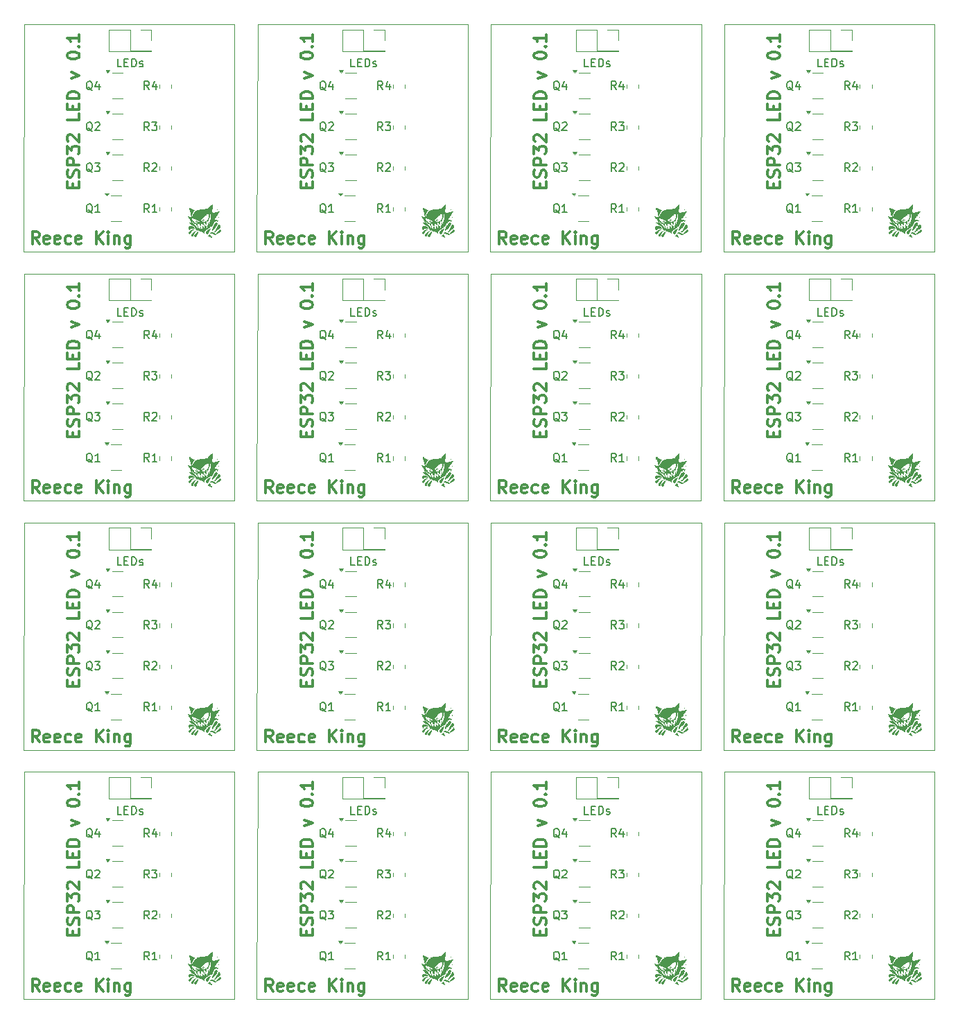
<source format=gbr>
%TF.GenerationSoftware,KiCad,Pcbnew,8.0.6*%
%TF.CreationDate,2024-10-19T01:04:28+01:00*%
%TF.ProjectId,panel,70616e65-6c2e-46b6-9963-61645f706362,rev?*%
%TF.SameCoordinates,Original*%
%TF.FileFunction,Legend,Top*%
%TF.FilePolarity,Positive*%
%FSLAX46Y46*%
G04 Gerber Fmt 4.6, Leading zero omitted, Abs format (unit mm)*
G04 Created by KiCad (PCBNEW 8.0.6) date 2024-10-19 01:04:28*
%MOMM*%
%LPD*%
G01*
G04 APERTURE LIST*
%ADD10C,0.300000*%
%ADD11C,0.150000*%
%ADD12C,0.120000*%
%ADD13C,0.000000*%
G04 APERTURE END LIST*
D10*
X151821653Y-138230828D02*
X151321653Y-137516542D01*
X150964510Y-138230828D02*
X150964510Y-136730828D01*
X150964510Y-136730828D02*
X151535939Y-136730828D01*
X151535939Y-136730828D02*
X151678796Y-136802257D01*
X151678796Y-136802257D02*
X151750225Y-136873685D01*
X151750225Y-136873685D02*
X151821653Y-137016542D01*
X151821653Y-137016542D02*
X151821653Y-137230828D01*
X151821653Y-137230828D02*
X151750225Y-137373685D01*
X151750225Y-137373685D02*
X151678796Y-137445114D01*
X151678796Y-137445114D02*
X151535939Y-137516542D01*
X151535939Y-137516542D02*
X150964510Y-137516542D01*
X153035939Y-138159400D02*
X152893082Y-138230828D01*
X152893082Y-138230828D02*
X152607368Y-138230828D01*
X152607368Y-138230828D02*
X152464510Y-138159400D01*
X152464510Y-138159400D02*
X152393082Y-138016542D01*
X152393082Y-138016542D02*
X152393082Y-137445114D01*
X152393082Y-137445114D02*
X152464510Y-137302257D01*
X152464510Y-137302257D02*
X152607368Y-137230828D01*
X152607368Y-137230828D02*
X152893082Y-137230828D01*
X152893082Y-137230828D02*
X153035939Y-137302257D01*
X153035939Y-137302257D02*
X153107368Y-137445114D01*
X153107368Y-137445114D02*
X153107368Y-137587971D01*
X153107368Y-137587971D02*
X152393082Y-137730828D01*
X154321653Y-138159400D02*
X154178796Y-138230828D01*
X154178796Y-138230828D02*
X153893082Y-138230828D01*
X153893082Y-138230828D02*
X153750224Y-138159400D01*
X153750224Y-138159400D02*
X153678796Y-138016542D01*
X153678796Y-138016542D02*
X153678796Y-137445114D01*
X153678796Y-137445114D02*
X153750224Y-137302257D01*
X153750224Y-137302257D02*
X153893082Y-137230828D01*
X153893082Y-137230828D02*
X154178796Y-137230828D01*
X154178796Y-137230828D02*
X154321653Y-137302257D01*
X154321653Y-137302257D02*
X154393082Y-137445114D01*
X154393082Y-137445114D02*
X154393082Y-137587971D01*
X154393082Y-137587971D02*
X153678796Y-137730828D01*
X155678796Y-138159400D02*
X155535938Y-138230828D01*
X155535938Y-138230828D02*
X155250224Y-138230828D01*
X155250224Y-138230828D02*
X155107367Y-138159400D01*
X155107367Y-138159400D02*
X155035938Y-138087971D01*
X155035938Y-138087971D02*
X154964510Y-137945114D01*
X154964510Y-137945114D02*
X154964510Y-137516542D01*
X154964510Y-137516542D02*
X155035938Y-137373685D01*
X155035938Y-137373685D02*
X155107367Y-137302257D01*
X155107367Y-137302257D02*
X155250224Y-137230828D01*
X155250224Y-137230828D02*
X155535938Y-137230828D01*
X155535938Y-137230828D02*
X155678796Y-137302257D01*
X156893081Y-138159400D02*
X156750224Y-138230828D01*
X156750224Y-138230828D02*
X156464510Y-138230828D01*
X156464510Y-138230828D02*
X156321652Y-138159400D01*
X156321652Y-138159400D02*
X156250224Y-138016542D01*
X156250224Y-138016542D02*
X156250224Y-137445114D01*
X156250224Y-137445114D02*
X156321652Y-137302257D01*
X156321652Y-137302257D02*
X156464510Y-137230828D01*
X156464510Y-137230828D02*
X156750224Y-137230828D01*
X156750224Y-137230828D02*
X156893081Y-137302257D01*
X156893081Y-137302257D02*
X156964510Y-137445114D01*
X156964510Y-137445114D02*
X156964510Y-137587971D01*
X156964510Y-137587971D02*
X156250224Y-137730828D01*
X158750223Y-138230828D02*
X158750223Y-136730828D01*
X159607366Y-138230828D02*
X158964509Y-137373685D01*
X159607366Y-136730828D02*
X158750223Y-137587971D01*
X160250223Y-138230828D02*
X160250223Y-137230828D01*
X160250223Y-136730828D02*
X160178795Y-136802257D01*
X160178795Y-136802257D02*
X160250223Y-136873685D01*
X160250223Y-136873685D02*
X160321652Y-136802257D01*
X160321652Y-136802257D02*
X160250223Y-136730828D01*
X160250223Y-136730828D02*
X160250223Y-136873685D01*
X160964509Y-137230828D02*
X160964509Y-138230828D01*
X160964509Y-137373685D02*
X161035938Y-137302257D01*
X161035938Y-137302257D02*
X161178795Y-137230828D01*
X161178795Y-137230828D02*
X161393081Y-137230828D01*
X161393081Y-137230828D02*
X161535938Y-137302257D01*
X161535938Y-137302257D02*
X161607367Y-137445114D01*
X161607367Y-137445114D02*
X161607367Y-138230828D01*
X162964510Y-137230828D02*
X162964510Y-138445114D01*
X162964510Y-138445114D02*
X162893081Y-138587971D01*
X162893081Y-138587971D02*
X162821652Y-138659400D01*
X162821652Y-138659400D02*
X162678795Y-138730828D01*
X162678795Y-138730828D02*
X162464510Y-138730828D01*
X162464510Y-138730828D02*
X162321652Y-138659400D01*
X162964510Y-138159400D02*
X162821652Y-138230828D01*
X162821652Y-138230828D02*
X162535938Y-138230828D01*
X162535938Y-138230828D02*
X162393081Y-138159400D01*
X162393081Y-138159400D02*
X162321652Y-138087971D01*
X162321652Y-138087971D02*
X162250224Y-137945114D01*
X162250224Y-137945114D02*
X162250224Y-137516542D01*
X162250224Y-137516542D02*
X162321652Y-137373685D01*
X162321652Y-137373685D02*
X162393081Y-137302257D01*
X162393081Y-137302257D02*
X162535938Y-137230828D01*
X162535938Y-137230828D02*
X162821652Y-137230828D01*
X162821652Y-137230828D02*
X162964510Y-137302257D01*
X94781653Y-77370828D02*
X94281653Y-76656542D01*
X93924510Y-77370828D02*
X93924510Y-75870828D01*
X93924510Y-75870828D02*
X94495939Y-75870828D01*
X94495939Y-75870828D02*
X94638796Y-75942257D01*
X94638796Y-75942257D02*
X94710225Y-76013685D01*
X94710225Y-76013685D02*
X94781653Y-76156542D01*
X94781653Y-76156542D02*
X94781653Y-76370828D01*
X94781653Y-76370828D02*
X94710225Y-76513685D01*
X94710225Y-76513685D02*
X94638796Y-76585114D01*
X94638796Y-76585114D02*
X94495939Y-76656542D01*
X94495939Y-76656542D02*
X93924510Y-76656542D01*
X95995939Y-77299400D02*
X95853082Y-77370828D01*
X95853082Y-77370828D02*
X95567368Y-77370828D01*
X95567368Y-77370828D02*
X95424510Y-77299400D01*
X95424510Y-77299400D02*
X95353082Y-77156542D01*
X95353082Y-77156542D02*
X95353082Y-76585114D01*
X95353082Y-76585114D02*
X95424510Y-76442257D01*
X95424510Y-76442257D02*
X95567368Y-76370828D01*
X95567368Y-76370828D02*
X95853082Y-76370828D01*
X95853082Y-76370828D02*
X95995939Y-76442257D01*
X95995939Y-76442257D02*
X96067368Y-76585114D01*
X96067368Y-76585114D02*
X96067368Y-76727971D01*
X96067368Y-76727971D02*
X95353082Y-76870828D01*
X97281653Y-77299400D02*
X97138796Y-77370828D01*
X97138796Y-77370828D02*
X96853082Y-77370828D01*
X96853082Y-77370828D02*
X96710224Y-77299400D01*
X96710224Y-77299400D02*
X96638796Y-77156542D01*
X96638796Y-77156542D02*
X96638796Y-76585114D01*
X96638796Y-76585114D02*
X96710224Y-76442257D01*
X96710224Y-76442257D02*
X96853082Y-76370828D01*
X96853082Y-76370828D02*
X97138796Y-76370828D01*
X97138796Y-76370828D02*
X97281653Y-76442257D01*
X97281653Y-76442257D02*
X97353082Y-76585114D01*
X97353082Y-76585114D02*
X97353082Y-76727971D01*
X97353082Y-76727971D02*
X96638796Y-76870828D01*
X98638796Y-77299400D02*
X98495938Y-77370828D01*
X98495938Y-77370828D02*
X98210224Y-77370828D01*
X98210224Y-77370828D02*
X98067367Y-77299400D01*
X98067367Y-77299400D02*
X97995938Y-77227971D01*
X97995938Y-77227971D02*
X97924510Y-77085114D01*
X97924510Y-77085114D02*
X97924510Y-76656542D01*
X97924510Y-76656542D02*
X97995938Y-76513685D01*
X97995938Y-76513685D02*
X98067367Y-76442257D01*
X98067367Y-76442257D02*
X98210224Y-76370828D01*
X98210224Y-76370828D02*
X98495938Y-76370828D01*
X98495938Y-76370828D02*
X98638796Y-76442257D01*
X99853081Y-77299400D02*
X99710224Y-77370828D01*
X99710224Y-77370828D02*
X99424510Y-77370828D01*
X99424510Y-77370828D02*
X99281652Y-77299400D01*
X99281652Y-77299400D02*
X99210224Y-77156542D01*
X99210224Y-77156542D02*
X99210224Y-76585114D01*
X99210224Y-76585114D02*
X99281652Y-76442257D01*
X99281652Y-76442257D02*
X99424510Y-76370828D01*
X99424510Y-76370828D02*
X99710224Y-76370828D01*
X99710224Y-76370828D02*
X99853081Y-76442257D01*
X99853081Y-76442257D02*
X99924510Y-76585114D01*
X99924510Y-76585114D02*
X99924510Y-76727971D01*
X99924510Y-76727971D02*
X99210224Y-76870828D01*
X101710223Y-77370828D02*
X101710223Y-75870828D01*
X102567366Y-77370828D02*
X101924509Y-76513685D01*
X102567366Y-75870828D02*
X101710223Y-76727971D01*
X103210223Y-77370828D02*
X103210223Y-76370828D01*
X103210223Y-75870828D02*
X103138795Y-75942257D01*
X103138795Y-75942257D02*
X103210223Y-76013685D01*
X103210223Y-76013685D02*
X103281652Y-75942257D01*
X103281652Y-75942257D02*
X103210223Y-75870828D01*
X103210223Y-75870828D02*
X103210223Y-76013685D01*
X103924509Y-76370828D02*
X103924509Y-77370828D01*
X103924509Y-76513685D02*
X103995938Y-76442257D01*
X103995938Y-76442257D02*
X104138795Y-76370828D01*
X104138795Y-76370828D02*
X104353081Y-76370828D01*
X104353081Y-76370828D02*
X104495938Y-76442257D01*
X104495938Y-76442257D02*
X104567367Y-76585114D01*
X104567367Y-76585114D02*
X104567367Y-77370828D01*
X105924510Y-76370828D02*
X105924510Y-77585114D01*
X105924510Y-77585114D02*
X105853081Y-77727971D01*
X105853081Y-77727971D02*
X105781652Y-77799400D01*
X105781652Y-77799400D02*
X105638795Y-77870828D01*
X105638795Y-77870828D02*
X105424510Y-77870828D01*
X105424510Y-77870828D02*
X105281652Y-77799400D01*
X105924510Y-77299400D02*
X105781652Y-77370828D01*
X105781652Y-77370828D02*
X105495938Y-77370828D01*
X105495938Y-77370828D02*
X105353081Y-77299400D01*
X105353081Y-77299400D02*
X105281652Y-77227971D01*
X105281652Y-77227971D02*
X105210224Y-77085114D01*
X105210224Y-77085114D02*
X105210224Y-76656542D01*
X105210224Y-76656542D02*
X105281652Y-76513685D01*
X105281652Y-76513685D02*
X105353081Y-76442257D01*
X105353081Y-76442257D02*
X105495938Y-76370828D01*
X105495938Y-76370828D02*
X105781652Y-76370828D01*
X105781652Y-76370828D02*
X105924510Y-76442257D01*
X184445114Y-100945489D02*
X184445114Y-100445489D01*
X185230828Y-100231203D02*
X185230828Y-100945489D01*
X185230828Y-100945489D02*
X183730828Y-100945489D01*
X183730828Y-100945489D02*
X183730828Y-100231203D01*
X185159400Y-99659774D02*
X185230828Y-99445489D01*
X185230828Y-99445489D02*
X185230828Y-99088346D01*
X185230828Y-99088346D02*
X185159400Y-98945489D01*
X185159400Y-98945489D02*
X185087971Y-98874060D01*
X185087971Y-98874060D02*
X184945114Y-98802631D01*
X184945114Y-98802631D02*
X184802257Y-98802631D01*
X184802257Y-98802631D02*
X184659400Y-98874060D01*
X184659400Y-98874060D02*
X184587971Y-98945489D01*
X184587971Y-98945489D02*
X184516542Y-99088346D01*
X184516542Y-99088346D02*
X184445114Y-99374060D01*
X184445114Y-99374060D02*
X184373685Y-99516917D01*
X184373685Y-99516917D02*
X184302257Y-99588346D01*
X184302257Y-99588346D02*
X184159400Y-99659774D01*
X184159400Y-99659774D02*
X184016542Y-99659774D01*
X184016542Y-99659774D02*
X183873685Y-99588346D01*
X183873685Y-99588346D02*
X183802257Y-99516917D01*
X183802257Y-99516917D02*
X183730828Y-99374060D01*
X183730828Y-99374060D02*
X183730828Y-99016917D01*
X183730828Y-99016917D02*
X183802257Y-98802631D01*
X185230828Y-98159775D02*
X183730828Y-98159775D01*
X183730828Y-98159775D02*
X183730828Y-97588346D01*
X183730828Y-97588346D02*
X183802257Y-97445489D01*
X183802257Y-97445489D02*
X183873685Y-97374060D01*
X183873685Y-97374060D02*
X184016542Y-97302632D01*
X184016542Y-97302632D02*
X184230828Y-97302632D01*
X184230828Y-97302632D02*
X184373685Y-97374060D01*
X184373685Y-97374060D02*
X184445114Y-97445489D01*
X184445114Y-97445489D02*
X184516542Y-97588346D01*
X184516542Y-97588346D02*
X184516542Y-98159775D01*
X183730828Y-96802632D02*
X183730828Y-95874060D01*
X183730828Y-95874060D02*
X184302257Y-96374060D01*
X184302257Y-96374060D02*
X184302257Y-96159775D01*
X184302257Y-96159775D02*
X184373685Y-96016918D01*
X184373685Y-96016918D02*
X184445114Y-95945489D01*
X184445114Y-95945489D02*
X184587971Y-95874060D01*
X184587971Y-95874060D02*
X184945114Y-95874060D01*
X184945114Y-95874060D02*
X185087971Y-95945489D01*
X185087971Y-95945489D02*
X185159400Y-96016918D01*
X185159400Y-96016918D02*
X185230828Y-96159775D01*
X185230828Y-96159775D02*
X185230828Y-96588346D01*
X185230828Y-96588346D02*
X185159400Y-96731203D01*
X185159400Y-96731203D02*
X185087971Y-96802632D01*
X183873685Y-95302632D02*
X183802257Y-95231204D01*
X183802257Y-95231204D02*
X183730828Y-95088347D01*
X183730828Y-95088347D02*
X183730828Y-94731204D01*
X183730828Y-94731204D02*
X183802257Y-94588347D01*
X183802257Y-94588347D02*
X183873685Y-94516918D01*
X183873685Y-94516918D02*
X184016542Y-94445489D01*
X184016542Y-94445489D02*
X184159400Y-94445489D01*
X184159400Y-94445489D02*
X184373685Y-94516918D01*
X184373685Y-94516918D02*
X185230828Y-95374061D01*
X185230828Y-95374061D02*
X185230828Y-94445489D01*
X185230828Y-91945490D02*
X185230828Y-92659776D01*
X185230828Y-92659776D02*
X183730828Y-92659776D01*
X184445114Y-91445490D02*
X184445114Y-90945490D01*
X185230828Y-90731204D02*
X185230828Y-91445490D01*
X185230828Y-91445490D02*
X183730828Y-91445490D01*
X183730828Y-91445490D02*
X183730828Y-90731204D01*
X185230828Y-90088347D02*
X183730828Y-90088347D01*
X183730828Y-90088347D02*
X183730828Y-89731204D01*
X183730828Y-89731204D02*
X183802257Y-89516918D01*
X183802257Y-89516918D02*
X183945114Y-89374061D01*
X183945114Y-89374061D02*
X184087971Y-89302632D01*
X184087971Y-89302632D02*
X184373685Y-89231204D01*
X184373685Y-89231204D02*
X184587971Y-89231204D01*
X184587971Y-89231204D02*
X184873685Y-89302632D01*
X184873685Y-89302632D02*
X185016542Y-89374061D01*
X185016542Y-89374061D02*
X185159400Y-89516918D01*
X185159400Y-89516918D02*
X185230828Y-89731204D01*
X185230828Y-89731204D02*
X185230828Y-90088347D01*
X184230828Y-87588347D02*
X185230828Y-87231204D01*
X185230828Y-87231204D02*
X184230828Y-86874061D01*
X183730828Y-84874061D02*
X183730828Y-84731204D01*
X183730828Y-84731204D02*
X183802257Y-84588347D01*
X183802257Y-84588347D02*
X183873685Y-84516919D01*
X183873685Y-84516919D02*
X184016542Y-84445490D01*
X184016542Y-84445490D02*
X184302257Y-84374061D01*
X184302257Y-84374061D02*
X184659400Y-84374061D01*
X184659400Y-84374061D02*
X184945114Y-84445490D01*
X184945114Y-84445490D02*
X185087971Y-84516919D01*
X185087971Y-84516919D02*
X185159400Y-84588347D01*
X185159400Y-84588347D02*
X185230828Y-84731204D01*
X185230828Y-84731204D02*
X185230828Y-84874061D01*
X185230828Y-84874061D02*
X185159400Y-85016919D01*
X185159400Y-85016919D02*
X185087971Y-85088347D01*
X185087971Y-85088347D02*
X184945114Y-85159776D01*
X184945114Y-85159776D02*
X184659400Y-85231204D01*
X184659400Y-85231204D02*
X184302257Y-85231204D01*
X184302257Y-85231204D02*
X184016542Y-85159776D01*
X184016542Y-85159776D02*
X183873685Y-85088347D01*
X183873685Y-85088347D02*
X183802257Y-85016919D01*
X183802257Y-85016919D02*
X183730828Y-84874061D01*
X185087971Y-83731205D02*
X185159400Y-83659776D01*
X185159400Y-83659776D02*
X185230828Y-83731205D01*
X185230828Y-83731205D02*
X185159400Y-83802633D01*
X185159400Y-83802633D02*
X185087971Y-83731205D01*
X185087971Y-83731205D02*
X185230828Y-83731205D01*
X185230828Y-82231204D02*
X185230828Y-83088347D01*
X185230828Y-82659776D02*
X183730828Y-82659776D01*
X183730828Y-82659776D02*
X183945114Y-82802633D01*
X183945114Y-82802633D02*
X184087971Y-82945490D01*
X184087971Y-82945490D02*
X184159400Y-83088347D01*
X151821653Y-77370828D02*
X151321653Y-76656542D01*
X150964510Y-77370828D02*
X150964510Y-75870828D01*
X150964510Y-75870828D02*
X151535939Y-75870828D01*
X151535939Y-75870828D02*
X151678796Y-75942257D01*
X151678796Y-75942257D02*
X151750225Y-76013685D01*
X151750225Y-76013685D02*
X151821653Y-76156542D01*
X151821653Y-76156542D02*
X151821653Y-76370828D01*
X151821653Y-76370828D02*
X151750225Y-76513685D01*
X151750225Y-76513685D02*
X151678796Y-76585114D01*
X151678796Y-76585114D02*
X151535939Y-76656542D01*
X151535939Y-76656542D02*
X150964510Y-76656542D01*
X153035939Y-77299400D02*
X152893082Y-77370828D01*
X152893082Y-77370828D02*
X152607368Y-77370828D01*
X152607368Y-77370828D02*
X152464510Y-77299400D01*
X152464510Y-77299400D02*
X152393082Y-77156542D01*
X152393082Y-77156542D02*
X152393082Y-76585114D01*
X152393082Y-76585114D02*
X152464510Y-76442257D01*
X152464510Y-76442257D02*
X152607368Y-76370828D01*
X152607368Y-76370828D02*
X152893082Y-76370828D01*
X152893082Y-76370828D02*
X153035939Y-76442257D01*
X153035939Y-76442257D02*
X153107368Y-76585114D01*
X153107368Y-76585114D02*
X153107368Y-76727971D01*
X153107368Y-76727971D02*
X152393082Y-76870828D01*
X154321653Y-77299400D02*
X154178796Y-77370828D01*
X154178796Y-77370828D02*
X153893082Y-77370828D01*
X153893082Y-77370828D02*
X153750224Y-77299400D01*
X153750224Y-77299400D02*
X153678796Y-77156542D01*
X153678796Y-77156542D02*
X153678796Y-76585114D01*
X153678796Y-76585114D02*
X153750224Y-76442257D01*
X153750224Y-76442257D02*
X153893082Y-76370828D01*
X153893082Y-76370828D02*
X154178796Y-76370828D01*
X154178796Y-76370828D02*
X154321653Y-76442257D01*
X154321653Y-76442257D02*
X154393082Y-76585114D01*
X154393082Y-76585114D02*
X154393082Y-76727971D01*
X154393082Y-76727971D02*
X153678796Y-76870828D01*
X155678796Y-77299400D02*
X155535938Y-77370828D01*
X155535938Y-77370828D02*
X155250224Y-77370828D01*
X155250224Y-77370828D02*
X155107367Y-77299400D01*
X155107367Y-77299400D02*
X155035938Y-77227971D01*
X155035938Y-77227971D02*
X154964510Y-77085114D01*
X154964510Y-77085114D02*
X154964510Y-76656542D01*
X154964510Y-76656542D02*
X155035938Y-76513685D01*
X155035938Y-76513685D02*
X155107367Y-76442257D01*
X155107367Y-76442257D02*
X155250224Y-76370828D01*
X155250224Y-76370828D02*
X155535938Y-76370828D01*
X155535938Y-76370828D02*
X155678796Y-76442257D01*
X156893081Y-77299400D02*
X156750224Y-77370828D01*
X156750224Y-77370828D02*
X156464510Y-77370828D01*
X156464510Y-77370828D02*
X156321652Y-77299400D01*
X156321652Y-77299400D02*
X156250224Y-77156542D01*
X156250224Y-77156542D02*
X156250224Y-76585114D01*
X156250224Y-76585114D02*
X156321652Y-76442257D01*
X156321652Y-76442257D02*
X156464510Y-76370828D01*
X156464510Y-76370828D02*
X156750224Y-76370828D01*
X156750224Y-76370828D02*
X156893081Y-76442257D01*
X156893081Y-76442257D02*
X156964510Y-76585114D01*
X156964510Y-76585114D02*
X156964510Y-76727971D01*
X156964510Y-76727971D02*
X156250224Y-76870828D01*
X158750223Y-77370828D02*
X158750223Y-75870828D01*
X159607366Y-77370828D02*
X158964509Y-76513685D01*
X159607366Y-75870828D02*
X158750223Y-76727971D01*
X160250223Y-77370828D02*
X160250223Y-76370828D01*
X160250223Y-75870828D02*
X160178795Y-75942257D01*
X160178795Y-75942257D02*
X160250223Y-76013685D01*
X160250223Y-76013685D02*
X160321652Y-75942257D01*
X160321652Y-75942257D02*
X160250223Y-75870828D01*
X160250223Y-75870828D02*
X160250223Y-76013685D01*
X160964509Y-76370828D02*
X160964509Y-77370828D01*
X160964509Y-76513685D02*
X161035938Y-76442257D01*
X161035938Y-76442257D02*
X161178795Y-76370828D01*
X161178795Y-76370828D02*
X161393081Y-76370828D01*
X161393081Y-76370828D02*
X161535938Y-76442257D01*
X161535938Y-76442257D02*
X161607367Y-76585114D01*
X161607367Y-76585114D02*
X161607367Y-77370828D01*
X162964510Y-76370828D02*
X162964510Y-77585114D01*
X162964510Y-77585114D02*
X162893081Y-77727971D01*
X162893081Y-77727971D02*
X162821652Y-77799400D01*
X162821652Y-77799400D02*
X162678795Y-77870828D01*
X162678795Y-77870828D02*
X162464510Y-77870828D01*
X162464510Y-77870828D02*
X162321652Y-77799400D01*
X162964510Y-77299400D02*
X162821652Y-77370828D01*
X162821652Y-77370828D02*
X162535938Y-77370828D01*
X162535938Y-77370828D02*
X162393081Y-77299400D01*
X162393081Y-77299400D02*
X162321652Y-77227971D01*
X162321652Y-77227971D02*
X162250224Y-77085114D01*
X162250224Y-77085114D02*
X162250224Y-76656542D01*
X162250224Y-76656542D02*
X162321652Y-76513685D01*
X162321652Y-76513685D02*
X162393081Y-76442257D01*
X162393081Y-76442257D02*
X162535938Y-76370828D01*
X162535938Y-76370828D02*
X162821652Y-76370828D01*
X162821652Y-76370828D02*
X162964510Y-76442257D01*
X123301653Y-77370828D02*
X122801653Y-76656542D01*
X122444510Y-77370828D02*
X122444510Y-75870828D01*
X122444510Y-75870828D02*
X123015939Y-75870828D01*
X123015939Y-75870828D02*
X123158796Y-75942257D01*
X123158796Y-75942257D02*
X123230225Y-76013685D01*
X123230225Y-76013685D02*
X123301653Y-76156542D01*
X123301653Y-76156542D02*
X123301653Y-76370828D01*
X123301653Y-76370828D02*
X123230225Y-76513685D01*
X123230225Y-76513685D02*
X123158796Y-76585114D01*
X123158796Y-76585114D02*
X123015939Y-76656542D01*
X123015939Y-76656542D02*
X122444510Y-76656542D01*
X124515939Y-77299400D02*
X124373082Y-77370828D01*
X124373082Y-77370828D02*
X124087368Y-77370828D01*
X124087368Y-77370828D02*
X123944510Y-77299400D01*
X123944510Y-77299400D02*
X123873082Y-77156542D01*
X123873082Y-77156542D02*
X123873082Y-76585114D01*
X123873082Y-76585114D02*
X123944510Y-76442257D01*
X123944510Y-76442257D02*
X124087368Y-76370828D01*
X124087368Y-76370828D02*
X124373082Y-76370828D01*
X124373082Y-76370828D02*
X124515939Y-76442257D01*
X124515939Y-76442257D02*
X124587368Y-76585114D01*
X124587368Y-76585114D02*
X124587368Y-76727971D01*
X124587368Y-76727971D02*
X123873082Y-76870828D01*
X125801653Y-77299400D02*
X125658796Y-77370828D01*
X125658796Y-77370828D02*
X125373082Y-77370828D01*
X125373082Y-77370828D02*
X125230224Y-77299400D01*
X125230224Y-77299400D02*
X125158796Y-77156542D01*
X125158796Y-77156542D02*
X125158796Y-76585114D01*
X125158796Y-76585114D02*
X125230224Y-76442257D01*
X125230224Y-76442257D02*
X125373082Y-76370828D01*
X125373082Y-76370828D02*
X125658796Y-76370828D01*
X125658796Y-76370828D02*
X125801653Y-76442257D01*
X125801653Y-76442257D02*
X125873082Y-76585114D01*
X125873082Y-76585114D02*
X125873082Y-76727971D01*
X125873082Y-76727971D02*
X125158796Y-76870828D01*
X127158796Y-77299400D02*
X127015938Y-77370828D01*
X127015938Y-77370828D02*
X126730224Y-77370828D01*
X126730224Y-77370828D02*
X126587367Y-77299400D01*
X126587367Y-77299400D02*
X126515938Y-77227971D01*
X126515938Y-77227971D02*
X126444510Y-77085114D01*
X126444510Y-77085114D02*
X126444510Y-76656542D01*
X126444510Y-76656542D02*
X126515938Y-76513685D01*
X126515938Y-76513685D02*
X126587367Y-76442257D01*
X126587367Y-76442257D02*
X126730224Y-76370828D01*
X126730224Y-76370828D02*
X127015938Y-76370828D01*
X127015938Y-76370828D02*
X127158796Y-76442257D01*
X128373081Y-77299400D02*
X128230224Y-77370828D01*
X128230224Y-77370828D02*
X127944510Y-77370828D01*
X127944510Y-77370828D02*
X127801652Y-77299400D01*
X127801652Y-77299400D02*
X127730224Y-77156542D01*
X127730224Y-77156542D02*
X127730224Y-76585114D01*
X127730224Y-76585114D02*
X127801652Y-76442257D01*
X127801652Y-76442257D02*
X127944510Y-76370828D01*
X127944510Y-76370828D02*
X128230224Y-76370828D01*
X128230224Y-76370828D02*
X128373081Y-76442257D01*
X128373081Y-76442257D02*
X128444510Y-76585114D01*
X128444510Y-76585114D02*
X128444510Y-76727971D01*
X128444510Y-76727971D02*
X127730224Y-76870828D01*
X130230223Y-77370828D02*
X130230223Y-75870828D01*
X131087366Y-77370828D02*
X130444509Y-76513685D01*
X131087366Y-75870828D02*
X130230223Y-76727971D01*
X131730223Y-77370828D02*
X131730223Y-76370828D01*
X131730223Y-75870828D02*
X131658795Y-75942257D01*
X131658795Y-75942257D02*
X131730223Y-76013685D01*
X131730223Y-76013685D02*
X131801652Y-75942257D01*
X131801652Y-75942257D02*
X131730223Y-75870828D01*
X131730223Y-75870828D02*
X131730223Y-76013685D01*
X132444509Y-76370828D02*
X132444509Y-77370828D01*
X132444509Y-76513685D02*
X132515938Y-76442257D01*
X132515938Y-76442257D02*
X132658795Y-76370828D01*
X132658795Y-76370828D02*
X132873081Y-76370828D01*
X132873081Y-76370828D02*
X133015938Y-76442257D01*
X133015938Y-76442257D02*
X133087367Y-76585114D01*
X133087367Y-76585114D02*
X133087367Y-77370828D01*
X134444510Y-76370828D02*
X134444510Y-77585114D01*
X134444510Y-77585114D02*
X134373081Y-77727971D01*
X134373081Y-77727971D02*
X134301652Y-77799400D01*
X134301652Y-77799400D02*
X134158795Y-77870828D01*
X134158795Y-77870828D02*
X133944510Y-77870828D01*
X133944510Y-77870828D02*
X133801652Y-77799400D01*
X134444510Y-77299400D02*
X134301652Y-77370828D01*
X134301652Y-77370828D02*
X134015938Y-77370828D01*
X134015938Y-77370828D02*
X133873081Y-77299400D01*
X133873081Y-77299400D02*
X133801652Y-77227971D01*
X133801652Y-77227971D02*
X133730224Y-77085114D01*
X133730224Y-77085114D02*
X133730224Y-76656542D01*
X133730224Y-76656542D02*
X133801652Y-76513685D01*
X133801652Y-76513685D02*
X133873081Y-76442257D01*
X133873081Y-76442257D02*
X134015938Y-76370828D01*
X134015938Y-76370828D02*
X134301652Y-76370828D01*
X134301652Y-76370828D02*
X134444510Y-76442257D01*
X127405114Y-40085489D02*
X127405114Y-39585489D01*
X128190828Y-39371203D02*
X128190828Y-40085489D01*
X128190828Y-40085489D02*
X126690828Y-40085489D01*
X126690828Y-40085489D02*
X126690828Y-39371203D01*
X128119400Y-38799774D02*
X128190828Y-38585489D01*
X128190828Y-38585489D02*
X128190828Y-38228346D01*
X128190828Y-38228346D02*
X128119400Y-38085489D01*
X128119400Y-38085489D02*
X128047971Y-38014060D01*
X128047971Y-38014060D02*
X127905114Y-37942631D01*
X127905114Y-37942631D02*
X127762257Y-37942631D01*
X127762257Y-37942631D02*
X127619400Y-38014060D01*
X127619400Y-38014060D02*
X127547971Y-38085489D01*
X127547971Y-38085489D02*
X127476542Y-38228346D01*
X127476542Y-38228346D02*
X127405114Y-38514060D01*
X127405114Y-38514060D02*
X127333685Y-38656917D01*
X127333685Y-38656917D02*
X127262257Y-38728346D01*
X127262257Y-38728346D02*
X127119400Y-38799774D01*
X127119400Y-38799774D02*
X126976542Y-38799774D01*
X126976542Y-38799774D02*
X126833685Y-38728346D01*
X126833685Y-38728346D02*
X126762257Y-38656917D01*
X126762257Y-38656917D02*
X126690828Y-38514060D01*
X126690828Y-38514060D02*
X126690828Y-38156917D01*
X126690828Y-38156917D02*
X126762257Y-37942631D01*
X128190828Y-37299775D02*
X126690828Y-37299775D01*
X126690828Y-37299775D02*
X126690828Y-36728346D01*
X126690828Y-36728346D02*
X126762257Y-36585489D01*
X126762257Y-36585489D02*
X126833685Y-36514060D01*
X126833685Y-36514060D02*
X126976542Y-36442632D01*
X126976542Y-36442632D02*
X127190828Y-36442632D01*
X127190828Y-36442632D02*
X127333685Y-36514060D01*
X127333685Y-36514060D02*
X127405114Y-36585489D01*
X127405114Y-36585489D02*
X127476542Y-36728346D01*
X127476542Y-36728346D02*
X127476542Y-37299775D01*
X126690828Y-35942632D02*
X126690828Y-35014060D01*
X126690828Y-35014060D02*
X127262257Y-35514060D01*
X127262257Y-35514060D02*
X127262257Y-35299775D01*
X127262257Y-35299775D02*
X127333685Y-35156918D01*
X127333685Y-35156918D02*
X127405114Y-35085489D01*
X127405114Y-35085489D02*
X127547971Y-35014060D01*
X127547971Y-35014060D02*
X127905114Y-35014060D01*
X127905114Y-35014060D02*
X128047971Y-35085489D01*
X128047971Y-35085489D02*
X128119400Y-35156918D01*
X128119400Y-35156918D02*
X128190828Y-35299775D01*
X128190828Y-35299775D02*
X128190828Y-35728346D01*
X128190828Y-35728346D02*
X128119400Y-35871203D01*
X128119400Y-35871203D02*
X128047971Y-35942632D01*
X126833685Y-34442632D02*
X126762257Y-34371204D01*
X126762257Y-34371204D02*
X126690828Y-34228347D01*
X126690828Y-34228347D02*
X126690828Y-33871204D01*
X126690828Y-33871204D02*
X126762257Y-33728347D01*
X126762257Y-33728347D02*
X126833685Y-33656918D01*
X126833685Y-33656918D02*
X126976542Y-33585489D01*
X126976542Y-33585489D02*
X127119400Y-33585489D01*
X127119400Y-33585489D02*
X127333685Y-33656918D01*
X127333685Y-33656918D02*
X128190828Y-34514061D01*
X128190828Y-34514061D02*
X128190828Y-33585489D01*
X128190828Y-31085490D02*
X128190828Y-31799776D01*
X128190828Y-31799776D02*
X126690828Y-31799776D01*
X127405114Y-30585490D02*
X127405114Y-30085490D01*
X128190828Y-29871204D02*
X128190828Y-30585490D01*
X128190828Y-30585490D02*
X126690828Y-30585490D01*
X126690828Y-30585490D02*
X126690828Y-29871204D01*
X128190828Y-29228347D02*
X126690828Y-29228347D01*
X126690828Y-29228347D02*
X126690828Y-28871204D01*
X126690828Y-28871204D02*
X126762257Y-28656918D01*
X126762257Y-28656918D02*
X126905114Y-28514061D01*
X126905114Y-28514061D02*
X127047971Y-28442632D01*
X127047971Y-28442632D02*
X127333685Y-28371204D01*
X127333685Y-28371204D02*
X127547971Y-28371204D01*
X127547971Y-28371204D02*
X127833685Y-28442632D01*
X127833685Y-28442632D02*
X127976542Y-28514061D01*
X127976542Y-28514061D02*
X128119400Y-28656918D01*
X128119400Y-28656918D02*
X128190828Y-28871204D01*
X128190828Y-28871204D02*
X128190828Y-29228347D01*
X127190828Y-26728347D02*
X128190828Y-26371204D01*
X128190828Y-26371204D02*
X127190828Y-26014061D01*
X126690828Y-24014061D02*
X126690828Y-23871204D01*
X126690828Y-23871204D02*
X126762257Y-23728347D01*
X126762257Y-23728347D02*
X126833685Y-23656919D01*
X126833685Y-23656919D02*
X126976542Y-23585490D01*
X126976542Y-23585490D02*
X127262257Y-23514061D01*
X127262257Y-23514061D02*
X127619400Y-23514061D01*
X127619400Y-23514061D02*
X127905114Y-23585490D01*
X127905114Y-23585490D02*
X128047971Y-23656919D01*
X128047971Y-23656919D02*
X128119400Y-23728347D01*
X128119400Y-23728347D02*
X128190828Y-23871204D01*
X128190828Y-23871204D02*
X128190828Y-24014061D01*
X128190828Y-24014061D02*
X128119400Y-24156919D01*
X128119400Y-24156919D02*
X128047971Y-24228347D01*
X128047971Y-24228347D02*
X127905114Y-24299776D01*
X127905114Y-24299776D02*
X127619400Y-24371204D01*
X127619400Y-24371204D02*
X127262257Y-24371204D01*
X127262257Y-24371204D02*
X126976542Y-24299776D01*
X126976542Y-24299776D02*
X126833685Y-24228347D01*
X126833685Y-24228347D02*
X126762257Y-24156919D01*
X126762257Y-24156919D02*
X126690828Y-24014061D01*
X128047971Y-22871205D02*
X128119400Y-22799776D01*
X128119400Y-22799776D02*
X128190828Y-22871205D01*
X128190828Y-22871205D02*
X128119400Y-22942633D01*
X128119400Y-22942633D02*
X128047971Y-22871205D01*
X128047971Y-22871205D02*
X128190828Y-22871205D01*
X128190828Y-21371204D02*
X128190828Y-22228347D01*
X128190828Y-21799776D02*
X126690828Y-21799776D01*
X126690828Y-21799776D02*
X126905114Y-21942633D01*
X126905114Y-21942633D02*
X127047971Y-22085490D01*
X127047971Y-22085490D02*
X127119400Y-22228347D01*
X98885114Y-70515489D02*
X98885114Y-70015489D01*
X99670828Y-69801203D02*
X99670828Y-70515489D01*
X99670828Y-70515489D02*
X98170828Y-70515489D01*
X98170828Y-70515489D02*
X98170828Y-69801203D01*
X99599400Y-69229774D02*
X99670828Y-69015489D01*
X99670828Y-69015489D02*
X99670828Y-68658346D01*
X99670828Y-68658346D02*
X99599400Y-68515489D01*
X99599400Y-68515489D02*
X99527971Y-68444060D01*
X99527971Y-68444060D02*
X99385114Y-68372631D01*
X99385114Y-68372631D02*
X99242257Y-68372631D01*
X99242257Y-68372631D02*
X99099400Y-68444060D01*
X99099400Y-68444060D02*
X99027971Y-68515489D01*
X99027971Y-68515489D02*
X98956542Y-68658346D01*
X98956542Y-68658346D02*
X98885114Y-68944060D01*
X98885114Y-68944060D02*
X98813685Y-69086917D01*
X98813685Y-69086917D02*
X98742257Y-69158346D01*
X98742257Y-69158346D02*
X98599400Y-69229774D01*
X98599400Y-69229774D02*
X98456542Y-69229774D01*
X98456542Y-69229774D02*
X98313685Y-69158346D01*
X98313685Y-69158346D02*
X98242257Y-69086917D01*
X98242257Y-69086917D02*
X98170828Y-68944060D01*
X98170828Y-68944060D02*
X98170828Y-68586917D01*
X98170828Y-68586917D02*
X98242257Y-68372631D01*
X99670828Y-67729775D02*
X98170828Y-67729775D01*
X98170828Y-67729775D02*
X98170828Y-67158346D01*
X98170828Y-67158346D02*
X98242257Y-67015489D01*
X98242257Y-67015489D02*
X98313685Y-66944060D01*
X98313685Y-66944060D02*
X98456542Y-66872632D01*
X98456542Y-66872632D02*
X98670828Y-66872632D01*
X98670828Y-66872632D02*
X98813685Y-66944060D01*
X98813685Y-66944060D02*
X98885114Y-67015489D01*
X98885114Y-67015489D02*
X98956542Y-67158346D01*
X98956542Y-67158346D02*
X98956542Y-67729775D01*
X98170828Y-66372632D02*
X98170828Y-65444060D01*
X98170828Y-65444060D02*
X98742257Y-65944060D01*
X98742257Y-65944060D02*
X98742257Y-65729775D01*
X98742257Y-65729775D02*
X98813685Y-65586918D01*
X98813685Y-65586918D02*
X98885114Y-65515489D01*
X98885114Y-65515489D02*
X99027971Y-65444060D01*
X99027971Y-65444060D02*
X99385114Y-65444060D01*
X99385114Y-65444060D02*
X99527971Y-65515489D01*
X99527971Y-65515489D02*
X99599400Y-65586918D01*
X99599400Y-65586918D02*
X99670828Y-65729775D01*
X99670828Y-65729775D02*
X99670828Y-66158346D01*
X99670828Y-66158346D02*
X99599400Y-66301203D01*
X99599400Y-66301203D02*
X99527971Y-66372632D01*
X98313685Y-64872632D02*
X98242257Y-64801204D01*
X98242257Y-64801204D02*
X98170828Y-64658347D01*
X98170828Y-64658347D02*
X98170828Y-64301204D01*
X98170828Y-64301204D02*
X98242257Y-64158347D01*
X98242257Y-64158347D02*
X98313685Y-64086918D01*
X98313685Y-64086918D02*
X98456542Y-64015489D01*
X98456542Y-64015489D02*
X98599400Y-64015489D01*
X98599400Y-64015489D02*
X98813685Y-64086918D01*
X98813685Y-64086918D02*
X99670828Y-64944061D01*
X99670828Y-64944061D02*
X99670828Y-64015489D01*
X99670828Y-61515490D02*
X99670828Y-62229776D01*
X99670828Y-62229776D02*
X98170828Y-62229776D01*
X98885114Y-61015490D02*
X98885114Y-60515490D01*
X99670828Y-60301204D02*
X99670828Y-61015490D01*
X99670828Y-61015490D02*
X98170828Y-61015490D01*
X98170828Y-61015490D02*
X98170828Y-60301204D01*
X99670828Y-59658347D02*
X98170828Y-59658347D01*
X98170828Y-59658347D02*
X98170828Y-59301204D01*
X98170828Y-59301204D02*
X98242257Y-59086918D01*
X98242257Y-59086918D02*
X98385114Y-58944061D01*
X98385114Y-58944061D02*
X98527971Y-58872632D01*
X98527971Y-58872632D02*
X98813685Y-58801204D01*
X98813685Y-58801204D02*
X99027971Y-58801204D01*
X99027971Y-58801204D02*
X99313685Y-58872632D01*
X99313685Y-58872632D02*
X99456542Y-58944061D01*
X99456542Y-58944061D02*
X99599400Y-59086918D01*
X99599400Y-59086918D02*
X99670828Y-59301204D01*
X99670828Y-59301204D02*
X99670828Y-59658347D01*
X98670828Y-57158347D02*
X99670828Y-56801204D01*
X99670828Y-56801204D02*
X98670828Y-56444061D01*
X98170828Y-54444061D02*
X98170828Y-54301204D01*
X98170828Y-54301204D02*
X98242257Y-54158347D01*
X98242257Y-54158347D02*
X98313685Y-54086919D01*
X98313685Y-54086919D02*
X98456542Y-54015490D01*
X98456542Y-54015490D02*
X98742257Y-53944061D01*
X98742257Y-53944061D02*
X99099400Y-53944061D01*
X99099400Y-53944061D02*
X99385114Y-54015490D01*
X99385114Y-54015490D02*
X99527971Y-54086919D01*
X99527971Y-54086919D02*
X99599400Y-54158347D01*
X99599400Y-54158347D02*
X99670828Y-54301204D01*
X99670828Y-54301204D02*
X99670828Y-54444061D01*
X99670828Y-54444061D02*
X99599400Y-54586919D01*
X99599400Y-54586919D02*
X99527971Y-54658347D01*
X99527971Y-54658347D02*
X99385114Y-54729776D01*
X99385114Y-54729776D02*
X99099400Y-54801204D01*
X99099400Y-54801204D02*
X98742257Y-54801204D01*
X98742257Y-54801204D02*
X98456542Y-54729776D01*
X98456542Y-54729776D02*
X98313685Y-54658347D01*
X98313685Y-54658347D02*
X98242257Y-54586919D01*
X98242257Y-54586919D02*
X98170828Y-54444061D01*
X99527971Y-53301205D02*
X99599400Y-53229776D01*
X99599400Y-53229776D02*
X99670828Y-53301205D01*
X99670828Y-53301205D02*
X99599400Y-53372633D01*
X99599400Y-53372633D02*
X99527971Y-53301205D01*
X99527971Y-53301205D02*
X99670828Y-53301205D01*
X99670828Y-51801204D02*
X99670828Y-52658347D01*
X99670828Y-52229776D02*
X98170828Y-52229776D01*
X98170828Y-52229776D02*
X98385114Y-52372633D01*
X98385114Y-52372633D02*
X98527971Y-52515490D01*
X98527971Y-52515490D02*
X98599400Y-52658347D01*
X155925114Y-40085489D02*
X155925114Y-39585489D01*
X156710828Y-39371203D02*
X156710828Y-40085489D01*
X156710828Y-40085489D02*
X155210828Y-40085489D01*
X155210828Y-40085489D02*
X155210828Y-39371203D01*
X156639400Y-38799774D02*
X156710828Y-38585489D01*
X156710828Y-38585489D02*
X156710828Y-38228346D01*
X156710828Y-38228346D02*
X156639400Y-38085489D01*
X156639400Y-38085489D02*
X156567971Y-38014060D01*
X156567971Y-38014060D02*
X156425114Y-37942631D01*
X156425114Y-37942631D02*
X156282257Y-37942631D01*
X156282257Y-37942631D02*
X156139400Y-38014060D01*
X156139400Y-38014060D02*
X156067971Y-38085489D01*
X156067971Y-38085489D02*
X155996542Y-38228346D01*
X155996542Y-38228346D02*
X155925114Y-38514060D01*
X155925114Y-38514060D02*
X155853685Y-38656917D01*
X155853685Y-38656917D02*
X155782257Y-38728346D01*
X155782257Y-38728346D02*
X155639400Y-38799774D01*
X155639400Y-38799774D02*
X155496542Y-38799774D01*
X155496542Y-38799774D02*
X155353685Y-38728346D01*
X155353685Y-38728346D02*
X155282257Y-38656917D01*
X155282257Y-38656917D02*
X155210828Y-38514060D01*
X155210828Y-38514060D02*
X155210828Y-38156917D01*
X155210828Y-38156917D02*
X155282257Y-37942631D01*
X156710828Y-37299775D02*
X155210828Y-37299775D01*
X155210828Y-37299775D02*
X155210828Y-36728346D01*
X155210828Y-36728346D02*
X155282257Y-36585489D01*
X155282257Y-36585489D02*
X155353685Y-36514060D01*
X155353685Y-36514060D02*
X155496542Y-36442632D01*
X155496542Y-36442632D02*
X155710828Y-36442632D01*
X155710828Y-36442632D02*
X155853685Y-36514060D01*
X155853685Y-36514060D02*
X155925114Y-36585489D01*
X155925114Y-36585489D02*
X155996542Y-36728346D01*
X155996542Y-36728346D02*
X155996542Y-37299775D01*
X155210828Y-35942632D02*
X155210828Y-35014060D01*
X155210828Y-35014060D02*
X155782257Y-35514060D01*
X155782257Y-35514060D02*
X155782257Y-35299775D01*
X155782257Y-35299775D02*
X155853685Y-35156918D01*
X155853685Y-35156918D02*
X155925114Y-35085489D01*
X155925114Y-35085489D02*
X156067971Y-35014060D01*
X156067971Y-35014060D02*
X156425114Y-35014060D01*
X156425114Y-35014060D02*
X156567971Y-35085489D01*
X156567971Y-35085489D02*
X156639400Y-35156918D01*
X156639400Y-35156918D02*
X156710828Y-35299775D01*
X156710828Y-35299775D02*
X156710828Y-35728346D01*
X156710828Y-35728346D02*
X156639400Y-35871203D01*
X156639400Y-35871203D02*
X156567971Y-35942632D01*
X155353685Y-34442632D02*
X155282257Y-34371204D01*
X155282257Y-34371204D02*
X155210828Y-34228347D01*
X155210828Y-34228347D02*
X155210828Y-33871204D01*
X155210828Y-33871204D02*
X155282257Y-33728347D01*
X155282257Y-33728347D02*
X155353685Y-33656918D01*
X155353685Y-33656918D02*
X155496542Y-33585489D01*
X155496542Y-33585489D02*
X155639400Y-33585489D01*
X155639400Y-33585489D02*
X155853685Y-33656918D01*
X155853685Y-33656918D02*
X156710828Y-34514061D01*
X156710828Y-34514061D02*
X156710828Y-33585489D01*
X156710828Y-31085490D02*
X156710828Y-31799776D01*
X156710828Y-31799776D02*
X155210828Y-31799776D01*
X155925114Y-30585490D02*
X155925114Y-30085490D01*
X156710828Y-29871204D02*
X156710828Y-30585490D01*
X156710828Y-30585490D02*
X155210828Y-30585490D01*
X155210828Y-30585490D02*
X155210828Y-29871204D01*
X156710828Y-29228347D02*
X155210828Y-29228347D01*
X155210828Y-29228347D02*
X155210828Y-28871204D01*
X155210828Y-28871204D02*
X155282257Y-28656918D01*
X155282257Y-28656918D02*
X155425114Y-28514061D01*
X155425114Y-28514061D02*
X155567971Y-28442632D01*
X155567971Y-28442632D02*
X155853685Y-28371204D01*
X155853685Y-28371204D02*
X156067971Y-28371204D01*
X156067971Y-28371204D02*
X156353685Y-28442632D01*
X156353685Y-28442632D02*
X156496542Y-28514061D01*
X156496542Y-28514061D02*
X156639400Y-28656918D01*
X156639400Y-28656918D02*
X156710828Y-28871204D01*
X156710828Y-28871204D02*
X156710828Y-29228347D01*
X155710828Y-26728347D02*
X156710828Y-26371204D01*
X156710828Y-26371204D02*
X155710828Y-26014061D01*
X155210828Y-24014061D02*
X155210828Y-23871204D01*
X155210828Y-23871204D02*
X155282257Y-23728347D01*
X155282257Y-23728347D02*
X155353685Y-23656919D01*
X155353685Y-23656919D02*
X155496542Y-23585490D01*
X155496542Y-23585490D02*
X155782257Y-23514061D01*
X155782257Y-23514061D02*
X156139400Y-23514061D01*
X156139400Y-23514061D02*
X156425114Y-23585490D01*
X156425114Y-23585490D02*
X156567971Y-23656919D01*
X156567971Y-23656919D02*
X156639400Y-23728347D01*
X156639400Y-23728347D02*
X156710828Y-23871204D01*
X156710828Y-23871204D02*
X156710828Y-24014061D01*
X156710828Y-24014061D02*
X156639400Y-24156919D01*
X156639400Y-24156919D02*
X156567971Y-24228347D01*
X156567971Y-24228347D02*
X156425114Y-24299776D01*
X156425114Y-24299776D02*
X156139400Y-24371204D01*
X156139400Y-24371204D02*
X155782257Y-24371204D01*
X155782257Y-24371204D02*
X155496542Y-24299776D01*
X155496542Y-24299776D02*
X155353685Y-24228347D01*
X155353685Y-24228347D02*
X155282257Y-24156919D01*
X155282257Y-24156919D02*
X155210828Y-24014061D01*
X156567971Y-22871205D02*
X156639400Y-22799776D01*
X156639400Y-22799776D02*
X156710828Y-22871205D01*
X156710828Y-22871205D02*
X156639400Y-22942633D01*
X156639400Y-22942633D02*
X156567971Y-22871205D01*
X156567971Y-22871205D02*
X156710828Y-22871205D01*
X156710828Y-21371204D02*
X156710828Y-22228347D01*
X156710828Y-21799776D02*
X155210828Y-21799776D01*
X155210828Y-21799776D02*
X155425114Y-21942633D01*
X155425114Y-21942633D02*
X155567971Y-22085490D01*
X155567971Y-22085490D02*
X155639400Y-22228347D01*
X180341653Y-107800828D02*
X179841653Y-107086542D01*
X179484510Y-107800828D02*
X179484510Y-106300828D01*
X179484510Y-106300828D02*
X180055939Y-106300828D01*
X180055939Y-106300828D02*
X180198796Y-106372257D01*
X180198796Y-106372257D02*
X180270225Y-106443685D01*
X180270225Y-106443685D02*
X180341653Y-106586542D01*
X180341653Y-106586542D02*
X180341653Y-106800828D01*
X180341653Y-106800828D02*
X180270225Y-106943685D01*
X180270225Y-106943685D02*
X180198796Y-107015114D01*
X180198796Y-107015114D02*
X180055939Y-107086542D01*
X180055939Y-107086542D02*
X179484510Y-107086542D01*
X181555939Y-107729400D02*
X181413082Y-107800828D01*
X181413082Y-107800828D02*
X181127368Y-107800828D01*
X181127368Y-107800828D02*
X180984510Y-107729400D01*
X180984510Y-107729400D02*
X180913082Y-107586542D01*
X180913082Y-107586542D02*
X180913082Y-107015114D01*
X180913082Y-107015114D02*
X180984510Y-106872257D01*
X180984510Y-106872257D02*
X181127368Y-106800828D01*
X181127368Y-106800828D02*
X181413082Y-106800828D01*
X181413082Y-106800828D02*
X181555939Y-106872257D01*
X181555939Y-106872257D02*
X181627368Y-107015114D01*
X181627368Y-107015114D02*
X181627368Y-107157971D01*
X181627368Y-107157971D02*
X180913082Y-107300828D01*
X182841653Y-107729400D02*
X182698796Y-107800828D01*
X182698796Y-107800828D02*
X182413082Y-107800828D01*
X182413082Y-107800828D02*
X182270224Y-107729400D01*
X182270224Y-107729400D02*
X182198796Y-107586542D01*
X182198796Y-107586542D02*
X182198796Y-107015114D01*
X182198796Y-107015114D02*
X182270224Y-106872257D01*
X182270224Y-106872257D02*
X182413082Y-106800828D01*
X182413082Y-106800828D02*
X182698796Y-106800828D01*
X182698796Y-106800828D02*
X182841653Y-106872257D01*
X182841653Y-106872257D02*
X182913082Y-107015114D01*
X182913082Y-107015114D02*
X182913082Y-107157971D01*
X182913082Y-107157971D02*
X182198796Y-107300828D01*
X184198796Y-107729400D02*
X184055938Y-107800828D01*
X184055938Y-107800828D02*
X183770224Y-107800828D01*
X183770224Y-107800828D02*
X183627367Y-107729400D01*
X183627367Y-107729400D02*
X183555938Y-107657971D01*
X183555938Y-107657971D02*
X183484510Y-107515114D01*
X183484510Y-107515114D02*
X183484510Y-107086542D01*
X183484510Y-107086542D02*
X183555938Y-106943685D01*
X183555938Y-106943685D02*
X183627367Y-106872257D01*
X183627367Y-106872257D02*
X183770224Y-106800828D01*
X183770224Y-106800828D02*
X184055938Y-106800828D01*
X184055938Y-106800828D02*
X184198796Y-106872257D01*
X185413081Y-107729400D02*
X185270224Y-107800828D01*
X185270224Y-107800828D02*
X184984510Y-107800828D01*
X184984510Y-107800828D02*
X184841652Y-107729400D01*
X184841652Y-107729400D02*
X184770224Y-107586542D01*
X184770224Y-107586542D02*
X184770224Y-107015114D01*
X184770224Y-107015114D02*
X184841652Y-106872257D01*
X184841652Y-106872257D02*
X184984510Y-106800828D01*
X184984510Y-106800828D02*
X185270224Y-106800828D01*
X185270224Y-106800828D02*
X185413081Y-106872257D01*
X185413081Y-106872257D02*
X185484510Y-107015114D01*
X185484510Y-107015114D02*
X185484510Y-107157971D01*
X185484510Y-107157971D02*
X184770224Y-107300828D01*
X187270223Y-107800828D02*
X187270223Y-106300828D01*
X188127366Y-107800828D02*
X187484509Y-106943685D01*
X188127366Y-106300828D02*
X187270223Y-107157971D01*
X188770223Y-107800828D02*
X188770223Y-106800828D01*
X188770223Y-106300828D02*
X188698795Y-106372257D01*
X188698795Y-106372257D02*
X188770223Y-106443685D01*
X188770223Y-106443685D02*
X188841652Y-106372257D01*
X188841652Y-106372257D02*
X188770223Y-106300828D01*
X188770223Y-106300828D02*
X188770223Y-106443685D01*
X189484509Y-106800828D02*
X189484509Y-107800828D01*
X189484509Y-106943685D02*
X189555938Y-106872257D01*
X189555938Y-106872257D02*
X189698795Y-106800828D01*
X189698795Y-106800828D02*
X189913081Y-106800828D01*
X189913081Y-106800828D02*
X190055938Y-106872257D01*
X190055938Y-106872257D02*
X190127367Y-107015114D01*
X190127367Y-107015114D02*
X190127367Y-107800828D01*
X191484510Y-106800828D02*
X191484510Y-108015114D01*
X191484510Y-108015114D02*
X191413081Y-108157971D01*
X191413081Y-108157971D02*
X191341652Y-108229400D01*
X191341652Y-108229400D02*
X191198795Y-108300828D01*
X191198795Y-108300828D02*
X190984510Y-108300828D01*
X190984510Y-108300828D02*
X190841652Y-108229400D01*
X191484510Y-107729400D02*
X191341652Y-107800828D01*
X191341652Y-107800828D02*
X191055938Y-107800828D01*
X191055938Y-107800828D02*
X190913081Y-107729400D01*
X190913081Y-107729400D02*
X190841652Y-107657971D01*
X190841652Y-107657971D02*
X190770224Y-107515114D01*
X190770224Y-107515114D02*
X190770224Y-107086542D01*
X190770224Y-107086542D02*
X190841652Y-106943685D01*
X190841652Y-106943685D02*
X190913081Y-106872257D01*
X190913081Y-106872257D02*
X191055938Y-106800828D01*
X191055938Y-106800828D02*
X191341652Y-106800828D01*
X191341652Y-106800828D02*
X191484510Y-106872257D01*
X123301653Y-46940828D02*
X122801653Y-46226542D01*
X122444510Y-46940828D02*
X122444510Y-45440828D01*
X122444510Y-45440828D02*
X123015939Y-45440828D01*
X123015939Y-45440828D02*
X123158796Y-45512257D01*
X123158796Y-45512257D02*
X123230225Y-45583685D01*
X123230225Y-45583685D02*
X123301653Y-45726542D01*
X123301653Y-45726542D02*
X123301653Y-45940828D01*
X123301653Y-45940828D02*
X123230225Y-46083685D01*
X123230225Y-46083685D02*
X123158796Y-46155114D01*
X123158796Y-46155114D02*
X123015939Y-46226542D01*
X123015939Y-46226542D02*
X122444510Y-46226542D01*
X124515939Y-46869400D02*
X124373082Y-46940828D01*
X124373082Y-46940828D02*
X124087368Y-46940828D01*
X124087368Y-46940828D02*
X123944510Y-46869400D01*
X123944510Y-46869400D02*
X123873082Y-46726542D01*
X123873082Y-46726542D02*
X123873082Y-46155114D01*
X123873082Y-46155114D02*
X123944510Y-46012257D01*
X123944510Y-46012257D02*
X124087368Y-45940828D01*
X124087368Y-45940828D02*
X124373082Y-45940828D01*
X124373082Y-45940828D02*
X124515939Y-46012257D01*
X124515939Y-46012257D02*
X124587368Y-46155114D01*
X124587368Y-46155114D02*
X124587368Y-46297971D01*
X124587368Y-46297971D02*
X123873082Y-46440828D01*
X125801653Y-46869400D02*
X125658796Y-46940828D01*
X125658796Y-46940828D02*
X125373082Y-46940828D01*
X125373082Y-46940828D02*
X125230224Y-46869400D01*
X125230224Y-46869400D02*
X125158796Y-46726542D01*
X125158796Y-46726542D02*
X125158796Y-46155114D01*
X125158796Y-46155114D02*
X125230224Y-46012257D01*
X125230224Y-46012257D02*
X125373082Y-45940828D01*
X125373082Y-45940828D02*
X125658796Y-45940828D01*
X125658796Y-45940828D02*
X125801653Y-46012257D01*
X125801653Y-46012257D02*
X125873082Y-46155114D01*
X125873082Y-46155114D02*
X125873082Y-46297971D01*
X125873082Y-46297971D02*
X125158796Y-46440828D01*
X127158796Y-46869400D02*
X127015938Y-46940828D01*
X127015938Y-46940828D02*
X126730224Y-46940828D01*
X126730224Y-46940828D02*
X126587367Y-46869400D01*
X126587367Y-46869400D02*
X126515938Y-46797971D01*
X126515938Y-46797971D02*
X126444510Y-46655114D01*
X126444510Y-46655114D02*
X126444510Y-46226542D01*
X126444510Y-46226542D02*
X126515938Y-46083685D01*
X126515938Y-46083685D02*
X126587367Y-46012257D01*
X126587367Y-46012257D02*
X126730224Y-45940828D01*
X126730224Y-45940828D02*
X127015938Y-45940828D01*
X127015938Y-45940828D02*
X127158796Y-46012257D01*
X128373081Y-46869400D02*
X128230224Y-46940828D01*
X128230224Y-46940828D02*
X127944510Y-46940828D01*
X127944510Y-46940828D02*
X127801652Y-46869400D01*
X127801652Y-46869400D02*
X127730224Y-46726542D01*
X127730224Y-46726542D02*
X127730224Y-46155114D01*
X127730224Y-46155114D02*
X127801652Y-46012257D01*
X127801652Y-46012257D02*
X127944510Y-45940828D01*
X127944510Y-45940828D02*
X128230224Y-45940828D01*
X128230224Y-45940828D02*
X128373081Y-46012257D01*
X128373081Y-46012257D02*
X128444510Y-46155114D01*
X128444510Y-46155114D02*
X128444510Y-46297971D01*
X128444510Y-46297971D02*
X127730224Y-46440828D01*
X130230223Y-46940828D02*
X130230223Y-45440828D01*
X131087366Y-46940828D02*
X130444509Y-46083685D01*
X131087366Y-45440828D02*
X130230223Y-46297971D01*
X131730223Y-46940828D02*
X131730223Y-45940828D01*
X131730223Y-45440828D02*
X131658795Y-45512257D01*
X131658795Y-45512257D02*
X131730223Y-45583685D01*
X131730223Y-45583685D02*
X131801652Y-45512257D01*
X131801652Y-45512257D02*
X131730223Y-45440828D01*
X131730223Y-45440828D02*
X131730223Y-45583685D01*
X132444509Y-45940828D02*
X132444509Y-46940828D01*
X132444509Y-46083685D02*
X132515938Y-46012257D01*
X132515938Y-46012257D02*
X132658795Y-45940828D01*
X132658795Y-45940828D02*
X132873081Y-45940828D01*
X132873081Y-45940828D02*
X133015938Y-46012257D01*
X133015938Y-46012257D02*
X133087367Y-46155114D01*
X133087367Y-46155114D02*
X133087367Y-46940828D01*
X134444510Y-45940828D02*
X134444510Y-47155114D01*
X134444510Y-47155114D02*
X134373081Y-47297971D01*
X134373081Y-47297971D02*
X134301652Y-47369400D01*
X134301652Y-47369400D02*
X134158795Y-47440828D01*
X134158795Y-47440828D02*
X133944510Y-47440828D01*
X133944510Y-47440828D02*
X133801652Y-47369400D01*
X134444510Y-46869400D02*
X134301652Y-46940828D01*
X134301652Y-46940828D02*
X134015938Y-46940828D01*
X134015938Y-46940828D02*
X133873081Y-46869400D01*
X133873081Y-46869400D02*
X133801652Y-46797971D01*
X133801652Y-46797971D02*
X133730224Y-46655114D01*
X133730224Y-46655114D02*
X133730224Y-46226542D01*
X133730224Y-46226542D02*
X133801652Y-46083685D01*
X133801652Y-46083685D02*
X133873081Y-46012257D01*
X133873081Y-46012257D02*
X134015938Y-45940828D01*
X134015938Y-45940828D02*
X134301652Y-45940828D01*
X134301652Y-45940828D02*
X134444510Y-46012257D01*
X184445114Y-40085489D02*
X184445114Y-39585489D01*
X185230828Y-39371203D02*
X185230828Y-40085489D01*
X185230828Y-40085489D02*
X183730828Y-40085489D01*
X183730828Y-40085489D02*
X183730828Y-39371203D01*
X185159400Y-38799774D02*
X185230828Y-38585489D01*
X185230828Y-38585489D02*
X185230828Y-38228346D01*
X185230828Y-38228346D02*
X185159400Y-38085489D01*
X185159400Y-38085489D02*
X185087971Y-38014060D01*
X185087971Y-38014060D02*
X184945114Y-37942631D01*
X184945114Y-37942631D02*
X184802257Y-37942631D01*
X184802257Y-37942631D02*
X184659400Y-38014060D01*
X184659400Y-38014060D02*
X184587971Y-38085489D01*
X184587971Y-38085489D02*
X184516542Y-38228346D01*
X184516542Y-38228346D02*
X184445114Y-38514060D01*
X184445114Y-38514060D02*
X184373685Y-38656917D01*
X184373685Y-38656917D02*
X184302257Y-38728346D01*
X184302257Y-38728346D02*
X184159400Y-38799774D01*
X184159400Y-38799774D02*
X184016542Y-38799774D01*
X184016542Y-38799774D02*
X183873685Y-38728346D01*
X183873685Y-38728346D02*
X183802257Y-38656917D01*
X183802257Y-38656917D02*
X183730828Y-38514060D01*
X183730828Y-38514060D02*
X183730828Y-38156917D01*
X183730828Y-38156917D02*
X183802257Y-37942631D01*
X185230828Y-37299775D02*
X183730828Y-37299775D01*
X183730828Y-37299775D02*
X183730828Y-36728346D01*
X183730828Y-36728346D02*
X183802257Y-36585489D01*
X183802257Y-36585489D02*
X183873685Y-36514060D01*
X183873685Y-36514060D02*
X184016542Y-36442632D01*
X184016542Y-36442632D02*
X184230828Y-36442632D01*
X184230828Y-36442632D02*
X184373685Y-36514060D01*
X184373685Y-36514060D02*
X184445114Y-36585489D01*
X184445114Y-36585489D02*
X184516542Y-36728346D01*
X184516542Y-36728346D02*
X184516542Y-37299775D01*
X183730828Y-35942632D02*
X183730828Y-35014060D01*
X183730828Y-35014060D02*
X184302257Y-35514060D01*
X184302257Y-35514060D02*
X184302257Y-35299775D01*
X184302257Y-35299775D02*
X184373685Y-35156918D01*
X184373685Y-35156918D02*
X184445114Y-35085489D01*
X184445114Y-35085489D02*
X184587971Y-35014060D01*
X184587971Y-35014060D02*
X184945114Y-35014060D01*
X184945114Y-35014060D02*
X185087971Y-35085489D01*
X185087971Y-35085489D02*
X185159400Y-35156918D01*
X185159400Y-35156918D02*
X185230828Y-35299775D01*
X185230828Y-35299775D02*
X185230828Y-35728346D01*
X185230828Y-35728346D02*
X185159400Y-35871203D01*
X185159400Y-35871203D02*
X185087971Y-35942632D01*
X183873685Y-34442632D02*
X183802257Y-34371204D01*
X183802257Y-34371204D02*
X183730828Y-34228347D01*
X183730828Y-34228347D02*
X183730828Y-33871204D01*
X183730828Y-33871204D02*
X183802257Y-33728347D01*
X183802257Y-33728347D02*
X183873685Y-33656918D01*
X183873685Y-33656918D02*
X184016542Y-33585489D01*
X184016542Y-33585489D02*
X184159400Y-33585489D01*
X184159400Y-33585489D02*
X184373685Y-33656918D01*
X184373685Y-33656918D02*
X185230828Y-34514061D01*
X185230828Y-34514061D02*
X185230828Y-33585489D01*
X185230828Y-31085490D02*
X185230828Y-31799776D01*
X185230828Y-31799776D02*
X183730828Y-31799776D01*
X184445114Y-30585490D02*
X184445114Y-30085490D01*
X185230828Y-29871204D02*
X185230828Y-30585490D01*
X185230828Y-30585490D02*
X183730828Y-30585490D01*
X183730828Y-30585490D02*
X183730828Y-29871204D01*
X185230828Y-29228347D02*
X183730828Y-29228347D01*
X183730828Y-29228347D02*
X183730828Y-28871204D01*
X183730828Y-28871204D02*
X183802257Y-28656918D01*
X183802257Y-28656918D02*
X183945114Y-28514061D01*
X183945114Y-28514061D02*
X184087971Y-28442632D01*
X184087971Y-28442632D02*
X184373685Y-28371204D01*
X184373685Y-28371204D02*
X184587971Y-28371204D01*
X184587971Y-28371204D02*
X184873685Y-28442632D01*
X184873685Y-28442632D02*
X185016542Y-28514061D01*
X185016542Y-28514061D02*
X185159400Y-28656918D01*
X185159400Y-28656918D02*
X185230828Y-28871204D01*
X185230828Y-28871204D02*
X185230828Y-29228347D01*
X184230828Y-26728347D02*
X185230828Y-26371204D01*
X185230828Y-26371204D02*
X184230828Y-26014061D01*
X183730828Y-24014061D02*
X183730828Y-23871204D01*
X183730828Y-23871204D02*
X183802257Y-23728347D01*
X183802257Y-23728347D02*
X183873685Y-23656919D01*
X183873685Y-23656919D02*
X184016542Y-23585490D01*
X184016542Y-23585490D02*
X184302257Y-23514061D01*
X184302257Y-23514061D02*
X184659400Y-23514061D01*
X184659400Y-23514061D02*
X184945114Y-23585490D01*
X184945114Y-23585490D02*
X185087971Y-23656919D01*
X185087971Y-23656919D02*
X185159400Y-23728347D01*
X185159400Y-23728347D02*
X185230828Y-23871204D01*
X185230828Y-23871204D02*
X185230828Y-24014061D01*
X185230828Y-24014061D02*
X185159400Y-24156919D01*
X185159400Y-24156919D02*
X185087971Y-24228347D01*
X185087971Y-24228347D02*
X184945114Y-24299776D01*
X184945114Y-24299776D02*
X184659400Y-24371204D01*
X184659400Y-24371204D02*
X184302257Y-24371204D01*
X184302257Y-24371204D02*
X184016542Y-24299776D01*
X184016542Y-24299776D02*
X183873685Y-24228347D01*
X183873685Y-24228347D02*
X183802257Y-24156919D01*
X183802257Y-24156919D02*
X183730828Y-24014061D01*
X185087971Y-22871205D02*
X185159400Y-22799776D01*
X185159400Y-22799776D02*
X185230828Y-22871205D01*
X185230828Y-22871205D02*
X185159400Y-22942633D01*
X185159400Y-22942633D02*
X185087971Y-22871205D01*
X185087971Y-22871205D02*
X185230828Y-22871205D01*
X185230828Y-21371204D02*
X185230828Y-22228347D01*
X185230828Y-21799776D02*
X183730828Y-21799776D01*
X183730828Y-21799776D02*
X183945114Y-21942633D01*
X183945114Y-21942633D02*
X184087971Y-22085490D01*
X184087971Y-22085490D02*
X184159400Y-22228347D01*
X98885114Y-131375489D02*
X98885114Y-130875489D01*
X99670828Y-130661203D02*
X99670828Y-131375489D01*
X99670828Y-131375489D02*
X98170828Y-131375489D01*
X98170828Y-131375489D02*
X98170828Y-130661203D01*
X99599400Y-130089774D02*
X99670828Y-129875489D01*
X99670828Y-129875489D02*
X99670828Y-129518346D01*
X99670828Y-129518346D02*
X99599400Y-129375489D01*
X99599400Y-129375489D02*
X99527971Y-129304060D01*
X99527971Y-129304060D02*
X99385114Y-129232631D01*
X99385114Y-129232631D02*
X99242257Y-129232631D01*
X99242257Y-129232631D02*
X99099400Y-129304060D01*
X99099400Y-129304060D02*
X99027971Y-129375489D01*
X99027971Y-129375489D02*
X98956542Y-129518346D01*
X98956542Y-129518346D02*
X98885114Y-129804060D01*
X98885114Y-129804060D02*
X98813685Y-129946917D01*
X98813685Y-129946917D02*
X98742257Y-130018346D01*
X98742257Y-130018346D02*
X98599400Y-130089774D01*
X98599400Y-130089774D02*
X98456542Y-130089774D01*
X98456542Y-130089774D02*
X98313685Y-130018346D01*
X98313685Y-130018346D02*
X98242257Y-129946917D01*
X98242257Y-129946917D02*
X98170828Y-129804060D01*
X98170828Y-129804060D02*
X98170828Y-129446917D01*
X98170828Y-129446917D02*
X98242257Y-129232631D01*
X99670828Y-128589775D02*
X98170828Y-128589775D01*
X98170828Y-128589775D02*
X98170828Y-128018346D01*
X98170828Y-128018346D02*
X98242257Y-127875489D01*
X98242257Y-127875489D02*
X98313685Y-127804060D01*
X98313685Y-127804060D02*
X98456542Y-127732632D01*
X98456542Y-127732632D02*
X98670828Y-127732632D01*
X98670828Y-127732632D02*
X98813685Y-127804060D01*
X98813685Y-127804060D02*
X98885114Y-127875489D01*
X98885114Y-127875489D02*
X98956542Y-128018346D01*
X98956542Y-128018346D02*
X98956542Y-128589775D01*
X98170828Y-127232632D02*
X98170828Y-126304060D01*
X98170828Y-126304060D02*
X98742257Y-126804060D01*
X98742257Y-126804060D02*
X98742257Y-126589775D01*
X98742257Y-126589775D02*
X98813685Y-126446918D01*
X98813685Y-126446918D02*
X98885114Y-126375489D01*
X98885114Y-126375489D02*
X99027971Y-126304060D01*
X99027971Y-126304060D02*
X99385114Y-126304060D01*
X99385114Y-126304060D02*
X99527971Y-126375489D01*
X99527971Y-126375489D02*
X99599400Y-126446918D01*
X99599400Y-126446918D02*
X99670828Y-126589775D01*
X99670828Y-126589775D02*
X99670828Y-127018346D01*
X99670828Y-127018346D02*
X99599400Y-127161203D01*
X99599400Y-127161203D02*
X99527971Y-127232632D01*
X98313685Y-125732632D02*
X98242257Y-125661204D01*
X98242257Y-125661204D02*
X98170828Y-125518347D01*
X98170828Y-125518347D02*
X98170828Y-125161204D01*
X98170828Y-125161204D02*
X98242257Y-125018347D01*
X98242257Y-125018347D02*
X98313685Y-124946918D01*
X98313685Y-124946918D02*
X98456542Y-124875489D01*
X98456542Y-124875489D02*
X98599400Y-124875489D01*
X98599400Y-124875489D02*
X98813685Y-124946918D01*
X98813685Y-124946918D02*
X99670828Y-125804061D01*
X99670828Y-125804061D02*
X99670828Y-124875489D01*
X99670828Y-122375490D02*
X99670828Y-123089776D01*
X99670828Y-123089776D02*
X98170828Y-123089776D01*
X98885114Y-121875490D02*
X98885114Y-121375490D01*
X99670828Y-121161204D02*
X99670828Y-121875490D01*
X99670828Y-121875490D02*
X98170828Y-121875490D01*
X98170828Y-121875490D02*
X98170828Y-121161204D01*
X99670828Y-120518347D02*
X98170828Y-120518347D01*
X98170828Y-120518347D02*
X98170828Y-120161204D01*
X98170828Y-120161204D02*
X98242257Y-119946918D01*
X98242257Y-119946918D02*
X98385114Y-119804061D01*
X98385114Y-119804061D02*
X98527971Y-119732632D01*
X98527971Y-119732632D02*
X98813685Y-119661204D01*
X98813685Y-119661204D02*
X99027971Y-119661204D01*
X99027971Y-119661204D02*
X99313685Y-119732632D01*
X99313685Y-119732632D02*
X99456542Y-119804061D01*
X99456542Y-119804061D02*
X99599400Y-119946918D01*
X99599400Y-119946918D02*
X99670828Y-120161204D01*
X99670828Y-120161204D02*
X99670828Y-120518347D01*
X98670828Y-118018347D02*
X99670828Y-117661204D01*
X99670828Y-117661204D02*
X98670828Y-117304061D01*
X98170828Y-115304061D02*
X98170828Y-115161204D01*
X98170828Y-115161204D02*
X98242257Y-115018347D01*
X98242257Y-115018347D02*
X98313685Y-114946919D01*
X98313685Y-114946919D02*
X98456542Y-114875490D01*
X98456542Y-114875490D02*
X98742257Y-114804061D01*
X98742257Y-114804061D02*
X99099400Y-114804061D01*
X99099400Y-114804061D02*
X99385114Y-114875490D01*
X99385114Y-114875490D02*
X99527971Y-114946919D01*
X99527971Y-114946919D02*
X99599400Y-115018347D01*
X99599400Y-115018347D02*
X99670828Y-115161204D01*
X99670828Y-115161204D02*
X99670828Y-115304061D01*
X99670828Y-115304061D02*
X99599400Y-115446919D01*
X99599400Y-115446919D02*
X99527971Y-115518347D01*
X99527971Y-115518347D02*
X99385114Y-115589776D01*
X99385114Y-115589776D02*
X99099400Y-115661204D01*
X99099400Y-115661204D02*
X98742257Y-115661204D01*
X98742257Y-115661204D02*
X98456542Y-115589776D01*
X98456542Y-115589776D02*
X98313685Y-115518347D01*
X98313685Y-115518347D02*
X98242257Y-115446919D01*
X98242257Y-115446919D02*
X98170828Y-115304061D01*
X99527971Y-114161205D02*
X99599400Y-114089776D01*
X99599400Y-114089776D02*
X99670828Y-114161205D01*
X99670828Y-114161205D02*
X99599400Y-114232633D01*
X99599400Y-114232633D02*
X99527971Y-114161205D01*
X99527971Y-114161205D02*
X99670828Y-114161205D01*
X99670828Y-112661204D02*
X99670828Y-113518347D01*
X99670828Y-113089776D02*
X98170828Y-113089776D01*
X98170828Y-113089776D02*
X98385114Y-113232633D01*
X98385114Y-113232633D02*
X98527971Y-113375490D01*
X98527971Y-113375490D02*
X98599400Y-113518347D01*
X123301653Y-138230828D02*
X122801653Y-137516542D01*
X122444510Y-138230828D02*
X122444510Y-136730828D01*
X122444510Y-136730828D02*
X123015939Y-136730828D01*
X123015939Y-136730828D02*
X123158796Y-136802257D01*
X123158796Y-136802257D02*
X123230225Y-136873685D01*
X123230225Y-136873685D02*
X123301653Y-137016542D01*
X123301653Y-137016542D02*
X123301653Y-137230828D01*
X123301653Y-137230828D02*
X123230225Y-137373685D01*
X123230225Y-137373685D02*
X123158796Y-137445114D01*
X123158796Y-137445114D02*
X123015939Y-137516542D01*
X123015939Y-137516542D02*
X122444510Y-137516542D01*
X124515939Y-138159400D02*
X124373082Y-138230828D01*
X124373082Y-138230828D02*
X124087368Y-138230828D01*
X124087368Y-138230828D02*
X123944510Y-138159400D01*
X123944510Y-138159400D02*
X123873082Y-138016542D01*
X123873082Y-138016542D02*
X123873082Y-137445114D01*
X123873082Y-137445114D02*
X123944510Y-137302257D01*
X123944510Y-137302257D02*
X124087368Y-137230828D01*
X124087368Y-137230828D02*
X124373082Y-137230828D01*
X124373082Y-137230828D02*
X124515939Y-137302257D01*
X124515939Y-137302257D02*
X124587368Y-137445114D01*
X124587368Y-137445114D02*
X124587368Y-137587971D01*
X124587368Y-137587971D02*
X123873082Y-137730828D01*
X125801653Y-138159400D02*
X125658796Y-138230828D01*
X125658796Y-138230828D02*
X125373082Y-138230828D01*
X125373082Y-138230828D02*
X125230224Y-138159400D01*
X125230224Y-138159400D02*
X125158796Y-138016542D01*
X125158796Y-138016542D02*
X125158796Y-137445114D01*
X125158796Y-137445114D02*
X125230224Y-137302257D01*
X125230224Y-137302257D02*
X125373082Y-137230828D01*
X125373082Y-137230828D02*
X125658796Y-137230828D01*
X125658796Y-137230828D02*
X125801653Y-137302257D01*
X125801653Y-137302257D02*
X125873082Y-137445114D01*
X125873082Y-137445114D02*
X125873082Y-137587971D01*
X125873082Y-137587971D02*
X125158796Y-137730828D01*
X127158796Y-138159400D02*
X127015938Y-138230828D01*
X127015938Y-138230828D02*
X126730224Y-138230828D01*
X126730224Y-138230828D02*
X126587367Y-138159400D01*
X126587367Y-138159400D02*
X126515938Y-138087971D01*
X126515938Y-138087971D02*
X126444510Y-137945114D01*
X126444510Y-137945114D02*
X126444510Y-137516542D01*
X126444510Y-137516542D02*
X126515938Y-137373685D01*
X126515938Y-137373685D02*
X126587367Y-137302257D01*
X126587367Y-137302257D02*
X126730224Y-137230828D01*
X126730224Y-137230828D02*
X127015938Y-137230828D01*
X127015938Y-137230828D02*
X127158796Y-137302257D01*
X128373081Y-138159400D02*
X128230224Y-138230828D01*
X128230224Y-138230828D02*
X127944510Y-138230828D01*
X127944510Y-138230828D02*
X127801652Y-138159400D01*
X127801652Y-138159400D02*
X127730224Y-138016542D01*
X127730224Y-138016542D02*
X127730224Y-137445114D01*
X127730224Y-137445114D02*
X127801652Y-137302257D01*
X127801652Y-137302257D02*
X127944510Y-137230828D01*
X127944510Y-137230828D02*
X128230224Y-137230828D01*
X128230224Y-137230828D02*
X128373081Y-137302257D01*
X128373081Y-137302257D02*
X128444510Y-137445114D01*
X128444510Y-137445114D02*
X128444510Y-137587971D01*
X128444510Y-137587971D02*
X127730224Y-137730828D01*
X130230223Y-138230828D02*
X130230223Y-136730828D01*
X131087366Y-138230828D02*
X130444509Y-137373685D01*
X131087366Y-136730828D02*
X130230223Y-137587971D01*
X131730223Y-138230828D02*
X131730223Y-137230828D01*
X131730223Y-136730828D02*
X131658795Y-136802257D01*
X131658795Y-136802257D02*
X131730223Y-136873685D01*
X131730223Y-136873685D02*
X131801652Y-136802257D01*
X131801652Y-136802257D02*
X131730223Y-136730828D01*
X131730223Y-136730828D02*
X131730223Y-136873685D01*
X132444509Y-137230828D02*
X132444509Y-138230828D01*
X132444509Y-137373685D02*
X132515938Y-137302257D01*
X132515938Y-137302257D02*
X132658795Y-137230828D01*
X132658795Y-137230828D02*
X132873081Y-137230828D01*
X132873081Y-137230828D02*
X133015938Y-137302257D01*
X133015938Y-137302257D02*
X133087367Y-137445114D01*
X133087367Y-137445114D02*
X133087367Y-138230828D01*
X134444510Y-137230828D02*
X134444510Y-138445114D01*
X134444510Y-138445114D02*
X134373081Y-138587971D01*
X134373081Y-138587971D02*
X134301652Y-138659400D01*
X134301652Y-138659400D02*
X134158795Y-138730828D01*
X134158795Y-138730828D02*
X133944510Y-138730828D01*
X133944510Y-138730828D02*
X133801652Y-138659400D01*
X134444510Y-138159400D02*
X134301652Y-138230828D01*
X134301652Y-138230828D02*
X134015938Y-138230828D01*
X134015938Y-138230828D02*
X133873081Y-138159400D01*
X133873081Y-138159400D02*
X133801652Y-138087971D01*
X133801652Y-138087971D02*
X133730224Y-137945114D01*
X133730224Y-137945114D02*
X133730224Y-137516542D01*
X133730224Y-137516542D02*
X133801652Y-137373685D01*
X133801652Y-137373685D02*
X133873081Y-137302257D01*
X133873081Y-137302257D02*
X134015938Y-137230828D01*
X134015938Y-137230828D02*
X134301652Y-137230828D01*
X134301652Y-137230828D02*
X134444510Y-137302257D01*
X94781653Y-46940828D02*
X94281653Y-46226542D01*
X93924510Y-46940828D02*
X93924510Y-45440828D01*
X93924510Y-45440828D02*
X94495939Y-45440828D01*
X94495939Y-45440828D02*
X94638796Y-45512257D01*
X94638796Y-45512257D02*
X94710225Y-45583685D01*
X94710225Y-45583685D02*
X94781653Y-45726542D01*
X94781653Y-45726542D02*
X94781653Y-45940828D01*
X94781653Y-45940828D02*
X94710225Y-46083685D01*
X94710225Y-46083685D02*
X94638796Y-46155114D01*
X94638796Y-46155114D02*
X94495939Y-46226542D01*
X94495939Y-46226542D02*
X93924510Y-46226542D01*
X95995939Y-46869400D02*
X95853082Y-46940828D01*
X95853082Y-46940828D02*
X95567368Y-46940828D01*
X95567368Y-46940828D02*
X95424510Y-46869400D01*
X95424510Y-46869400D02*
X95353082Y-46726542D01*
X95353082Y-46726542D02*
X95353082Y-46155114D01*
X95353082Y-46155114D02*
X95424510Y-46012257D01*
X95424510Y-46012257D02*
X95567368Y-45940828D01*
X95567368Y-45940828D02*
X95853082Y-45940828D01*
X95853082Y-45940828D02*
X95995939Y-46012257D01*
X95995939Y-46012257D02*
X96067368Y-46155114D01*
X96067368Y-46155114D02*
X96067368Y-46297971D01*
X96067368Y-46297971D02*
X95353082Y-46440828D01*
X97281653Y-46869400D02*
X97138796Y-46940828D01*
X97138796Y-46940828D02*
X96853082Y-46940828D01*
X96853082Y-46940828D02*
X96710224Y-46869400D01*
X96710224Y-46869400D02*
X96638796Y-46726542D01*
X96638796Y-46726542D02*
X96638796Y-46155114D01*
X96638796Y-46155114D02*
X96710224Y-46012257D01*
X96710224Y-46012257D02*
X96853082Y-45940828D01*
X96853082Y-45940828D02*
X97138796Y-45940828D01*
X97138796Y-45940828D02*
X97281653Y-46012257D01*
X97281653Y-46012257D02*
X97353082Y-46155114D01*
X97353082Y-46155114D02*
X97353082Y-46297971D01*
X97353082Y-46297971D02*
X96638796Y-46440828D01*
X98638796Y-46869400D02*
X98495938Y-46940828D01*
X98495938Y-46940828D02*
X98210224Y-46940828D01*
X98210224Y-46940828D02*
X98067367Y-46869400D01*
X98067367Y-46869400D02*
X97995938Y-46797971D01*
X97995938Y-46797971D02*
X97924510Y-46655114D01*
X97924510Y-46655114D02*
X97924510Y-46226542D01*
X97924510Y-46226542D02*
X97995938Y-46083685D01*
X97995938Y-46083685D02*
X98067367Y-46012257D01*
X98067367Y-46012257D02*
X98210224Y-45940828D01*
X98210224Y-45940828D02*
X98495938Y-45940828D01*
X98495938Y-45940828D02*
X98638796Y-46012257D01*
X99853081Y-46869400D02*
X99710224Y-46940828D01*
X99710224Y-46940828D02*
X99424510Y-46940828D01*
X99424510Y-46940828D02*
X99281652Y-46869400D01*
X99281652Y-46869400D02*
X99210224Y-46726542D01*
X99210224Y-46726542D02*
X99210224Y-46155114D01*
X99210224Y-46155114D02*
X99281652Y-46012257D01*
X99281652Y-46012257D02*
X99424510Y-45940828D01*
X99424510Y-45940828D02*
X99710224Y-45940828D01*
X99710224Y-45940828D02*
X99853081Y-46012257D01*
X99853081Y-46012257D02*
X99924510Y-46155114D01*
X99924510Y-46155114D02*
X99924510Y-46297971D01*
X99924510Y-46297971D02*
X99210224Y-46440828D01*
X101710223Y-46940828D02*
X101710223Y-45440828D01*
X102567366Y-46940828D02*
X101924509Y-46083685D01*
X102567366Y-45440828D02*
X101710223Y-46297971D01*
X103210223Y-46940828D02*
X103210223Y-45940828D01*
X103210223Y-45440828D02*
X103138795Y-45512257D01*
X103138795Y-45512257D02*
X103210223Y-45583685D01*
X103210223Y-45583685D02*
X103281652Y-45512257D01*
X103281652Y-45512257D02*
X103210223Y-45440828D01*
X103210223Y-45440828D02*
X103210223Y-45583685D01*
X103924509Y-45940828D02*
X103924509Y-46940828D01*
X103924509Y-46083685D02*
X103995938Y-46012257D01*
X103995938Y-46012257D02*
X104138795Y-45940828D01*
X104138795Y-45940828D02*
X104353081Y-45940828D01*
X104353081Y-45940828D02*
X104495938Y-46012257D01*
X104495938Y-46012257D02*
X104567367Y-46155114D01*
X104567367Y-46155114D02*
X104567367Y-46940828D01*
X105924510Y-45940828D02*
X105924510Y-47155114D01*
X105924510Y-47155114D02*
X105853081Y-47297971D01*
X105853081Y-47297971D02*
X105781652Y-47369400D01*
X105781652Y-47369400D02*
X105638795Y-47440828D01*
X105638795Y-47440828D02*
X105424510Y-47440828D01*
X105424510Y-47440828D02*
X105281652Y-47369400D01*
X105924510Y-46869400D02*
X105781652Y-46940828D01*
X105781652Y-46940828D02*
X105495938Y-46940828D01*
X105495938Y-46940828D02*
X105353081Y-46869400D01*
X105353081Y-46869400D02*
X105281652Y-46797971D01*
X105281652Y-46797971D02*
X105210224Y-46655114D01*
X105210224Y-46655114D02*
X105210224Y-46226542D01*
X105210224Y-46226542D02*
X105281652Y-46083685D01*
X105281652Y-46083685D02*
X105353081Y-46012257D01*
X105353081Y-46012257D02*
X105495938Y-45940828D01*
X105495938Y-45940828D02*
X105781652Y-45940828D01*
X105781652Y-45940828D02*
X105924510Y-46012257D01*
X98885114Y-100945489D02*
X98885114Y-100445489D01*
X99670828Y-100231203D02*
X99670828Y-100945489D01*
X99670828Y-100945489D02*
X98170828Y-100945489D01*
X98170828Y-100945489D02*
X98170828Y-100231203D01*
X99599400Y-99659774D02*
X99670828Y-99445489D01*
X99670828Y-99445489D02*
X99670828Y-99088346D01*
X99670828Y-99088346D02*
X99599400Y-98945489D01*
X99599400Y-98945489D02*
X99527971Y-98874060D01*
X99527971Y-98874060D02*
X99385114Y-98802631D01*
X99385114Y-98802631D02*
X99242257Y-98802631D01*
X99242257Y-98802631D02*
X99099400Y-98874060D01*
X99099400Y-98874060D02*
X99027971Y-98945489D01*
X99027971Y-98945489D02*
X98956542Y-99088346D01*
X98956542Y-99088346D02*
X98885114Y-99374060D01*
X98885114Y-99374060D02*
X98813685Y-99516917D01*
X98813685Y-99516917D02*
X98742257Y-99588346D01*
X98742257Y-99588346D02*
X98599400Y-99659774D01*
X98599400Y-99659774D02*
X98456542Y-99659774D01*
X98456542Y-99659774D02*
X98313685Y-99588346D01*
X98313685Y-99588346D02*
X98242257Y-99516917D01*
X98242257Y-99516917D02*
X98170828Y-99374060D01*
X98170828Y-99374060D02*
X98170828Y-99016917D01*
X98170828Y-99016917D02*
X98242257Y-98802631D01*
X99670828Y-98159775D02*
X98170828Y-98159775D01*
X98170828Y-98159775D02*
X98170828Y-97588346D01*
X98170828Y-97588346D02*
X98242257Y-97445489D01*
X98242257Y-97445489D02*
X98313685Y-97374060D01*
X98313685Y-97374060D02*
X98456542Y-97302632D01*
X98456542Y-97302632D02*
X98670828Y-97302632D01*
X98670828Y-97302632D02*
X98813685Y-97374060D01*
X98813685Y-97374060D02*
X98885114Y-97445489D01*
X98885114Y-97445489D02*
X98956542Y-97588346D01*
X98956542Y-97588346D02*
X98956542Y-98159775D01*
X98170828Y-96802632D02*
X98170828Y-95874060D01*
X98170828Y-95874060D02*
X98742257Y-96374060D01*
X98742257Y-96374060D02*
X98742257Y-96159775D01*
X98742257Y-96159775D02*
X98813685Y-96016918D01*
X98813685Y-96016918D02*
X98885114Y-95945489D01*
X98885114Y-95945489D02*
X99027971Y-95874060D01*
X99027971Y-95874060D02*
X99385114Y-95874060D01*
X99385114Y-95874060D02*
X99527971Y-95945489D01*
X99527971Y-95945489D02*
X99599400Y-96016918D01*
X99599400Y-96016918D02*
X99670828Y-96159775D01*
X99670828Y-96159775D02*
X99670828Y-96588346D01*
X99670828Y-96588346D02*
X99599400Y-96731203D01*
X99599400Y-96731203D02*
X99527971Y-96802632D01*
X98313685Y-95302632D02*
X98242257Y-95231204D01*
X98242257Y-95231204D02*
X98170828Y-95088347D01*
X98170828Y-95088347D02*
X98170828Y-94731204D01*
X98170828Y-94731204D02*
X98242257Y-94588347D01*
X98242257Y-94588347D02*
X98313685Y-94516918D01*
X98313685Y-94516918D02*
X98456542Y-94445489D01*
X98456542Y-94445489D02*
X98599400Y-94445489D01*
X98599400Y-94445489D02*
X98813685Y-94516918D01*
X98813685Y-94516918D02*
X99670828Y-95374061D01*
X99670828Y-95374061D02*
X99670828Y-94445489D01*
X99670828Y-91945490D02*
X99670828Y-92659776D01*
X99670828Y-92659776D02*
X98170828Y-92659776D01*
X98885114Y-91445490D02*
X98885114Y-90945490D01*
X99670828Y-90731204D02*
X99670828Y-91445490D01*
X99670828Y-91445490D02*
X98170828Y-91445490D01*
X98170828Y-91445490D02*
X98170828Y-90731204D01*
X99670828Y-90088347D02*
X98170828Y-90088347D01*
X98170828Y-90088347D02*
X98170828Y-89731204D01*
X98170828Y-89731204D02*
X98242257Y-89516918D01*
X98242257Y-89516918D02*
X98385114Y-89374061D01*
X98385114Y-89374061D02*
X98527971Y-89302632D01*
X98527971Y-89302632D02*
X98813685Y-89231204D01*
X98813685Y-89231204D02*
X99027971Y-89231204D01*
X99027971Y-89231204D02*
X99313685Y-89302632D01*
X99313685Y-89302632D02*
X99456542Y-89374061D01*
X99456542Y-89374061D02*
X99599400Y-89516918D01*
X99599400Y-89516918D02*
X99670828Y-89731204D01*
X99670828Y-89731204D02*
X99670828Y-90088347D01*
X98670828Y-87588347D02*
X99670828Y-87231204D01*
X99670828Y-87231204D02*
X98670828Y-86874061D01*
X98170828Y-84874061D02*
X98170828Y-84731204D01*
X98170828Y-84731204D02*
X98242257Y-84588347D01*
X98242257Y-84588347D02*
X98313685Y-84516919D01*
X98313685Y-84516919D02*
X98456542Y-84445490D01*
X98456542Y-84445490D02*
X98742257Y-84374061D01*
X98742257Y-84374061D02*
X99099400Y-84374061D01*
X99099400Y-84374061D02*
X99385114Y-84445490D01*
X99385114Y-84445490D02*
X99527971Y-84516919D01*
X99527971Y-84516919D02*
X99599400Y-84588347D01*
X99599400Y-84588347D02*
X99670828Y-84731204D01*
X99670828Y-84731204D02*
X99670828Y-84874061D01*
X99670828Y-84874061D02*
X99599400Y-85016919D01*
X99599400Y-85016919D02*
X99527971Y-85088347D01*
X99527971Y-85088347D02*
X99385114Y-85159776D01*
X99385114Y-85159776D02*
X99099400Y-85231204D01*
X99099400Y-85231204D02*
X98742257Y-85231204D01*
X98742257Y-85231204D02*
X98456542Y-85159776D01*
X98456542Y-85159776D02*
X98313685Y-85088347D01*
X98313685Y-85088347D02*
X98242257Y-85016919D01*
X98242257Y-85016919D02*
X98170828Y-84874061D01*
X99527971Y-83731205D02*
X99599400Y-83659776D01*
X99599400Y-83659776D02*
X99670828Y-83731205D01*
X99670828Y-83731205D02*
X99599400Y-83802633D01*
X99599400Y-83802633D02*
X99527971Y-83731205D01*
X99527971Y-83731205D02*
X99670828Y-83731205D01*
X99670828Y-82231204D02*
X99670828Y-83088347D01*
X99670828Y-82659776D02*
X98170828Y-82659776D01*
X98170828Y-82659776D02*
X98385114Y-82802633D01*
X98385114Y-82802633D02*
X98527971Y-82945490D01*
X98527971Y-82945490D02*
X98599400Y-83088347D01*
X127405114Y-131375489D02*
X127405114Y-130875489D01*
X128190828Y-130661203D02*
X128190828Y-131375489D01*
X128190828Y-131375489D02*
X126690828Y-131375489D01*
X126690828Y-131375489D02*
X126690828Y-130661203D01*
X128119400Y-130089774D02*
X128190828Y-129875489D01*
X128190828Y-129875489D02*
X128190828Y-129518346D01*
X128190828Y-129518346D02*
X128119400Y-129375489D01*
X128119400Y-129375489D02*
X128047971Y-129304060D01*
X128047971Y-129304060D02*
X127905114Y-129232631D01*
X127905114Y-129232631D02*
X127762257Y-129232631D01*
X127762257Y-129232631D02*
X127619400Y-129304060D01*
X127619400Y-129304060D02*
X127547971Y-129375489D01*
X127547971Y-129375489D02*
X127476542Y-129518346D01*
X127476542Y-129518346D02*
X127405114Y-129804060D01*
X127405114Y-129804060D02*
X127333685Y-129946917D01*
X127333685Y-129946917D02*
X127262257Y-130018346D01*
X127262257Y-130018346D02*
X127119400Y-130089774D01*
X127119400Y-130089774D02*
X126976542Y-130089774D01*
X126976542Y-130089774D02*
X126833685Y-130018346D01*
X126833685Y-130018346D02*
X126762257Y-129946917D01*
X126762257Y-129946917D02*
X126690828Y-129804060D01*
X126690828Y-129804060D02*
X126690828Y-129446917D01*
X126690828Y-129446917D02*
X126762257Y-129232631D01*
X128190828Y-128589775D02*
X126690828Y-128589775D01*
X126690828Y-128589775D02*
X126690828Y-128018346D01*
X126690828Y-128018346D02*
X126762257Y-127875489D01*
X126762257Y-127875489D02*
X126833685Y-127804060D01*
X126833685Y-127804060D02*
X126976542Y-127732632D01*
X126976542Y-127732632D02*
X127190828Y-127732632D01*
X127190828Y-127732632D02*
X127333685Y-127804060D01*
X127333685Y-127804060D02*
X127405114Y-127875489D01*
X127405114Y-127875489D02*
X127476542Y-128018346D01*
X127476542Y-128018346D02*
X127476542Y-128589775D01*
X126690828Y-127232632D02*
X126690828Y-126304060D01*
X126690828Y-126304060D02*
X127262257Y-126804060D01*
X127262257Y-126804060D02*
X127262257Y-126589775D01*
X127262257Y-126589775D02*
X127333685Y-126446918D01*
X127333685Y-126446918D02*
X127405114Y-126375489D01*
X127405114Y-126375489D02*
X127547971Y-126304060D01*
X127547971Y-126304060D02*
X127905114Y-126304060D01*
X127905114Y-126304060D02*
X128047971Y-126375489D01*
X128047971Y-126375489D02*
X128119400Y-126446918D01*
X128119400Y-126446918D02*
X128190828Y-126589775D01*
X128190828Y-126589775D02*
X128190828Y-127018346D01*
X128190828Y-127018346D02*
X128119400Y-127161203D01*
X128119400Y-127161203D02*
X128047971Y-127232632D01*
X126833685Y-125732632D02*
X126762257Y-125661204D01*
X126762257Y-125661204D02*
X126690828Y-125518347D01*
X126690828Y-125518347D02*
X126690828Y-125161204D01*
X126690828Y-125161204D02*
X126762257Y-125018347D01*
X126762257Y-125018347D02*
X126833685Y-124946918D01*
X126833685Y-124946918D02*
X126976542Y-124875489D01*
X126976542Y-124875489D02*
X127119400Y-124875489D01*
X127119400Y-124875489D02*
X127333685Y-124946918D01*
X127333685Y-124946918D02*
X128190828Y-125804061D01*
X128190828Y-125804061D02*
X128190828Y-124875489D01*
X128190828Y-122375490D02*
X128190828Y-123089776D01*
X128190828Y-123089776D02*
X126690828Y-123089776D01*
X127405114Y-121875490D02*
X127405114Y-121375490D01*
X128190828Y-121161204D02*
X128190828Y-121875490D01*
X128190828Y-121875490D02*
X126690828Y-121875490D01*
X126690828Y-121875490D02*
X126690828Y-121161204D01*
X128190828Y-120518347D02*
X126690828Y-120518347D01*
X126690828Y-120518347D02*
X126690828Y-120161204D01*
X126690828Y-120161204D02*
X126762257Y-119946918D01*
X126762257Y-119946918D02*
X126905114Y-119804061D01*
X126905114Y-119804061D02*
X127047971Y-119732632D01*
X127047971Y-119732632D02*
X127333685Y-119661204D01*
X127333685Y-119661204D02*
X127547971Y-119661204D01*
X127547971Y-119661204D02*
X127833685Y-119732632D01*
X127833685Y-119732632D02*
X127976542Y-119804061D01*
X127976542Y-119804061D02*
X128119400Y-119946918D01*
X128119400Y-119946918D02*
X128190828Y-120161204D01*
X128190828Y-120161204D02*
X128190828Y-120518347D01*
X127190828Y-118018347D02*
X128190828Y-117661204D01*
X128190828Y-117661204D02*
X127190828Y-117304061D01*
X126690828Y-115304061D02*
X126690828Y-115161204D01*
X126690828Y-115161204D02*
X126762257Y-115018347D01*
X126762257Y-115018347D02*
X126833685Y-114946919D01*
X126833685Y-114946919D02*
X126976542Y-114875490D01*
X126976542Y-114875490D02*
X127262257Y-114804061D01*
X127262257Y-114804061D02*
X127619400Y-114804061D01*
X127619400Y-114804061D02*
X127905114Y-114875490D01*
X127905114Y-114875490D02*
X128047971Y-114946919D01*
X128047971Y-114946919D02*
X128119400Y-115018347D01*
X128119400Y-115018347D02*
X128190828Y-115161204D01*
X128190828Y-115161204D02*
X128190828Y-115304061D01*
X128190828Y-115304061D02*
X128119400Y-115446919D01*
X128119400Y-115446919D02*
X128047971Y-115518347D01*
X128047971Y-115518347D02*
X127905114Y-115589776D01*
X127905114Y-115589776D02*
X127619400Y-115661204D01*
X127619400Y-115661204D02*
X127262257Y-115661204D01*
X127262257Y-115661204D02*
X126976542Y-115589776D01*
X126976542Y-115589776D02*
X126833685Y-115518347D01*
X126833685Y-115518347D02*
X126762257Y-115446919D01*
X126762257Y-115446919D02*
X126690828Y-115304061D01*
X128047971Y-114161205D02*
X128119400Y-114089776D01*
X128119400Y-114089776D02*
X128190828Y-114161205D01*
X128190828Y-114161205D02*
X128119400Y-114232633D01*
X128119400Y-114232633D02*
X128047971Y-114161205D01*
X128047971Y-114161205D02*
X128190828Y-114161205D01*
X128190828Y-112661204D02*
X128190828Y-113518347D01*
X128190828Y-113089776D02*
X126690828Y-113089776D01*
X126690828Y-113089776D02*
X126905114Y-113232633D01*
X126905114Y-113232633D02*
X127047971Y-113375490D01*
X127047971Y-113375490D02*
X127119400Y-113518347D01*
X155925114Y-131375489D02*
X155925114Y-130875489D01*
X156710828Y-130661203D02*
X156710828Y-131375489D01*
X156710828Y-131375489D02*
X155210828Y-131375489D01*
X155210828Y-131375489D02*
X155210828Y-130661203D01*
X156639400Y-130089774D02*
X156710828Y-129875489D01*
X156710828Y-129875489D02*
X156710828Y-129518346D01*
X156710828Y-129518346D02*
X156639400Y-129375489D01*
X156639400Y-129375489D02*
X156567971Y-129304060D01*
X156567971Y-129304060D02*
X156425114Y-129232631D01*
X156425114Y-129232631D02*
X156282257Y-129232631D01*
X156282257Y-129232631D02*
X156139400Y-129304060D01*
X156139400Y-129304060D02*
X156067971Y-129375489D01*
X156067971Y-129375489D02*
X155996542Y-129518346D01*
X155996542Y-129518346D02*
X155925114Y-129804060D01*
X155925114Y-129804060D02*
X155853685Y-129946917D01*
X155853685Y-129946917D02*
X155782257Y-130018346D01*
X155782257Y-130018346D02*
X155639400Y-130089774D01*
X155639400Y-130089774D02*
X155496542Y-130089774D01*
X155496542Y-130089774D02*
X155353685Y-130018346D01*
X155353685Y-130018346D02*
X155282257Y-129946917D01*
X155282257Y-129946917D02*
X155210828Y-129804060D01*
X155210828Y-129804060D02*
X155210828Y-129446917D01*
X155210828Y-129446917D02*
X155282257Y-129232631D01*
X156710828Y-128589775D02*
X155210828Y-128589775D01*
X155210828Y-128589775D02*
X155210828Y-128018346D01*
X155210828Y-128018346D02*
X155282257Y-127875489D01*
X155282257Y-127875489D02*
X155353685Y-127804060D01*
X155353685Y-127804060D02*
X155496542Y-127732632D01*
X155496542Y-127732632D02*
X155710828Y-127732632D01*
X155710828Y-127732632D02*
X155853685Y-127804060D01*
X155853685Y-127804060D02*
X155925114Y-127875489D01*
X155925114Y-127875489D02*
X155996542Y-128018346D01*
X155996542Y-128018346D02*
X155996542Y-128589775D01*
X155210828Y-127232632D02*
X155210828Y-126304060D01*
X155210828Y-126304060D02*
X155782257Y-126804060D01*
X155782257Y-126804060D02*
X155782257Y-126589775D01*
X155782257Y-126589775D02*
X155853685Y-126446918D01*
X155853685Y-126446918D02*
X155925114Y-126375489D01*
X155925114Y-126375489D02*
X156067971Y-126304060D01*
X156067971Y-126304060D02*
X156425114Y-126304060D01*
X156425114Y-126304060D02*
X156567971Y-126375489D01*
X156567971Y-126375489D02*
X156639400Y-126446918D01*
X156639400Y-126446918D02*
X156710828Y-126589775D01*
X156710828Y-126589775D02*
X156710828Y-127018346D01*
X156710828Y-127018346D02*
X156639400Y-127161203D01*
X156639400Y-127161203D02*
X156567971Y-127232632D01*
X155353685Y-125732632D02*
X155282257Y-125661204D01*
X155282257Y-125661204D02*
X155210828Y-125518347D01*
X155210828Y-125518347D02*
X155210828Y-125161204D01*
X155210828Y-125161204D02*
X155282257Y-125018347D01*
X155282257Y-125018347D02*
X155353685Y-124946918D01*
X155353685Y-124946918D02*
X155496542Y-124875489D01*
X155496542Y-124875489D02*
X155639400Y-124875489D01*
X155639400Y-124875489D02*
X155853685Y-124946918D01*
X155853685Y-124946918D02*
X156710828Y-125804061D01*
X156710828Y-125804061D02*
X156710828Y-124875489D01*
X156710828Y-122375490D02*
X156710828Y-123089776D01*
X156710828Y-123089776D02*
X155210828Y-123089776D01*
X155925114Y-121875490D02*
X155925114Y-121375490D01*
X156710828Y-121161204D02*
X156710828Y-121875490D01*
X156710828Y-121875490D02*
X155210828Y-121875490D01*
X155210828Y-121875490D02*
X155210828Y-121161204D01*
X156710828Y-120518347D02*
X155210828Y-120518347D01*
X155210828Y-120518347D02*
X155210828Y-120161204D01*
X155210828Y-120161204D02*
X155282257Y-119946918D01*
X155282257Y-119946918D02*
X155425114Y-119804061D01*
X155425114Y-119804061D02*
X155567971Y-119732632D01*
X155567971Y-119732632D02*
X155853685Y-119661204D01*
X155853685Y-119661204D02*
X156067971Y-119661204D01*
X156067971Y-119661204D02*
X156353685Y-119732632D01*
X156353685Y-119732632D02*
X156496542Y-119804061D01*
X156496542Y-119804061D02*
X156639400Y-119946918D01*
X156639400Y-119946918D02*
X156710828Y-120161204D01*
X156710828Y-120161204D02*
X156710828Y-120518347D01*
X155710828Y-118018347D02*
X156710828Y-117661204D01*
X156710828Y-117661204D02*
X155710828Y-117304061D01*
X155210828Y-115304061D02*
X155210828Y-115161204D01*
X155210828Y-115161204D02*
X155282257Y-115018347D01*
X155282257Y-115018347D02*
X155353685Y-114946919D01*
X155353685Y-114946919D02*
X155496542Y-114875490D01*
X155496542Y-114875490D02*
X155782257Y-114804061D01*
X155782257Y-114804061D02*
X156139400Y-114804061D01*
X156139400Y-114804061D02*
X156425114Y-114875490D01*
X156425114Y-114875490D02*
X156567971Y-114946919D01*
X156567971Y-114946919D02*
X156639400Y-115018347D01*
X156639400Y-115018347D02*
X156710828Y-115161204D01*
X156710828Y-115161204D02*
X156710828Y-115304061D01*
X156710828Y-115304061D02*
X156639400Y-115446919D01*
X156639400Y-115446919D02*
X156567971Y-115518347D01*
X156567971Y-115518347D02*
X156425114Y-115589776D01*
X156425114Y-115589776D02*
X156139400Y-115661204D01*
X156139400Y-115661204D02*
X155782257Y-115661204D01*
X155782257Y-115661204D02*
X155496542Y-115589776D01*
X155496542Y-115589776D02*
X155353685Y-115518347D01*
X155353685Y-115518347D02*
X155282257Y-115446919D01*
X155282257Y-115446919D02*
X155210828Y-115304061D01*
X156567971Y-114161205D02*
X156639400Y-114089776D01*
X156639400Y-114089776D02*
X156710828Y-114161205D01*
X156710828Y-114161205D02*
X156639400Y-114232633D01*
X156639400Y-114232633D02*
X156567971Y-114161205D01*
X156567971Y-114161205D02*
X156710828Y-114161205D01*
X156710828Y-112661204D02*
X156710828Y-113518347D01*
X156710828Y-113089776D02*
X155210828Y-113089776D01*
X155210828Y-113089776D02*
X155425114Y-113232633D01*
X155425114Y-113232633D02*
X155567971Y-113375490D01*
X155567971Y-113375490D02*
X155639400Y-113518347D01*
X151821653Y-46940828D02*
X151321653Y-46226542D01*
X150964510Y-46940828D02*
X150964510Y-45440828D01*
X150964510Y-45440828D02*
X151535939Y-45440828D01*
X151535939Y-45440828D02*
X151678796Y-45512257D01*
X151678796Y-45512257D02*
X151750225Y-45583685D01*
X151750225Y-45583685D02*
X151821653Y-45726542D01*
X151821653Y-45726542D02*
X151821653Y-45940828D01*
X151821653Y-45940828D02*
X151750225Y-46083685D01*
X151750225Y-46083685D02*
X151678796Y-46155114D01*
X151678796Y-46155114D02*
X151535939Y-46226542D01*
X151535939Y-46226542D02*
X150964510Y-46226542D01*
X153035939Y-46869400D02*
X152893082Y-46940828D01*
X152893082Y-46940828D02*
X152607368Y-46940828D01*
X152607368Y-46940828D02*
X152464510Y-46869400D01*
X152464510Y-46869400D02*
X152393082Y-46726542D01*
X152393082Y-46726542D02*
X152393082Y-46155114D01*
X152393082Y-46155114D02*
X152464510Y-46012257D01*
X152464510Y-46012257D02*
X152607368Y-45940828D01*
X152607368Y-45940828D02*
X152893082Y-45940828D01*
X152893082Y-45940828D02*
X153035939Y-46012257D01*
X153035939Y-46012257D02*
X153107368Y-46155114D01*
X153107368Y-46155114D02*
X153107368Y-46297971D01*
X153107368Y-46297971D02*
X152393082Y-46440828D01*
X154321653Y-46869400D02*
X154178796Y-46940828D01*
X154178796Y-46940828D02*
X153893082Y-46940828D01*
X153893082Y-46940828D02*
X153750224Y-46869400D01*
X153750224Y-46869400D02*
X153678796Y-46726542D01*
X153678796Y-46726542D02*
X153678796Y-46155114D01*
X153678796Y-46155114D02*
X153750224Y-46012257D01*
X153750224Y-46012257D02*
X153893082Y-45940828D01*
X153893082Y-45940828D02*
X154178796Y-45940828D01*
X154178796Y-45940828D02*
X154321653Y-46012257D01*
X154321653Y-46012257D02*
X154393082Y-46155114D01*
X154393082Y-46155114D02*
X154393082Y-46297971D01*
X154393082Y-46297971D02*
X153678796Y-46440828D01*
X155678796Y-46869400D02*
X155535938Y-46940828D01*
X155535938Y-46940828D02*
X155250224Y-46940828D01*
X155250224Y-46940828D02*
X155107367Y-46869400D01*
X155107367Y-46869400D02*
X155035938Y-46797971D01*
X155035938Y-46797971D02*
X154964510Y-46655114D01*
X154964510Y-46655114D02*
X154964510Y-46226542D01*
X154964510Y-46226542D02*
X155035938Y-46083685D01*
X155035938Y-46083685D02*
X155107367Y-46012257D01*
X155107367Y-46012257D02*
X155250224Y-45940828D01*
X155250224Y-45940828D02*
X155535938Y-45940828D01*
X155535938Y-45940828D02*
X155678796Y-46012257D01*
X156893081Y-46869400D02*
X156750224Y-46940828D01*
X156750224Y-46940828D02*
X156464510Y-46940828D01*
X156464510Y-46940828D02*
X156321652Y-46869400D01*
X156321652Y-46869400D02*
X156250224Y-46726542D01*
X156250224Y-46726542D02*
X156250224Y-46155114D01*
X156250224Y-46155114D02*
X156321652Y-46012257D01*
X156321652Y-46012257D02*
X156464510Y-45940828D01*
X156464510Y-45940828D02*
X156750224Y-45940828D01*
X156750224Y-45940828D02*
X156893081Y-46012257D01*
X156893081Y-46012257D02*
X156964510Y-46155114D01*
X156964510Y-46155114D02*
X156964510Y-46297971D01*
X156964510Y-46297971D02*
X156250224Y-46440828D01*
X158750223Y-46940828D02*
X158750223Y-45440828D01*
X159607366Y-46940828D02*
X158964509Y-46083685D01*
X159607366Y-45440828D02*
X158750223Y-46297971D01*
X160250223Y-46940828D02*
X160250223Y-45940828D01*
X160250223Y-45440828D02*
X160178795Y-45512257D01*
X160178795Y-45512257D02*
X160250223Y-45583685D01*
X160250223Y-45583685D02*
X160321652Y-45512257D01*
X160321652Y-45512257D02*
X160250223Y-45440828D01*
X160250223Y-45440828D02*
X160250223Y-45583685D01*
X160964509Y-45940828D02*
X160964509Y-46940828D01*
X160964509Y-46083685D02*
X161035938Y-46012257D01*
X161035938Y-46012257D02*
X161178795Y-45940828D01*
X161178795Y-45940828D02*
X161393081Y-45940828D01*
X161393081Y-45940828D02*
X161535938Y-46012257D01*
X161535938Y-46012257D02*
X161607367Y-46155114D01*
X161607367Y-46155114D02*
X161607367Y-46940828D01*
X162964510Y-45940828D02*
X162964510Y-47155114D01*
X162964510Y-47155114D02*
X162893081Y-47297971D01*
X162893081Y-47297971D02*
X162821652Y-47369400D01*
X162821652Y-47369400D02*
X162678795Y-47440828D01*
X162678795Y-47440828D02*
X162464510Y-47440828D01*
X162464510Y-47440828D02*
X162321652Y-47369400D01*
X162964510Y-46869400D02*
X162821652Y-46940828D01*
X162821652Y-46940828D02*
X162535938Y-46940828D01*
X162535938Y-46940828D02*
X162393081Y-46869400D01*
X162393081Y-46869400D02*
X162321652Y-46797971D01*
X162321652Y-46797971D02*
X162250224Y-46655114D01*
X162250224Y-46655114D02*
X162250224Y-46226542D01*
X162250224Y-46226542D02*
X162321652Y-46083685D01*
X162321652Y-46083685D02*
X162393081Y-46012257D01*
X162393081Y-46012257D02*
X162535938Y-45940828D01*
X162535938Y-45940828D02*
X162821652Y-45940828D01*
X162821652Y-45940828D02*
X162964510Y-46012257D01*
X123301653Y-107800828D02*
X122801653Y-107086542D01*
X122444510Y-107800828D02*
X122444510Y-106300828D01*
X122444510Y-106300828D02*
X123015939Y-106300828D01*
X123015939Y-106300828D02*
X123158796Y-106372257D01*
X123158796Y-106372257D02*
X123230225Y-106443685D01*
X123230225Y-106443685D02*
X123301653Y-106586542D01*
X123301653Y-106586542D02*
X123301653Y-106800828D01*
X123301653Y-106800828D02*
X123230225Y-106943685D01*
X123230225Y-106943685D02*
X123158796Y-107015114D01*
X123158796Y-107015114D02*
X123015939Y-107086542D01*
X123015939Y-107086542D02*
X122444510Y-107086542D01*
X124515939Y-107729400D02*
X124373082Y-107800828D01*
X124373082Y-107800828D02*
X124087368Y-107800828D01*
X124087368Y-107800828D02*
X123944510Y-107729400D01*
X123944510Y-107729400D02*
X123873082Y-107586542D01*
X123873082Y-107586542D02*
X123873082Y-107015114D01*
X123873082Y-107015114D02*
X123944510Y-106872257D01*
X123944510Y-106872257D02*
X124087368Y-106800828D01*
X124087368Y-106800828D02*
X124373082Y-106800828D01*
X124373082Y-106800828D02*
X124515939Y-106872257D01*
X124515939Y-106872257D02*
X124587368Y-107015114D01*
X124587368Y-107015114D02*
X124587368Y-107157971D01*
X124587368Y-107157971D02*
X123873082Y-107300828D01*
X125801653Y-107729400D02*
X125658796Y-107800828D01*
X125658796Y-107800828D02*
X125373082Y-107800828D01*
X125373082Y-107800828D02*
X125230224Y-107729400D01*
X125230224Y-107729400D02*
X125158796Y-107586542D01*
X125158796Y-107586542D02*
X125158796Y-107015114D01*
X125158796Y-107015114D02*
X125230224Y-106872257D01*
X125230224Y-106872257D02*
X125373082Y-106800828D01*
X125373082Y-106800828D02*
X125658796Y-106800828D01*
X125658796Y-106800828D02*
X125801653Y-106872257D01*
X125801653Y-106872257D02*
X125873082Y-107015114D01*
X125873082Y-107015114D02*
X125873082Y-107157971D01*
X125873082Y-107157971D02*
X125158796Y-107300828D01*
X127158796Y-107729400D02*
X127015938Y-107800828D01*
X127015938Y-107800828D02*
X126730224Y-107800828D01*
X126730224Y-107800828D02*
X126587367Y-107729400D01*
X126587367Y-107729400D02*
X126515938Y-107657971D01*
X126515938Y-107657971D02*
X126444510Y-107515114D01*
X126444510Y-107515114D02*
X126444510Y-107086542D01*
X126444510Y-107086542D02*
X126515938Y-106943685D01*
X126515938Y-106943685D02*
X126587367Y-106872257D01*
X126587367Y-106872257D02*
X126730224Y-106800828D01*
X126730224Y-106800828D02*
X127015938Y-106800828D01*
X127015938Y-106800828D02*
X127158796Y-106872257D01*
X128373081Y-107729400D02*
X128230224Y-107800828D01*
X128230224Y-107800828D02*
X127944510Y-107800828D01*
X127944510Y-107800828D02*
X127801652Y-107729400D01*
X127801652Y-107729400D02*
X127730224Y-107586542D01*
X127730224Y-107586542D02*
X127730224Y-107015114D01*
X127730224Y-107015114D02*
X127801652Y-106872257D01*
X127801652Y-106872257D02*
X127944510Y-106800828D01*
X127944510Y-106800828D02*
X128230224Y-106800828D01*
X128230224Y-106800828D02*
X128373081Y-106872257D01*
X128373081Y-106872257D02*
X128444510Y-107015114D01*
X128444510Y-107015114D02*
X128444510Y-107157971D01*
X128444510Y-107157971D02*
X127730224Y-107300828D01*
X130230223Y-107800828D02*
X130230223Y-106300828D01*
X131087366Y-107800828D02*
X130444509Y-106943685D01*
X131087366Y-106300828D02*
X130230223Y-107157971D01*
X131730223Y-107800828D02*
X131730223Y-106800828D01*
X131730223Y-106300828D02*
X131658795Y-106372257D01*
X131658795Y-106372257D02*
X131730223Y-106443685D01*
X131730223Y-106443685D02*
X131801652Y-106372257D01*
X131801652Y-106372257D02*
X131730223Y-106300828D01*
X131730223Y-106300828D02*
X131730223Y-106443685D01*
X132444509Y-106800828D02*
X132444509Y-107800828D01*
X132444509Y-106943685D02*
X132515938Y-106872257D01*
X132515938Y-106872257D02*
X132658795Y-106800828D01*
X132658795Y-106800828D02*
X132873081Y-106800828D01*
X132873081Y-106800828D02*
X133015938Y-106872257D01*
X133015938Y-106872257D02*
X133087367Y-107015114D01*
X133087367Y-107015114D02*
X133087367Y-107800828D01*
X134444510Y-106800828D02*
X134444510Y-108015114D01*
X134444510Y-108015114D02*
X134373081Y-108157971D01*
X134373081Y-108157971D02*
X134301652Y-108229400D01*
X134301652Y-108229400D02*
X134158795Y-108300828D01*
X134158795Y-108300828D02*
X133944510Y-108300828D01*
X133944510Y-108300828D02*
X133801652Y-108229400D01*
X134444510Y-107729400D02*
X134301652Y-107800828D01*
X134301652Y-107800828D02*
X134015938Y-107800828D01*
X134015938Y-107800828D02*
X133873081Y-107729400D01*
X133873081Y-107729400D02*
X133801652Y-107657971D01*
X133801652Y-107657971D02*
X133730224Y-107515114D01*
X133730224Y-107515114D02*
X133730224Y-107086542D01*
X133730224Y-107086542D02*
X133801652Y-106943685D01*
X133801652Y-106943685D02*
X133873081Y-106872257D01*
X133873081Y-106872257D02*
X134015938Y-106800828D01*
X134015938Y-106800828D02*
X134301652Y-106800828D01*
X134301652Y-106800828D02*
X134444510Y-106872257D01*
X94781653Y-107800828D02*
X94281653Y-107086542D01*
X93924510Y-107800828D02*
X93924510Y-106300828D01*
X93924510Y-106300828D02*
X94495939Y-106300828D01*
X94495939Y-106300828D02*
X94638796Y-106372257D01*
X94638796Y-106372257D02*
X94710225Y-106443685D01*
X94710225Y-106443685D02*
X94781653Y-106586542D01*
X94781653Y-106586542D02*
X94781653Y-106800828D01*
X94781653Y-106800828D02*
X94710225Y-106943685D01*
X94710225Y-106943685D02*
X94638796Y-107015114D01*
X94638796Y-107015114D02*
X94495939Y-107086542D01*
X94495939Y-107086542D02*
X93924510Y-107086542D01*
X95995939Y-107729400D02*
X95853082Y-107800828D01*
X95853082Y-107800828D02*
X95567368Y-107800828D01*
X95567368Y-107800828D02*
X95424510Y-107729400D01*
X95424510Y-107729400D02*
X95353082Y-107586542D01*
X95353082Y-107586542D02*
X95353082Y-107015114D01*
X95353082Y-107015114D02*
X95424510Y-106872257D01*
X95424510Y-106872257D02*
X95567368Y-106800828D01*
X95567368Y-106800828D02*
X95853082Y-106800828D01*
X95853082Y-106800828D02*
X95995939Y-106872257D01*
X95995939Y-106872257D02*
X96067368Y-107015114D01*
X96067368Y-107015114D02*
X96067368Y-107157971D01*
X96067368Y-107157971D02*
X95353082Y-107300828D01*
X97281653Y-107729400D02*
X97138796Y-107800828D01*
X97138796Y-107800828D02*
X96853082Y-107800828D01*
X96853082Y-107800828D02*
X96710224Y-107729400D01*
X96710224Y-107729400D02*
X96638796Y-107586542D01*
X96638796Y-107586542D02*
X96638796Y-107015114D01*
X96638796Y-107015114D02*
X96710224Y-106872257D01*
X96710224Y-106872257D02*
X96853082Y-106800828D01*
X96853082Y-106800828D02*
X97138796Y-106800828D01*
X97138796Y-106800828D02*
X97281653Y-106872257D01*
X97281653Y-106872257D02*
X97353082Y-107015114D01*
X97353082Y-107015114D02*
X97353082Y-107157971D01*
X97353082Y-107157971D02*
X96638796Y-107300828D01*
X98638796Y-107729400D02*
X98495938Y-107800828D01*
X98495938Y-107800828D02*
X98210224Y-107800828D01*
X98210224Y-107800828D02*
X98067367Y-107729400D01*
X98067367Y-107729400D02*
X97995938Y-107657971D01*
X97995938Y-107657971D02*
X97924510Y-107515114D01*
X97924510Y-107515114D02*
X97924510Y-107086542D01*
X97924510Y-107086542D02*
X97995938Y-106943685D01*
X97995938Y-106943685D02*
X98067367Y-106872257D01*
X98067367Y-106872257D02*
X98210224Y-106800828D01*
X98210224Y-106800828D02*
X98495938Y-106800828D01*
X98495938Y-106800828D02*
X98638796Y-106872257D01*
X99853081Y-107729400D02*
X99710224Y-107800828D01*
X99710224Y-107800828D02*
X99424510Y-107800828D01*
X99424510Y-107800828D02*
X99281652Y-107729400D01*
X99281652Y-107729400D02*
X99210224Y-107586542D01*
X99210224Y-107586542D02*
X99210224Y-107015114D01*
X99210224Y-107015114D02*
X99281652Y-106872257D01*
X99281652Y-106872257D02*
X99424510Y-106800828D01*
X99424510Y-106800828D02*
X99710224Y-106800828D01*
X99710224Y-106800828D02*
X99853081Y-106872257D01*
X99853081Y-106872257D02*
X99924510Y-107015114D01*
X99924510Y-107015114D02*
X99924510Y-107157971D01*
X99924510Y-107157971D02*
X99210224Y-107300828D01*
X101710223Y-107800828D02*
X101710223Y-106300828D01*
X102567366Y-107800828D02*
X101924509Y-106943685D01*
X102567366Y-106300828D02*
X101710223Y-107157971D01*
X103210223Y-107800828D02*
X103210223Y-106800828D01*
X103210223Y-106300828D02*
X103138795Y-106372257D01*
X103138795Y-106372257D02*
X103210223Y-106443685D01*
X103210223Y-106443685D02*
X103281652Y-106372257D01*
X103281652Y-106372257D02*
X103210223Y-106300828D01*
X103210223Y-106300828D02*
X103210223Y-106443685D01*
X103924509Y-106800828D02*
X103924509Y-107800828D01*
X103924509Y-106943685D02*
X103995938Y-106872257D01*
X103995938Y-106872257D02*
X104138795Y-106800828D01*
X104138795Y-106800828D02*
X104353081Y-106800828D01*
X104353081Y-106800828D02*
X104495938Y-106872257D01*
X104495938Y-106872257D02*
X104567367Y-107015114D01*
X104567367Y-107015114D02*
X104567367Y-107800828D01*
X105924510Y-106800828D02*
X105924510Y-108015114D01*
X105924510Y-108015114D02*
X105853081Y-108157971D01*
X105853081Y-108157971D02*
X105781652Y-108229400D01*
X105781652Y-108229400D02*
X105638795Y-108300828D01*
X105638795Y-108300828D02*
X105424510Y-108300828D01*
X105424510Y-108300828D02*
X105281652Y-108229400D01*
X105924510Y-107729400D02*
X105781652Y-107800828D01*
X105781652Y-107800828D02*
X105495938Y-107800828D01*
X105495938Y-107800828D02*
X105353081Y-107729400D01*
X105353081Y-107729400D02*
X105281652Y-107657971D01*
X105281652Y-107657971D02*
X105210224Y-107515114D01*
X105210224Y-107515114D02*
X105210224Y-107086542D01*
X105210224Y-107086542D02*
X105281652Y-106943685D01*
X105281652Y-106943685D02*
X105353081Y-106872257D01*
X105353081Y-106872257D02*
X105495938Y-106800828D01*
X105495938Y-106800828D02*
X105781652Y-106800828D01*
X105781652Y-106800828D02*
X105924510Y-106872257D01*
X127405114Y-100945489D02*
X127405114Y-100445489D01*
X128190828Y-100231203D02*
X128190828Y-100945489D01*
X128190828Y-100945489D02*
X126690828Y-100945489D01*
X126690828Y-100945489D02*
X126690828Y-100231203D01*
X128119400Y-99659774D02*
X128190828Y-99445489D01*
X128190828Y-99445489D02*
X128190828Y-99088346D01*
X128190828Y-99088346D02*
X128119400Y-98945489D01*
X128119400Y-98945489D02*
X128047971Y-98874060D01*
X128047971Y-98874060D02*
X127905114Y-98802631D01*
X127905114Y-98802631D02*
X127762257Y-98802631D01*
X127762257Y-98802631D02*
X127619400Y-98874060D01*
X127619400Y-98874060D02*
X127547971Y-98945489D01*
X127547971Y-98945489D02*
X127476542Y-99088346D01*
X127476542Y-99088346D02*
X127405114Y-99374060D01*
X127405114Y-99374060D02*
X127333685Y-99516917D01*
X127333685Y-99516917D02*
X127262257Y-99588346D01*
X127262257Y-99588346D02*
X127119400Y-99659774D01*
X127119400Y-99659774D02*
X126976542Y-99659774D01*
X126976542Y-99659774D02*
X126833685Y-99588346D01*
X126833685Y-99588346D02*
X126762257Y-99516917D01*
X126762257Y-99516917D02*
X126690828Y-99374060D01*
X126690828Y-99374060D02*
X126690828Y-99016917D01*
X126690828Y-99016917D02*
X126762257Y-98802631D01*
X128190828Y-98159775D02*
X126690828Y-98159775D01*
X126690828Y-98159775D02*
X126690828Y-97588346D01*
X126690828Y-97588346D02*
X126762257Y-97445489D01*
X126762257Y-97445489D02*
X126833685Y-97374060D01*
X126833685Y-97374060D02*
X126976542Y-97302632D01*
X126976542Y-97302632D02*
X127190828Y-97302632D01*
X127190828Y-97302632D02*
X127333685Y-97374060D01*
X127333685Y-97374060D02*
X127405114Y-97445489D01*
X127405114Y-97445489D02*
X127476542Y-97588346D01*
X127476542Y-97588346D02*
X127476542Y-98159775D01*
X126690828Y-96802632D02*
X126690828Y-95874060D01*
X126690828Y-95874060D02*
X127262257Y-96374060D01*
X127262257Y-96374060D02*
X127262257Y-96159775D01*
X127262257Y-96159775D02*
X127333685Y-96016918D01*
X127333685Y-96016918D02*
X127405114Y-95945489D01*
X127405114Y-95945489D02*
X127547971Y-95874060D01*
X127547971Y-95874060D02*
X127905114Y-95874060D01*
X127905114Y-95874060D02*
X128047971Y-95945489D01*
X128047971Y-95945489D02*
X128119400Y-96016918D01*
X128119400Y-96016918D02*
X128190828Y-96159775D01*
X128190828Y-96159775D02*
X128190828Y-96588346D01*
X128190828Y-96588346D02*
X128119400Y-96731203D01*
X128119400Y-96731203D02*
X128047971Y-96802632D01*
X126833685Y-95302632D02*
X126762257Y-95231204D01*
X126762257Y-95231204D02*
X126690828Y-95088347D01*
X126690828Y-95088347D02*
X126690828Y-94731204D01*
X126690828Y-94731204D02*
X126762257Y-94588347D01*
X126762257Y-94588347D02*
X126833685Y-94516918D01*
X126833685Y-94516918D02*
X126976542Y-94445489D01*
X126976542Y-94445489D02*
X127119400Y-94445489D01*
X127119400Y-94445489D02*
X127333685Y-94516918D01*
X127333685Y-94516918D02*
X128190828Y-95374061D01*
X128190828Y-95374061D02*
X128190828Y-94445489D01*
X128190828Y-91945490D02*
X128190828Y-92659776D01*
X128190828Y-92659776D02*
X126690828Y-92659776D01*
X127405114Y-91445490D02*
X127405114Y-90945490D01*
X128190828Y-90731204D02*
X128190828Y-91445490D01*
X128190828Y-91445490D02*
X126690828Y-91445490D01*
X126690828Y-91445490D02*
X126690828Y-90731204D01*
X128190828Y-90088347D02*
X126690828Y-90088347D01*
X126690828Y-90088347D02*
X126690828Y-89731204D01*
X126690828Y-89731204D02*
X126762257Y-89516918D01*
X126762257Y-89516918D02*
X126905114Y-89374061D01*
X126905114Y-89374061D02*
X127047971Y-89302632D01*
X127047971Y-89302632D02*
X127333685Y-89231204D01*
X127333685Y-89231204D02*
X127547971Y-89231204D01*
X127547971Y-89231204D02*
X127833685Y-89302632D01*
X127833685Y-89302632D02*
X127976542Y-89374061D01*
X127976542Y-89374061D02*
X128119400Y-89516918D01*
X128119400Y-89516918D02*
X128190828Y-89731204D01*
X128190828Y-89731204D02*
X128190828Y-90088347D01*
X127190828Y-87588347D02*
X128190828Y-87231204D01*
X128190828Y-87231204D02*
X127190828Y-86874061D01*
X126690828Y-84874061D02*
X126690828Y-84731204D01*
X126690828Y-84731204D02*
X126762257Y-84588347D01*
X126762257Y-84588347D02*
X126833685Y-84516919D01*
X126833685Y-84516919D02*
X126976542Y-84445490D01*
X126976542Y-84445490D02*
X127262257Y-84374061D01*
X127262257Y-84374061D02*
X127619400Y-84374061D01*
X127619400Y-84374061D02*
X127905114Y-84445490D01*
X127905114Y-84445490D02*
X128047971Y-84516919D01*
X128047971Y-84516919D02*
X128119400Y-84588347D01*
X128119400Y-84588347D02*
X128190828Y-84731204D01*
X128190828Y-84731204D02*
X128190828Y-84874061D01*
X128190828Y-84874061D02*
X128119400Y-85016919D01*
X128119400Y-85016919D02*
X128047971Y-85088347D01*
X128047971Y-85088347D02*
X127905114Y-85159776D01*
X127905114Y-85159776D02*
X127619400Y-85231204D01*
X127619400Y-85231204D02*
X127262257Y-85231204D01*
X127262257Y-85231204D02*
X126976542Y-85159776D01*
X126976542Y-85159776D02*
X126833685Y-85088347D01*
X126833685Y-85088347D02*
X126762257Y-85016919D01*
X126762257Y-85016919D02*
X126690828Y-84874061D01*
X128047971Y-83731205D02*
X128119400Y-83659776D01*
X128119400Y-83659776D02*
X128190828Y-83731205D01*
X128190828Y-83731205D02*
X128119400Y-83802633D01*
X128119400Y-83802633D02*
X128047971Y-83731205D01*
X128047971Y-83731205D02*
X128190828Y-83731205D01*
X128190828Y-82231204D02*
X128190828Y-83088347D01*
X128190828Y-82659776D02*
X126690828Y-82659776D01*
X126690828Y-82659776D02*
X126905114Y-82802633D01*
X126905114Y-82802633D02*
X127047971Y-82945490D01*
X127047971Y-82945490D02*
X127119400Y-83088347D01*
X127405114Y-70515489D02*
X127405114Y-70015489D01*
X128190828Y-69801203D02*
X128190828Y-70515489D01*
X128190828Y-70515489D02*
X126690828Y-70515489D01*
X126690828Y-70515489D02*
X126690828Y-69801203D01*
X128119400Y-69229774D02*
X128190828Y-69015489D01*
X128190828Y-69015489D02*
X128190828Y-68658346D01*
X128190828Y-68658346D02*
X128119400Y-68515489D01*
X128119400Y-68515489D02*
X128047971Y-68444060D01*
X128047971Y-68444060D02*
X127905114Y-68372631D01*
X127905114Y-68372631D02*
X127762257Y-68372631D01*
X127762257Y-68372631D02*
X127619400Y-68444060D01*
X127619400Y-68444060D02*
X127547971Y-68515489D01*
X127547971Y-68515489D02*
X127476542Y-68658346D01*
X127476542Y-68658346D02*
X127405114Y-68944060D01*
X127405114Y-68944060D02*
X127333685Y-69086917D01*
X127333685Y-69086917D02*
X127262257Y-69158346D01*
X127262257Y-69158346D02*
X127119400Y-69229774D01*
X127119400Y-69229774D02*
X126976542Y-69229774D01*
X126976542Y-69229774D02*
X126833685Y-69158346D01*
X126833685Y-69158346D02*
X126762257Y-69086917D01*
X126762257Y-69086917D02*
X126690828Y-68944060D01*
X126690828Y-68944060D02*
X126690828Y-68586917D01*
X126690828Y-68586917D02*
X126762257Y-68372631D01*
X128190828Y-67729775D02*
X126690828Y-67729775D01*
X126690828Y-67729775D02*
X126690828Y-67158346D01*
X126690828Y-67158346D02*
X126762257Y-67015489D01*
X126762257Y-67015489D02*
X126833685Y-66944060D01*
X126833685Y-66944060D02*
X126976542Y-66872632D01*
X126976542Y-66872632D02*
X127190828Y-66872632D01*
X127190828Y-66872632D02*
X127333685Y-66944060D01*
X127333685Y-66944060D02*
X127405114Y-67015489D01*
X127405114Y-67015489D02*
X127476542Y-67158346D01*
X127476542Y-67158346D02*
X127476542Y-67729775D01*
X126690828Y-66372632D02*
X126690828Y-65444060D01*
X126690828Y-65444060D02*
X127262257Y-65944060D01*
X127262257Y-65944060D02*
X127262257Y-65729775D01*
X127262257Y-65729775D02*
X127333685Y-65586918D01*
X127333685Y-65586918D02*
X127405114Y-65515489D01*
X127405114Y-65515489D02*
X127547971Y-65444060D01*
X127547971Y-65444060D02*
X127905114Y-65444060D01*
X127905114Y-65444060D02*
X128047971Y-65515489D01*
X128047971Y-65515489D02*
X128119400Y-65586918D01*
X128119400Y-65586918D02*
X128190828Y-65729775D01*
X128190828Y-65729775D02*
X128190828Y-66158346D01*
X128190828Y-66158346D02*
X128119400Y-66301203D01*
X128119400Y-66301203D02*
X128047971Y-66372632D01*
X126833685Y-64872632D02*
X126762257Y-64801204D01*
X126762257Y-64801204D02*
X126690828Y-64658347D01*
X126690828Y-64658347D02*
X126690828Y-64301204D01*
X126690828Y-64301204D02*
X126762257Y-64158347D01*
X126762257Y-64158347D02*
X126833685Y-64086918D01*
X126833685Y-64086918D02*
X126976542Y-64015489D01*
X126976542Y-64015489D02*
X127119400Y-64015489D01*
X127119400Y-64015489D02*
X127333685Y-64086918D01*
X127333685Y-64086918D02*
X128190828Y-64944061D01*
X128190828Y-64944061D02*
X128190828Y-64015489D01*
X128190828Y-61515490D02*
X128190828Y-62229776D01*
X128190828Y-62229776D02*
X126690828Y-62229776D01*
X127405114Y-61015490D02*
X127405114Y-60515490D01*
X128190828Y-60301204D02*
X128190828Y-61015490D01*
X128190828Y-61015490D02*
X126690828Y-61015490D01*
X126690828Y-61015490D02*
X126690828Y-60301204D01*
X128190828Y-59658347D02*
X126690828Y-59658347D01*
X126690828Y-59658347D02*
X126690828Y-59301204D01*
X126690828Y-59301204D02*
X126762257Y-59086918D01*
X126762257Y-59086918D02*
X126905114Y-58944061D01*
X126905114Y-58944061D02*
X127047971Y-58872632D01*
X127047971Y-58872632D02*
X127333685Y-58801204D01*
X127333685Y-58801204D02*
X127547971Y-58801204D01*
X127547971Y-58801204D02*
X127833685Y-58872632D01*
X127833685Y-58872632D02*
X127976542Y-58944061D01*
X127976542Y-58944061D02*
X128119400Y-59086918D01*
X128119400Y-59086918D02*
X128190828Y-59301204D01*
X128190828Y-59301204D02*
X128190828Y-59658347D01*
X127190828Y-57158347D02*
X128190828Y-56801204D01*
X128190828Y-56801204D02*
X127190828Y-56444061D01*
X126690828Y-54444061D02*
X126690828Y-54301204D01*
X126690828Y-54301204D02*
X126762257Y-54158347D01*
X126762257Y-54158347D02*
X126833685Y-54086919D01*
X126833685Y-54086919D02*
X126976542Y-54015490D01*
X126976542Y-54015490D02*
X127262257Y-53944061D01*
X127262257Y-53944061D02*
X127619400Y-53944061D01*
X127619400Y-53944061D02*
X127905114Y-54015490D01*
X127905114Y-54015490D02*
X128047971Y-54086919D01*
X128047971Y-54086919D02*
X128119400Y-54158347D01*
X128119400Y-54158347D02*
X128190828Y-54301204D01*
X128190828Y-54301204D02*
X128190828Y-54444061D01*
X128190828Y-54444061D02*
X128119400Y-54586919D01*
X128119400Y-54586919D02*
X128047971Y-54658347D01*
X128047971Y-54658347D02*
X127905114Y-54729776D01*
X127905114Y-54729776D02*
X127619400Y-54801204D01*
X127619400Y-54801204D02*
X127262257Y-54801204D01*
X127262257Y-54801204D02*
X126976542Y-54729776D01*
X126976542Y-54729776D02*
X126833685Y-54658347D01*
X126833685Y-54658347D02*
X126762257Y-54586919D01*
X126762257Y-54586919D02*
X126690828Y-54444061D01*
X128047971Y-53301205D02*
X128119400Y-53229776D01*
X128119400Y-53229776D02*
X128190828Y-53301205D01*
X128190828Y-53301205D02*
X128119400Y-53372633D01*
X128119400Y-53372633D02*
X128047971Y-53301205D01*
X128047971Y-53301205D02*
X128190828Y-53301205D01*
X128190828Y-51801204D02*
X128190828Y-52658347D01*
X128190828Y-52229776D02*
X126690828Y-52229776D01*
X126690828Y-52229776D02*
X126905114Y-52372633D01*
X126905114Y-52372633D02*
X127047971Y-52515490D01*
X127047971Y-52515490D02*
X127119400Y-52658347D01*
X155925114Y-70515489D02*
X155925114Y-70015489D01*
X156710828Y-69801203D02*
X156710828Y-70515489D01*
X156710828Y-70515489D02*
X155210828Y-70515489D01*
X155210828Y-70515489D02*
X155210828Y-69801203D01*
X156639400Y-69229774D02*
X156710828Y-69015489D01*
X156710828Y-69015489D02*
X156710828Y-68658346D01*
X156710828Y-68658346D02*
X156639400Y-68515489D01*
X156639400Y-68515489D02*
X156567971Y-68444060D01*
X156567971Y-68444060D02*
X156425114Y-68372631D01*
X156425114Y-68372631D02*
X156282257Y-68372631D01*
X156282257Y-68372631D02*
X156139400Y-68444060D01*
X156139400Y-68444060D02*
X156067971Y-68515489D01*
X156067971Y-68515489D02*
X155996542Y-68658346D01*
X155996542Y-68658346D02*
X155925114Y-68944060D01*
X155925114Y-68944060D02*
X155853685Y-69086917D01*
X155853685Y-69086917D02*
X155782257Y-69158346D01*
X155782257Y-69158346D02*
X155639400Y-69229774D01*
X155639400Y-69229774D02*
X155496542Y-69229774D01*
X155496542Y-69229774D02*
X155353685Y-69158346D01*
X155353685Y-69158346D02*
X155282257Y-69086917D01*
X155282257Y-69086917D02*
X155210828Y-68944060D01*
X155210828Y-68944060D02*
X155210828Y-68586917D01*
X155210828Y-68586917D02*
X155282257Y-68372631D01*
X156710828Y-67729775D02*
X155210828Y-67729775D01*
X155210828Y-67729775D02*
X155210828Y-67158346D01*
X155210828Y-67158346D02*
X155282257Y-67015489D01*
X155282257Y-67015489D02*
X155353685Y-66944060D01*
X155353685Y-66944060D02*
X155496542Y-66872632D01*
X155496542Y-66872632D02*
X155710828Y-66872632D01*
X155710828Y-66872632D02*
X155853685Y-66944060D01*
X155853685Y-66944060D02*
X155925114Y-67015489D01*
X155925114Y-67015489D02*
X155996542Y-67158346D01*
X155996542Y-67158346D02*
X155996542Y-67729775D01*
X155210828Y-66372632D02*
X155210828Y-65444060D01*
X155210828Y-65444060D02*
X155782257Y-65944060D01*
X155782257Y-65944060D02*
X155782257Y-65729775D01*
X155782257Y-65729775D02*
X155853685Y-65586918D01*
X155853685Y-65586918D02*
X155925114Y-65515489D01*
X155925114Y-65515489D02*
X156067971Y-65444060D01*
X156067971Y-65444060D02*
X156425114Y-65444060D01*
X156425114Y-65444060D02*
X156567971Y-65515489D01*
X156567971Y-65515489D02*
X156639400Y-65586918D01*
X156639400Y-65586918D02*
X156710828Y-65729775D01*
X156710828Y-65729775D02*
X156710828Y-66158346D01*
X156710828Y-66158346D02*
X156639400Y-66301203D01*
X156639400Y-66301203D02*
X156567971Y-66372632D01*
X155353685Y-64872632D02*
X155282257Y-64801204D01*
X155282257Y-64801204D02*
X155210828Y-64658347D01*
X155210828Y-64658347D02*
X155210828Y-64301204D01*
X155210828Y-64301204D02*
X155282257Y-64158347D01*
X155282257Y-64158347D02*
X155353685Y-64086918D01*
X155353685Y-64086918D02*
X155496542Y-64015489D01*
X155496542Y-64015489D02*
X155639400Y-64015489D01*
X155639400Y-64015489D02*
X155853685Y-64086918D01*
X155853685Y-64086918D02*
X156710828Y-64944061D01*
X156710828Y-64944061D02*
X156710828Y-64015489D01*
X156710828Y-61515490D02*
X156710828Y-62229776D01*
X156710828Y-62229776D02*
X155210828Y-62229776D01*
X155925114Y-61015490D02*
X155925114Y-60515490D01*
X156710828Y-60301204D02*
X156710828Y-61015490D01*
X156710828Y-61015490D02*
X155210828Y-61015490D01*
X155210828Y-61015490D02*
X155210828Y-60301204D01*
X156710828Y-59658347D02*
X155210828Y-59658347D01*
X155210828Y-59658347D02*
X155210828Y-59301204D01*
X155210828Y-59301204D02*
X155282257Y-59086918D01*
X155282257Y-59086918D02*
X155425114Y-58944061D01*
X155425114Y-58944061D02*
X155567971Y-58872632D01*
X155567971Y-58872632D02*
X155853685Y-58801204D01*
X155853685Y-58801204D02*
X156067971Y-58801204D01*
X156067971Y-58801204D02*
X156353685Y-58872632D01*
X156353685Y-58872632D02*
X156496542Y-58944061D01*
X156496542Y-58944061D02*
X156639400Y-59086918D01*
X156639400Y-59086918D02*
X156710828Y-59301204D01*
X156710828Y-59301204D02*
X156710828Y-59658347D01*
X155710828Y-57158347D02*
X156710828Y-56801204D01*
X156710828Y-56801204D02*
X155710828Y-56444061D01*
X155210828Y-54444061D02*
X155210828Y-54301204D01*
X155210828Y-54301204D02*
X155282257Y-54158347D01*
X155282257Y-54158347D02*
X155353685Y-54086919D01*
X155353685Y-54086919D02*
X155496542Y-54015490D01*
X155496542Y-54015490D02*
X155782257Y-53944061D01*
X155782257Y-53944061D02*
X156139400Y-53944061D01*
X156139400Y-53944061D02*
X156425114Y-54015490D01*
X156425114Y-54015490D02*
X156567971Y-54086919D01*
X156567971Y-54086919D02*
X156639400Y-54158347D01*
X156639400Y-54158347D02*
X156710828Y-54301204D01*
X156710828Y-54301204D02*
X156710828Y-54444061D01*
X156710828Y-54444061D02*
X156639400Y-54586919D01*
X156639400Y-54586919D02*
X156567971Y-54658347D01*
X156567971Y-54658347D02*
X156425114Y-54729776D01*
X156425114Y-54729776D02*
X156139400Y-54801204D01*
X156139400Y-54801204D02*
X155782257Y-54801204D01*
X155782257Y-54801204D02*
X155496542Y-54729776D01*
X155496542Y-54729776D02*
X155353685Y-54658347D01*
X155353685Y-54658347D02*
X155282257Y-54586919D01*
X155282257Y-54586919D02*
X155210828Y-54444061D01*
X156567971Y-53301205D02*
X156639400Y-53229776D01*
X156639400Y-53229776D02*
X156710828Y-53301205D01*
X156710828Y-53301205D02*
X156639400Y-53372633D01*
X156639400Y-53372633D02*
X156567971Y-53301205D01*
X156567971Y-53301205D02*
X156710828Y-53301205D01*
X156710828Y-51801204D02*
X156710828Y-52658347D01*
X156710828Y-52229776D02*
X155210828Y-52229776D01*
X155210828Y-52229776D02*
X155425114Y-52372633D01*
X155425114Y-52372633D02*
X155567971Y-52515490D01*
X155567971Y-52515490D02*
X155639400Y-52658347D01*
X98885114Y-40085489D02*
X98885114Y-39585489D01*
X99670828Y-39371203D02*
X99670828Y-40085489D01*
X99670828Y-40085489D02*
X98170828Y-40085489D01*
X98170828Y-40085489D02*
X98170828Y-39371203D01*
X99599400Y-38799774D02*
X99670828Y-38585489D01*
X99670828Y-38585489D02*
X99670828Y-38228346D01*
X99670828Y-38228346D02*
X99599400Y-38085489D01*
X99599400Y-38085489D02*
X99527971Y-38014060D01*
X99527971Y-38014060D02*
X99385114Y-37942631D01*
X99385114Y-37942631D02*
X99242257Y-37942631D01*
X99242257Y-37942631D02*
X99099400Y-38014060D01*
X99099400Y-38014060D02*
X99027971Y-38085489D01*
X99027971Y-38085489D02*
X98956542Y-38228346D01*
X98956542Y-38228346D02*
X98885114Y-38514060D01*
X98885114Y-38514060D02*
X98813685Y-38656917D01*
X98813685Y-38656917D02*
X98742257Y-38728346D01*
X98742257Y-38728346D02*
X98599400Y-38799774D01*
X98599400Y-38799774D02*
X98456542Y-38799774D01*
X98456542Y-38799774D02*
X98313685Y-38728346D01*
X98313685Y-38728346D02*
X98242257Y-38656917D01*
X98242257Y-38656917D02*
X98170828Y-38514060D01*
X98170828Y-38514060D02*
X98170828Y-38156917D01*
X98170828Y-38156917D02*
X98242257Y-37942631D01*
X99670828Y-37299775D02*
X98170828Y-37299775D01*
X98170828Y-37299775D02*
X98170828Y-36728346D01*
X98170828Y-36728346D02*
X98242257Y-36585489D01*
X98242257Y-36585489D02*
X98313685Y-36514060D01*
X98313685Y-36514060D02*
X98456542Y-36442632D01*
X98456542Y-36442632D02*
X98670828Y-36442632D01*
X98670828Y-36442632D02*
X98813685Y-36514060D01*
X98813685Y-36514060D02*
X98885114Y-36585489D01*
X98885114Y-36585489D02*
X98956542Y-36728346D01*
X98956542Y-36728346D02*
X98956542Y-37299775D01*
X98170828Y-35942632D02*
X98170828Y-35014060D01*
X98170828Y-35014060D02*
X98742257Y-35514060D01*
X98742257Y-35514060D02*
X98742257Y-35299775D01*
X98742257Y-35299775D02*
X98813685Y-35156918D01*
X98813685Y-35156918D02*
X98885114Y-35085489D01*
X98885114Y-35085489D02*
X99027971Y-35014060D01*
X99027971Y-35014060D02*
X99385114Y-35014060D01*
X99385114Y-35014060D02*
X99527971Y-35085489D01*
X99527971Y-35085489D02*
X99599400Y-35156918D01*
X99599400Y-35156918D02*
X99670828Y-35299775D01*
X99670828Y-35299775D02*
X99670828Y-35728346D01*
X99670828Y-35728346D02*
X99599400Y-35871203D01*
X99599400Y-35871203D02*
X99527971Y-35942632D01*
X98313685Y-34442632D02*
X98242257Y-34371204D01*
X98242257Y-34371204D02*
X98170828Y-34228347D01*
X98170828Y-34228347D02*
X98170828Y-33871204D01*
X98170828Y-33871204D02*
X98242257Y-33728347D01*
X98242257Y-33728347D02*
X98313685Y-33656918D01*
X98313685Y-33656918D02*
X98456542Y-33585489D01*
X98456542Y-33585489D02*
X98599400Y-33585489D01*
X98599400Y-33585489D02*
X98813685Y-33656918D01*
X98813685Y-33656918D02*
X99670828Y-34514061D01*
X99670828Y-34514061D02*
X99670828Y-33585489D01*
X99670828Y-31085490D02*
X99670828Y-31799776D01*
X99670828Y-31799776D02*
X98170828Y-31799776D01*
X98885114Y-30585490D02*
X98885114Y-30085490D01*
X99670828Y-29871204D02*
X99670828Y-30585490D01*
X99670828Y-30585490D02*
X98170828Y-30585490D01*
X98170828Y-30585490D02*
X98170828Y-29871204D01*
X99670828Y-29228347D02*
X98170828Y-29228347D01*
X98170828Y-29228347D02*
X98170828Y-28871204D01*
X98170828Y-28871204D02*
X98242257Y-28656918D01*
X98242257Y-28656918D02*
X98385114Y-28514061D01*
X98385114Y-28514061D02*
X98527971Y-28442632D01*
X98527971Y-28442632D02*
X98813685Y-28371204D01*
X98813685Y-28371204D02*
X99027971Y-28371204D01*
X99027971Y-28371204D02*
X99313685Y-28442632D01*
X99313685Y-28442632D02*
X99456542Y-28514061D01*
X99456542Y-28514061D02*
X99599400Y-28656918D01*
X99599400Y-28656918D02*
X99670828Y-28871204D01*
X99670828Y-28871204D02*
X99670828Y-29228347D01*
X98670828Y-26728347D02*
X99670828Y-26371204D01*
X99670828Y-26371204D02*
X98670828Y-26014061D01*
X98170828Y-24014061D02*
X98170828Y-23871204D01*
X98170828Y-23871204D02*
X98242257Y-23728347D01*
X98242257Y-23728347D02*
X98313685Y-23656919D01*
X98313685Y-23656919D02*
X98456542Y-23585490D01*
X98456542Y-23585490D02*
X98742257Y-23514061D01*
X98742257Y-23514061D02*
X99099400Y-23514061D01*
X99099400Y-23514061D02*
X99385114Y-23585490D01*
X99385114Y-23585490D02*
X99527971Y-23656919D01*
X99527971Y-23656919D02*
X99599400Y-23728347D01*
X99599400Y-23728347D02*
X99670828Y-23871204D01*
X99670828Y-23871204D02*
X99670828Y-24014061D01*
X99670828Y-24014061D02*
X99599400Y-24156919D01*
X99599400Y-24156919D02*
X99527971Y-24228347D01*
X99527971Y-24228347D02*
X99385114Y-24299776D01*
X99385114Y-24299776D02*
X99099400Y-24371204D01*
X99099400Y-24371204D02*
X98742257Y-24371204D01*
X98742257Y-24371204D02*
X98456542Y-24299776D01*
X98456542Y-24299776D02*
X98313685Y-24228347D01*
X98313685Y-24228347D02*
X98242257Y-24156919D01*
X98242257Y-24156919D02*
X98170828Y-24014061D01*
X99527971Y-22871205D02*
X99599400Y-22799776D01*
X99599400Y-22799776D02*
X99670828Y-22871205D01*
X99670828Y-22871205D02*
X99599400Y-22942633D01*
X99599400Y-22942633D02*
X99527971Y-22871205D01*
X99527971Y-22871205D02*
X99670828Y-22871205D01*
X99670828Y-21371204D02*
X99670828Y-22228347D01*
X99670828Y-21799776D02*
X98170828Y-21799776D01*
X98170828Y-21799776D02*
X98385114Y-21942633D01*
X98385114Y-21942633D02*
X98527971Y-22085490D01*
X98527971Y-22085490D02*
X98599400Y-22228347D01*
X184445114Y-131375489D02*
X184445114Y-130875489D01*
X185230828Y-130661203D02*
X185230828Y-131375489D01*
X185230828Y-131375489D02*
X183730828Y-131375489D01*
X183730828Y-131375489D02*
X183730828Y-130661203D01*
X185159400Y-130089774D02*
X185230828Y-129875489D01*
X185230828Y-129875489D02*
X185230828Y-129518346D01*
X185230828Y-129518346D02*
X185159400Y-129375489D01*
X185159400Y-129375489D02*
X185087971Y-129304060D01*
X185087971Y-129304060D02*
X184945114Y-129232631D01*
X184945114Y-129232631D02*
X184802257Y-129232631D01*
X184802257Y-129232631D02*
X184659400Y-129304060D01*
X184659400Y-129304060D02*
X184587971Y-129375489D01*
X184587971Y-129375489D02*
X184516542Y-129518346D01*
X184516542Y-129518346D02*
X184445114Y-129804060D01*
X184445114Y-129804060D02*
X184373685Y-129946917D01*
X184373685Y-129946917D02*
X184302257Y-130018346D01*
X184302257Y-130018346D02*
X184159400Y-130089774D01*
X184159400Y-130089774D02*
X184016542Y-130089774D01*
X184016542Y-130089774D02*
X183873685Y-130018346D01*
X183873685Y-130018346D02*
X183802257Y-129946917D01*
X183802257Y-129946917D02*
X183730828Y-129804060D01*
X183730828Y-129804060D02*
X183730828Y-129446917D01*
X183730828Y-129446917D02*
X183802257Y-129232631D01*
X185230828Y-128589775D02*
X183730828Y-128589775D01*
X183730828Y-128589775D02*
X183730828Y-128018346D01*
X183730828Y-128018346D02*
X183802257Y-127875489D01*
X183802257Y-127875489D02*
X183873685Y-127804060D01*
X183873685Y-127804060D02*
X184016542Y-127732632D01*
X184016542Y-127732632D02*
X184230828Y-127732632D01*
X184230828Y-127732632D02*
X184373685Y-127804060D01*
X184373685Y-127804060D02*
X184445114Y-127875489D01*
X184445114Y-127875489D02*
X184516542Y-128018346D01*
X184516542Y-128018346D02*
X184516542Y-128589775D01*
X183730828Y-127232632D02*
X183730828Y-126304060D01*
X183730828Y-126304060D02*
X184302257Y-126804060D01*
X184302257Y-126804060D02*
X184302257Y-126589775D01*
X184302257Y-126589775D02*
X184373685Y-126446918D01*
X184373685Y-126446918D02*
X184445114Y-126375489D01*
X184445114Y-126375489D02*
X184587971Y-126304060D01*
X184587971Y-126304060D02*
X184945114Y-126304060D01*
X184945114Y-126304060D02*
X185087971Y-126375489D01*
X185087971Y-126375489D02*
X185159400Y-126446918D01*
X185159400Y-126446918D02*
X185230828Y-126589775D01*
X185230828Y-126589775D02*
X185230828Y-127018346D01*
X185230828Y-127018346D02*
X185159400Y-127161203D01*
X185159400Y-127161203D02*
X185087971Y-127232632D01*
X183873685Y-125732632D02*
X183802257Y-125661204D01*
X183802257Y-125661204D02*
X183730828Y-125518347D01*
X183730828Y-125518347D02*
X183730828Y-125161204D01*
X183730828Y-125161204D02*
X183802257Y-125018347D01*
X183802257Y-125018347D02*
X183873685Y-124946918D01*
X183873685Y-124946918D02*
X184016542Y-124875489D01*
X184016542Y-124875489D02*
X184159400Y-124875489D01*
X184159400Y-124875489D02*
X184373685Y-124946918D01*
X184373685Y-124946918D02*
X185230828Y-125804061D01*
X185230828Y-125804061D02*
X185230828Y-124875489D01*
X185230828Y-122375490D02*
X185230828Y-123089776D01*
X185230828Y-123089776D02*
X183730828Y-123089776D01*
X184445114Y-121875490D02*
X184445114Y-121375490D01*
X185230828Y-121161204D02*
X185230828Y-121875490D01*
X185230828Y-121875490D02*
X183730828Y-121875490D01*
X183730828Y-121875490D02*
X183730828Y-121161204D01*
X185230828Y-120518347D02*
X183730828Y-120518347D01*
X183730828Y-120518347D02*
X183730828Y-120161204D01*
X183730828Y-120161204D02*
X183802257Y-119946918D01*
X183802257Y-119946918D02*
X183945114Y-119804061D01*
X183945114Y-119804061D02*
X184087971Y-119732632D01*
X184087971Y-119732632D02*
X184373685Y-119661204D01*
X184373685Y-119661204D02*
X184587971Y-119661204D01*
X184587971Y-119661204D02*
X184873685Y-119732632D01*
X184873685Y-119732632D02*
X185016542Y-119804061D01*
X185016542Y-119804061D02*
X185159400Y-119946918D01*
X185159400Y-119946918D02*
X185230828Y-120161204D01*
X185230828Y-120161204D02*
X185230828Y-120518347D01*
X184230828Y-118018347D02*
X185230828Y-117661204D01*
X185230828Y-117661204D02*
X184230828Y-117304061D01*
X183730828Y-115304061D02*
X183730828Y-115161204D01*
X183730828Y-115161204D02*
X183802257Y-115018347D01*
X183802257Y-115018347D02*
X183873685Y-114946919D01*
X183873685Y-114946919D02*
X184016542Y-114875490D01*
X184016542Y-114875490D02*
X184302257Y-114804061D01*
X184302257Y-114804061D02*
X184659400Y-114804061D01*
X184659400Y-114804061D02*
X184945114Y-114875490D01*
X184945114Y-114875490D02*
X185087971Y-114946919D01*
X185087971Y-114946919D02*
X185159400Y-115018347D01*
X185159400Y-115018347D02*
X185230828Y-115161204D01*
X185230828Y-115161204D02*
X185230828Y-115304061D01*
X185230828Y-115304061D02*
X185159400Y-115446919D01*
X185159400Y-115446919D02*
X185087971Y-115518347D01*
X185087971Y-115518347D02*
X184945114Y-115589776D01*
X184945114Y-115589776D02*
X184659400Y-115661204D01*
X184659400Y-115661204D02*
X184302257Y-115661204D01*
X184302257Y-115661204D02*
X184016542Y-115589776D01*
X184016542Y-115589776D02*
X183873685Y-115518347D01*
X183873685Y-115518347D02*
X183802257Y-115446919D01*
X183802257Y-115446919D02*
X183730828Y-115304061D01*
X185087971Y-114161205D02*
X185159400Y-114089776D01*
X185159400Y-114089776D02*
X185230828Y-114161205D01*
X185230828Y-114161205D02*
X185159400Y-114232633D01*
X185159400Y-114232633D02*
X185087971Y-114161205D01*
X185087971Y-114161205D02*
X185230828Y-114161205D01*
X185230828Y-112661204D02*
X185230828Y-113518347D01*
X185230828Y-113089776D02*
X183730828Y-113089776D01*
X183730828Y-113089776D02*
X183945114Y-113232633D01*
X183945114Y-113232633D02*
X184087971Y-113375490D01*
X184087971Y-113375490D02*
X184159400Y-113518347D01*
X180341653Y-138230828D02*
X179841653Y-137516542D01*
X179484510Y-138230828D02*
X179484510Y-136730828D01*
X179484510Y-136730828D02*
X180055939Y-136730828D01*
X180055939Y-136730828D02*
X180198796Y-136802257D01*
X180198796Y-136802257D02*
X180270225Y-136873685D01*
X180270225Y-136873685D02*
X180341653Y-137016542D01*
X180341653Y-137016542D02*
X180341653Y-137230828D01*
X180341653Y-137230828D02*
X180270225Y-137373685D01*
X180270225Y-137373685D02*
X180198796Y-137445114D01*
X180198796Y-137445114D02*
X180055939Y-137516542D01*
X180055939Y-137516542D02*
X179484510Y-137516542D01*
X181555939Y-138159400D02*
X181413082Y-138230828D01*
X181413082Y-138230828D02*
X181127368Y-138230828D01*
X181127368Y-138230828D02*
X180984510Y-138159400D01*
X180984510Y-138159400D02*
X180913082Y-138016542D01*
X180913082Y-138016542D02*
X180913082Y-137445114D01*
X180913082Y-137445114D02*
X180984510Y-137302257D01*
X180984510Y-137302257D02*
X181127368Y-137230828D01*
X181127368Y-137230828D02*
X181413082Y-137230828D01*
X181413082Y-137230828D02*
X181555939Y-137302257D01*
X181555939Y-137302257D02*
X181627368Y-137445114D01*
X181627368Y-137445114D02*
X181627368Y-137587971D01*
X181627368Y-137587971D02*
X180913082Y-137730828D01*
X182841653Y-138159400D02*
X182698796Y-138230828D01*
X182698796Y-138230828D02*
X182413082Y-138230828D01*
X182413082Y-138230828D02*
X182270224Y-138159400D01*
X182270224Y-138159400D02*
X182198796Y-138016542D01*
X182198796Y-138016542D02*
X182198796Y-137445114D01*
X182198796Y-137445114D02*
X182270224Y-137302257D01*
X182270224Y-137302257D02*
X182413082Y-137230828D01*
X182413082Y-137230828D02*
X182698796Y-137230828D01*
X182698796Y-137230828D02*
X182841653Y-137302257D01*
X182841653Y-137302257D02*
X182913082Y-137445114D01*
X182913082Y-137445114D02*
X182913082Y-137587971D01*
X182913082Y-137587971D02*
X182198796Y-137730828D01*
X184198796Y-138159400D02*
X184055938Y-138230828D01*
X184055938Y-138230828D02*
X183770224Y-138230828D01*
X183770224Y-138230828D02*
X183627367Y-138159400D01*
X183627367Y-138159400D02*
X183555938Y-138087971D01*
X183555938Y-138087971D02*
X183484510Y-137945114D01*
X183484510Y-137945114D02*
X183484510Y-137516542D01*
X183484510Y-137516542D02*
X183555938Y-137373685D01*
X183555938Y-137373685D02*
X183627367Y-137302257D01*
X183627367Y-137302257D02*
X183770224Y-137230828D01*
X183770224Y-137230828D02*
X184055938Y-137230828D01*
X184055938Y-137230828D02*
X184198796Y-137302257D01*
X185413081Y-138159400D02*
X185270224Y-138230828D01*
X185270224Y-138230828D02*
X184984510Y-138230828D01*
X184984510Y-138230828D02*
X184841652Y-138159400D01*
X184841652Y-138159400D02*
X184770224Y-138016542D01*
X184770224Y-138016542D02*
X184770224Y-137445114D01*
X184770224Y-137445114D02*
X184841652Y-137302257D01*
X184841652Y-137302257D02*
X184984510Y-137230828D01*
X184984510Y-137230828D02*
X185270224Y-137230828D01*
X185270224Y-137230828D02*
X185413081Y-137302257D01*
X185413081Y-137302257D02*
X185484510Y-137445114D01*
X185484510Y-137445114D02*
X185484510Y-137587971D01*
X185484510Y-137587971D02*
X184770224Y-137730828D01*
X187270223Y-138230828D02*
X187270223Y-136730828D01*
X188127366Y-138230828D02*
X187484509Y-137373685D01*
X188127366Y-136730828D02*
X187270223Y-137587971D01*
X188770223Y-138230828D02*
X188770223Y-137230828D01*
X188770223Y-136730828D02*
X188698795Y-136802257D01*
X188698795Y-136802257D02*
X188770223Y-136873685D01*
X188770223Y-136873685D02*
X188841652Y-136802257D01*
X188841652Y-136802257D02*
X188770223Y-136730828D01*
X188770223Y-136730828D02*
X188770223Y-136873685D01*
X189484509Y-137230828D02*
X189484509Y-138230828D01*
X189484509Y-137373685D02*
X189555938Y-137302257D01*
X189555938Y-137302257D02*
X189698795Y-137230828D01*
X189698795Y-137230828D02*
X189913081Y-137230828D01*
X189913081Y-137230828D02*
X190055938Y-137302257D01*
X190055938Y-137302257D02*
X190127367Y-137445114D01*
X190127367Y-137445114D02*
X190127367Y-138230828D01*
X191484510Y-137230828D02*
X191484510Y-138445114D01*
X191484510Y-138445114D02*
X191413081Y-138587971D01*
X191413081Y-138587971D02*
X191341652Y-138659400D01*
X191341652Y-138659400D02*
X191198795Y-138730828D01*
X191198795Y-138730828D02*
X190984510Y-138730828D01*
X190984510Y-138730828D02*
X190841652Y-138659400D01*
X191484510Y-138159400D02*
X191341652Y-138230828D01*
X191341652Y-138230828D02*
X191055938Y-138230828D01*
X191055938Y-138230828D02*
X190913081Y-138159400D01*
X190913081Y-138159400D02*
X190841652Y-138087971D01*
X190841652Y-138087971D02*
X190770224Y-137945114D01*
X190770224Y-137945114D02*
X190770224Y-137516542D01*
X190770224Y-137516542D02*
X190841652Y-137373685D01*
X190841652Y-137373685D02*
X190913081Y-137302257D01*
X190913081Y-137302257D02*
X191055938Y-137230828D01*
X191055938Y-137230828D02*
X191341652Y-137230828D01*
X191341652Y-137230828D02*
X191484510Y-137302257D01*
X151821653Y-107800828D02*
X151321653Y-107086542D01*
X150964510Y-107800828D02*
X150964510Y-106300828D01*
X150964510Y-106300828D02*
X151535939Y-106300828D01*
X151535939Y-106300828D02*
X151678796Y-106372257D01*
X151678796Y-106372257D02*
X151750225Y-106443685D01*
X151750225Y-106443685D02*
X151821653Y-106586542D01*
X151821653Y-106586542D02*
X151821653Y-106800828D01*
X151821653Y-106800828D02*
X151750225Y-106943685D01*
X151750225Y-106943685D02*
X151678796Y-107015114D01*
X151678796Y-107015114D02*
X151535939Y-107086542D01*
X151535939Y-107086542D02*
X150964510Y-107086542D01*
X153035939Y-107729400D02*
X152893082Y-107800828D01*
X152893082Y-107800828D02*
X152607368Y-107800828D01*
X152607368Y-107800828D02*
X152464510Y-107729400D01*
X152464510Y-107729400D02*
X152393082Y-107586542D01*
X152393082Y-107586542D02*
X152393082Y-107015114D01*
X152393082Y-107015114D02*
X152464510Y-106872257D01*
X152464510Y-106872257D02*
X152607368Y-106800828D01*
X152607368Y-106800828D02*
X152893082Y-106800828D01*
X152893082Y-106800828D02*
X153035939Y-106872257D01*
X153035939Y-106872257D02*
X153107368Y-107015114D01*
X153107368Y-107015114D02*
X153107368Y-107157971D01*
X153107368Y-107157971D02*
X152393082Y-107300828D01*
X154321653Y-107729400D02*
X154178796Y-107800828D01*
X154178796Y-107800828D02*
X153893082Y-107800828D01*
X153893082Y-107800828D02*
X153750224Y-107729400D01*
X153750224Y-107729400D02*
X153678796Y-107586542D01*
X153678796Y-107586542D02*
X153678796Y-107015114D01*
X153678796Y-107015114D02*
X153750224Y-106872257D01*
X153750224Y-106872257D02*
X153893082Y-106800828D01*
X153893082Y-106800828D02*
X154178796Y-106800828D01*
X154178796Y-106800828D02*
X154321653Y-106872257D01*
X154321653Y-106872257D02*
X154393082Y-107015114D01*
X154393082Y-107015114D02*
X154393082Y-107157971D01*
X154393082Y-107157971D02*
X153678796Y-107300828D01*
X155678796Y-107729400D02*
X155535938Y-107800828D01*
X155535938Y-107800828D02*
X155250224Y-107800828D01*
X155250224Y-107800828D02*
X155107367Y-107729400D01*
X155107367Y-107729400D02*
X155035938Y-107657971D01*
X155035938Y-107657971D02*
X154964510Y-107515114D01*
X154964510Y-107515114D02*
X154964510Y-107086542D01*
X154964510Y-107086542D02*
X155035938Y-106943685D01*
X155035938Y-106943685D02*
X155107367Y-106872257D01*
X155107367Y-106872257D02*
X155250224Y-106800828D01*
X155250224Y-106800828D02*
X155535938Y-106800828D01*
X155535938Y-106800828D02*
X155678796Y-106872257D01*
X156893081Y-107729400D02*
X156750224Y-107800828D01*
X156750224Y-107800828D02*
X156464510Y-107800828D01*
X156464510Y-107800828D02*
X156321652Y-107729400D01*
X156321652Y-107729400D02*
X156250224Y-107586542D01*
X156250224Y-107586542D02*
X156250224Y-107015114D01*
X156250224Y-107015114D02*
X156321652Y-106872257D01*
X156321652Y-106872257D02*
X156464510Y-106800828D01*
X156464510Y-106800828D02*
X156750224Y-106800828D01*
X156750224Y-106800828D02*
X156893081Y-106872257D01*
X156893081Y-106872257D02*
X156964510Y-107015114D01*
X156964510Y-107015114D02*
X156964510Y-107157971D01*
X156964510Y-107157971D02*
X156250224Y-107300828D01*
X158750223Y-107800828D02*
X158750223Y-106300828D01*
X159607366Y-107800828D02*
X158964509Y-106943685D01*
X159607366Y-106300828D02*
X158750223Y-107157971D01*
X160250223Y-107800828D02*
X160250223Y-106800828D01*
X160250223Y-106300828D02*
X160178795Y-106372257D01*
X160178795Y-106372257D02*
X160250223Y-106443685D01*
X160250223Y-106443685D02*
X160321652Y-106372257D01*
X160321652Y-106372257D02*
X160250223Y-106300828D01*
X160250223Y-106300828D02*
X160250223Y-106443685D01*
X160964509Y-106800828D02*
X160964509Y-107800828D01*
X160964509Y-106943685D02*
X161035938Y-106872257D01*
X161035938Y-106872257D02*
X161178795Y-106800828D01*
X161178795Y-106800828D02*
X161393081Y-106800828D01*
X161393081Y-106800828D02*
X161535938Y-106872257D01*
X161535938Y-106872257D02*
X161607367Y-107015114D01*
X161607367Y-107015114D02*
X161607367Y-107800828D01*
X162964510Y-106800828D02*
X162964510Y-108015114D01*
X162964510Y-108015114D02*
X162893081Y-108157971D01*
X162893081Y-108157971D02*
X162821652Y-108229400D01*
X162821652Y-108229400D02*
X162678795Y-108300828D01*
X162678795Y-108300828D02*
X162464510Y-108300828D01*
X162464510Y-108300828D02*
X162321652Y-108229400D01*
X162964510Y-107729400D02*
X162821652Y-107800828D01*
X162821652Y-107800828D02*
X162535938Y-107800828D01*
X162535938Y-107800828D02*
X162393081Y-107729400D01*
X162393081Y-107729400D02*
X162321652Y-107657971D01*
X162321652Y-107657971D02*
X162250224Y-107515114D01*
X162250224Y-107515114D02*
X162250224Y-107086542D01*
X162250224Y-107086542D02*
X162321652Y-106943685D01*
X162321652Y-106943685D02*
X162393081Y-106872257D01*
X162393081Y-106872257D02*
X162535938Y-106800828D01*
X162535938Y-106800828D02*
X162821652Y-106800828D01*
X162821652Y-106800828D02*
X162964510Y-106872257D01*
X180341653Y-77370828D02*
X179841653Y-76656542D01*
X179484510Y-77370828D02*
X179484510Y-75870828D01*
X179484510Y-75870828D02*
X180055939Y-75870828D01*
X180055939Y-75870828D02*
X180198796Y-75942257D01*
X180198796Y-75942257D02*
X180270225Y-76013685D01*
X180270225Y-76013685D02*
X180341653Y-76156542D01*
X180341653Y-76156542D02*
X180341653Y-76370828D01*
X180341653Y-76370828D02*
X180270225Y-76513685D01*
X180270225Y-76513685D02*
X180198796Y-76585114D01*
X180198796Y-76585114D02*
X180055939Y-76656542D01*
X180055939Y-76656542D02*
X179484510Y-76656542D01*
X181555939Y-77299400D02*
X181413082Y-77370828D01*
X181413082Y-77370828D02*
X181127368Y-77370828D01*
X181127368Y-77370828D02*
X180984510Y-77299400D01*
X180984510Y-77299400D02*
X180913082Y-77156542D01*
X180913082Y-77156542D02*
X180913082Y-76585114D01*
X180913082Y-76585114D02*
X180984510Y-76442257D01*
X180984510Y-76442257D02*
X181127368Y-76370828D01*
X181127368Y-76370828D02*
X181413082Y-76370828D01*
X181413082Y-76370828D02*
X181555939Y-76442257D01*
X181555939Y-76442257D02*
X181627368Y-76585114D01*
X181627368Y-76585114D02*
X181627368Y-76727971D01*
X181627368Y-76727971D02*
X180913082Y-76870828D01*
X182841653Y-77299400D02*
X182698796Y-77370828D01*
X182698796Y-77370828D02*
X182413082Y-77370828D01*
X182413082Y-77370828D02*
X182270224Y-77299400D01*
X182270224Y-77299400D02*
X182198796Y-77156542D01*
X182198796Y-77156542D02*
X182198796Y-76585114D01*
X182198796Y-76585114D02*
X182270224Y-76442257D01*
X182270224Y-76442257D02*
X182413082Y-76370828D01*
X182413082Y-76370828D02*
X182698796Y-76370828D01*
X182698796Y-76370828D02*
X182841653Y-76442257D01*
X182841653Y-76442257D02*
X182913082Y-76585114D01*
X182913082Y-76585114D02*
X182913082Y-76727971D01*
X182913082Y-76727971D02*
X182198796Y-76870828D01*
X184198796Y-77299400D02*
X184055938Y-77370828D01*
X184055938Y-77370828D02*
X183770224Y-77370828D01*
X183770224Y-77370828D02*
X183627367Y-77299400D01*
X183627367Y-77299400D02*
X183555938Y-77227971D01*
X183555938Y-77227971D02*
X183484510Y-77085114D01*
X183484510Y-77085114D02*
X183484510Y-76656542D01*
X183484510Y-76656542D02*
X183555938Y-76513685D01*
X183555938Y-76513685D02*
X183627367Y-76442257D01*
X183627367Y-76442257D02*
X183770224Y-76370828D01*
X183770224Y-76370828D02*
X184055938Y-76370828D01*
X184055938Y-76370828D02*
X184198796Y-76442257D01*
X185413081Y-77299400D02*
X185270224Y-77370828D01*
X185270224Y-77370828D02*
X184984510Y-77370828D01*
X184984510Y-77370828D02*
X184841652Y-77299400D01*
X184841652Y-77299400D02*
X184770224Y-77156542D01*
X184770224Y-77156542D02*
X184770224Y-76585114D01*
X184770224Y-76585114D02*
X184841652Y-76442257D01*
X184841652Y-76442257D02*
X184984510Y-76370828D01*
X184984510Y-76370828D02*
X185270224Y-76370828D01*
X185270224Y-76370828D02*
X185413081Y-76442257D01*
X185413081Y-76442257D02*
X185484510Y-76585114D01*
X185484510Y-76585114D02*
X185484510Y-76727971D01*
X185484510Y-76727971D02*
X184770224Y-76870828D01*
X187270223Y-77370828D02*
X187270223Y-75870828D01*
X188127366Y-77370828D02*
X187484509Y-76513685D01*
X188127366Y-75870828D02*
X187270223Y-76727971D01*
X188770223Y-77370828D02*
X188770223Y-76370828D01*
X188770223Y-75870828D02*
X188698795Y-75942257D01*
X188698795Y-75942257D02*
X188770223Y-76013685D01*
X188770223Y-76013685D02*
X188841652Y-75942257D01*
X188841652Y-75942257D02*
X188770223Y-75870828D01*
X188770223Y-75870828D02*
X188770223Y-76013685D01*
X189484509Y-76370828D02*
X189484509Y-77370828D01*
X189484509Y-76513685D02*
X189555938Y-76442257D01*
X189555938Y-76442257D02*
X189698795Y-76370828D01*
X189698795Y-76370828D02*
X189913081Y-76370828D01*
X189913081Y-76370828D02*
X190055938Y-76442257D01*
X190055938Y-76442257D02*
X190127367Y-76585114D01*
X190127367Y-76585114D02*
X190127367Y-77370828D01*
X191484510Y-76370828D02*
X191484510Y-77585114D01*
X191484510Y-77585114D02*
X191413081Y-77727971D01*
X191413081Y-77727971D02*
X191341652Y-77799400D01*
X191341652Y-77799400D02*
X191198795Y-77870828D01*
X191198795Y-77870828D02*
X190984510Y-77870828D01*
X190984510Y-77870828D02*
X190841652Y-77799400D01*
X191484510Y-77299400D02*
X191341652Y-77370828D01*
X191341652Y-77370828D02*
X191055938Y-77370828D01*
X191055938Y-77370828D02*
X190913081Y-77299400D01*
X190913081Y-77299400D02*
X190841652Y-77227971D01*
X190841652Y-77227971D02*
X190770224Y-77085114D01*
X190770224Y-77085114D02*
X190770224Y-76656542D01*
X190770224Y-76656542D02*
X190841652Y-76513685D01*
X190841652Y-76513685D02*
X190913081Y-76442257D01*
X190913081Y-76442257D02*
X191055938Y-76370828D01*
X191055938Y-76370828D02*
X191341652Y-76370828D01*
X191341652Y-76370828D02*
X191484510Y-76442257D01*
X180341653Y-46940828D02*
X179841653Y-46226542D01*
X179484510Y-46940828D02*
X179484510Y-45440828D01*
X179484510Y-45440828D02*
X180055939Y-45440828D01*
X180055939Y-45440828D02*
X180198796Y-45512257D01*
X180198796Y-45512257D02*
X180270225Y-45583685D01*
X180270225Y-45583685D02*
X180341653Y-45726542D01*
X180341653Y-45726542D02*
X180341653Y-45940828D01*
X180341653Y-45940828D02*
X180270225Y-46083685D01*
X180270225Y-46083685D02*
X180198796Y-46155114D01*
X180198796Y-46155114D02*
X180055939Y-46226542D01*
X180055939Y-46226542D02*
X179484510Y-46226542D01*
X181555939Y-46869400D02*
X181413082Y-46940828D01*
X181413082Y-46940828D02*
X181127368Y-46940828D01*
X181127368Y-46940828D02*
X180984510Y-46869400D01*
X180984510Y-46869400D02*
X180913082Y-46726542D01*
X180913082Y-46726542D02*
X180913082Y-46155114D01*
X180913082Y-46155114D02*
X180984510Y-46012257D01*
X180984510Y-46012257D02*
X181127368Y-45940828D01*
X181127368Y-45940828D02*
X181413082Y-45940828D01*
X181413082Y-45940828D02*
X181555939Y-46012257D01*
X181555939Y-46012257D02*
X181627368Y-46155114D01*
X181627368Y-46155114D02*
X181627368Y-46297971D01*
X181627368Y-46297971D02*
X180913082Y-46440828D01*
X182841653Y-46869400D02*
X182698796Y-46940828D01*
X182698796Y-46940828D02*
X182413082Y-46940828D01*
X182413082Y-46940828D02*
X182270224Y-46869400D01*
X182270224Y-46869400D02*
X182198796Y-46726542D01*
X182198796Y-46726542D02*
X182198796Y-46155114D01*
X182198796Y-46155114D02*
X182270224Y-46012257D01*
X182270224Y-46012257D02*
X182413082Y-45940828D01*
X182413082Y-45940828D02*
X182698796Y-45940828D01*
X182698796Y-45940828D02*
X182841653Y-46012257D01*
X182841653Y-46012257D02*
X182913082Y-46155114D01*
X182913082Y-46155114D02*
X182913082Y-46297971D01*
X182913082Y-46297971D02*
X182198796Y-46440828D01*
X184198796Y-46869400D02*
X184055938Y-46940828D01*
X184055938Y-46940828D02*
X183770224Y-46940828D01*
X183770224Y-46940828D02*
X183627367Y-46869400D01*
X183627367Y-46869400D02*
X183555938Y-46797971D01*
X183555938Y-46797971D02*
X183484510Y-46655114D01*
X183484510Y-46655114D02*
X183484510Y-46226542D01*
X183484510Y-46226542D02*
X183555938Y-46083685D01*
X183555938Y-46083685D02*
X183627367Y-46012257D01*
X183627367Y-46012257D02*
X183770224Y-45940828D01*
X183770224Y-45940828D02*
X184055938Y-45940828D01*
X184055938Y-45940828D02*
X184198796Y-46012257D01*
X185413081Y-46869400D02*
X185270224Y-46940828D01*
X185270224Y-46940828D02*
X184984510Y-46940828D01*
X184984510Y-46940828D02*
X184841652Y-46869400D01*
X184841652Y-46869400D02*
X184770224Y-46726542D01*
X184770224Y-46726542D02*
X184770224Y-46155114D01*
X184770224Y-46155114D02*
X184841652Y-46012257D01*
X184841652Y-46012257D02*
X184984510Y-45940828D01*
X184984510Y-45940828D02*
X185270224Y-45940828D01*
X185270224Y-45940828D02*
X185413081Y-46012257D01*
X185413081Y-46012257D02*
X185484510Y-46155114D01*
X185484510Y-46155114D02*
X185484510Y-46297971D01*
X185484510Y-46297971D02*
X184770224Y-46440828D01*
X187270223Y-46940828D02*
X187270223Y-45440828D01*
X188127366Y-46940828D02*
X187484509Y-46083685D01*
X188127366Y-45440828D02*
X187270223Y-46297971D01*
X188770223Y-46940828D02*
X188770223Y-45940828D01*
X188770223Y-45440828D02*
X188698795Y-45512257D01*
X188698795Y-45512257D02*
X188770223Y-45583685D01*
X188770223Y-45583685D02*
X188841652Y-45512257D01*
X188841652Y-45512257D02*
X188770223Y-45440828D01*
X188770223Y-45440828D02*
X188770223Y-45583685D01*
X189484509Y-45940828D02*
X189484509Y-46940828D01*
X189484509Y-46083685D02*
X189555938Y-46012257D01*
X189555938Y-46012257D02*
X189698795Y-45940828D01*
X189698795Y-45940828D02*
X189913081Y-45940828D01*
X189913081Y-45940828D02*
X190055938Y-46012257D01*
X190055938Y-46012257D02*
X190127367Y-46155114D01*
X190127367Y-46155114D02*
X190127367Y-46940828D01*
X191484510Y-45940828D02*
X191484510Y-47155114D01*
X191484510Y-47155114D02*
X191413081Y-47297971D01*
X191413081Y-47297971D02*
X191341652Y-47369400D01*
X191341652Y-47369400D02*
X191198795Y-47440828D01*
X191198795Y-47440828D02*
X190984510Y-47440828D01*
X190984510Y-47440828D02*
X190841652Y-47369400D01*
X191484510Y-46869400D02*
X191341652Y-46940828D01*
X191341652Y-46940828D02*
X191055938Y-46940828D01*
X191055938Y-46940828D02*
X190913081Y-46869400D01*
X190913081Y-46869400D02*
X190841652Y-46797971D01*
X190841652Y-46797971D02*
X190770224Y-46655114D01*
X190770224Y-46655114D02*
X190770224Y-46226542D01*
X190770224Y-46226542D02*
X190841652Y-46083685D01*
X190841652Y-46083685D02*
X190913081Y-46012257D01*
X190913081Y-46012257D02*
X191055938Y-45940828D01*
X191055938Y-45940828D02*
X191341652Y-45940828D01*
X191341652Y-45940828D02*
X191484510Y-46012257D01*
X184445114Y-70515489D02*
X184445114Y-70015489D01*
X185230828Y-69801203D02*
X185230828Y-70515489D01*
X185230828Y-70515489D02*
X183730828Y-70515489D01*
X183730828Y-70515489D02*
X183730828Y-69801203D01*
X185159400Y-69229774D02*
X185230828Y-69015489D01*
X185230828Y-69015489D02*
X185230828Y-68658346D01*
X185230828Y-68658346D02*
X185159400Y-68515489D01*
X185159400Y-68515489D02*
X185087971Y-68444060D01*
X185087971Y-68444060D02*
X184945114Y-68372631D01*
X184945114Y-68372631D02*
X184802257Y-68372631D01*
X184802257Y-68372631D02*
X184659400Y-68444060D01*
X184659400Y-68444060D02*
X184587971Y-68515489D01*
X184587971Y-68515489D02*
X184516542Y-68658346D01*
X184516542Y-68658346D02*
X184445114Y-68944060D01*
X184445114Y-68944060D02*
X184373685Y-69086917D01*
X184373685Y-69086917D02*
X184302257Y-69158346D01*
X184302257Y-69158346D02*
X184159400Y-69229774D01*
X184159400Y-69229774D02*
X184016542Y-69229774D01*
X184016542Y-69229774D02*
X183873685Y-69158346D01*
X183873685Y-69158346D02*
X183802257Y-69086917D01*
X183802257Y-69086917D02*
X183730828Y-68944060D01*
X183730828Y-68944060D02*
X183730828Y-68586917D01*
X183730828Y-68586917D02*
X183802257Y-68372631D01*
X185230828Y-67729775D02*
X183730828Y-67729775D01*
X183730828Y-67729775D02*
X183730828Y-67158346D01*
X183730828Y-67158346D02*
X183802257Y-67015489D01*
X183802257Y-67015489D02*
X183873685Y-66944060D01*
X183873685Y-66944060D02*
X184016542Y-66872632D01*
X184016542Y-66872632D02*
X184230828Y-66872632D01*
X184230828Y-66872632D02*
X184373685Y-66944060D01*
X184373685Y-66944060D02*
X184445114Y-67015489D01*
X184445114Y-67015489D02*
X184516542Y-67158346D01*
X184516542Y-67158346D02*
X184516542Y-67729775D01*
X183730828Y-66372632D02*
X183730828Y-65444060D01*
X183730828Y-65444060D02*
X184302257Y-65944060D01*
X184302257Y-65944060D02*
X184302257Y-65729775D01*
X184302257Y-65729775D02*
X184373685Y-65586918D01*
X184373685Y-65586918D02*
X184445114Y-65515489D01*
X184445114Y-65515489D02*
X184587971Y-65444060D01*
X184587971Y-65444060D02*
X184945114Y-65444060D01*
X184945114Y-65444060D02*
X185087971Y-65515489D01*
X185087971Y-65515489D02*
X185159400Y-65586918D01*
X185159400Y-65586918D02*
X185230828Y-65729775D01*
X185230828Y-65729775D02*
X185230828Y-66158346D01*
X185230828Y-66158346D02*
X185159400Y-66301203D01*
X185159400Y-66301203D02*
X185087971Y-66372632D01*
X183873685Y-64872632D02*
X183802257Y-64801204D01*
X183802257Y-64801204D02*
X183730828Y-64658347D01*
X183730828Y-64658347D02*
X183730828Y-64301204D01*
X183730828Y-64301204D02*
X183802257Y-64158347D01*
X183802257Y-64158347D02*
X183873685Y-64086918D01*
X183873685Y-64086918D02*
X184016542Y-64015489D01*
X184016542Y-64015489D02*
X184159400Y-64015489D01*
X184159400Y-64015489D02*
X184373685Y-64086918D01*
X184373685Y-64086918D02*
X185230828Y-64944061D01*
X185230828Y-64944061D02*
X185230828Y-64015489D01*
X185230828Y-61515490D02*
X185230828Y-62229776D01*
X185230828Y-62229776D02*
X183730828Y-62229776D01*
X184445114Y-61015490D02*
X184445114Y-60515490D01*
X185230828Y-60301204D02*
X185230828Y-61015490D01*
X185230828Y-61015490D02*
X183730828Y-61015490D01*
X183730828Y-61015490D02*
X183730828Y-60301204D01*
X185230828Y-59658347D02*
X183730828Y-59658347D01*
X183730828Y-59658347D02*
X183730828Y-59301204D01*
X183730828Y-59301204D02*
X183802257Y-59086918D01*
X183802257Y-59086918D02*
X183945114Y-58944061D01*
X183945114Y-58944061D02*
X184087971Y-58872632D01*
X184087971Y-58872632D02*
X184373685Y-58801204D01*
X184373685Y-58801204D02*
X184587971Y-58801204D01*
X184587971Y-58801204D02*
X184873685Y-58872632D01*
X184873685Y-58872632D02*
X185016542Y-58944061D01*
X185016542Y-58944061D02*
X185159400Y-59086918D01*
X185159400Y-59086918D02*
X185230828Y-59301204D01*
X185230828Y-59301204D02*
X185230828Y-59658347D01*
X184230828Y-57158347D02*
X185230828Y-56801204D01*
X185230828Y-56801204D02*
X184230828Y-56444061D01*
X183730828Y-54444061D02*
X183730828Y-54301204D01*
X183730828Y-54301204D02*
X183802257Y-54158347D01*
X183802257Y-54158347D02*
X183873685Y-54086919D01*
X183873685Y-54086919D02*
X184016542Y-54015490D01*
X184016542Y-54015490D02*
X184302257Y-53944061D01*
X184302257Y-53944061D02*
X184659400Y-53944061D01*
X184659400Y-53944061D02*
X184945114Y-54015490D01*
X184945114Y-54015490D02*
X185087971Y-54086919D01*
X185087971Y-54086919D02*
X185159400Y-54158347D01*
X185159400Y-54158347D02*
X185230828Y-54301204D01*
X185230828Y-54301204D02*
X185230828Y-54444061D01*
X185230828Y-54444061D02*
X185159400Y-54586919D01*
X185159400Y-54586919D02*
X185087971Y-54658347D01*
X185087971Y-54658347D02*
X184945114Y-54729776D01*
X184945114Y-54729776D02*
X184659400Y-54801204D01*
X184659400Y-54801204D02*
X184302257Y-54801204D01*
X184302257Y-54801204D02*
X184016542Y-54729776D01*
X184016542Y-54729776D02*
X183873685Y-54658347D01*
X183873685Y-54658347D02*
X183802257Y-54586919D01*
X183802257Y-54586919D02*
X183730828Y-54444061D01*
X185087971Y-53301205D02*
X185159400Y-53229776D01*
X185159400Y-53229776D02*
X185230828Y-53301205D01*
X185230828Y-53301205D02*
X185159400Y-53372633D01*
X185159400Y-53372633D02*
X185087971Y-53301205D01*
X185087971Y-53301205D02*
X185230828Y-53301205D01*
X185230828Y-51801204D02*
X185230828Y-52658347D01*
X185230828Y-52229776D02*
X183730828Y-52229776D01*
X183730828Y-52229776D02*
X183945114Y-52372633D01*
X183945114Y-52372633D02*
X184087971Y-52515490D01*
X184087971Y-52515490D02*
X184159400Y-52658347D01*
X94781653Y-138230828D02*
X94281653Y-137516542D01*
X93924510Y-138230828D02*
X93924510Y-136730828D01*
X93924510Y-136730828D02*
X94495939Y-136730828D01*
X94495939Y-136730828D02*
X94638796Y-136802257D01*
X94638796Y-136802257D02*
X94710225Y-136873685D01*
X94710225Y-136873685D02*
X94781653Y-137016542D01*
X94781653Y-137016542D02*
X94781653Y-137230828D01*
X94781653Y-137230828D02*
X94710225Y-137373685D01*
X94710225Y-137373685D02*
X94638796Y-137445114D01*
X94638796Y-137445114D02*
X94495939Y-137516542D01*
X94495939Y-137516542D02*
X93924510Y-137516542D01*
X95995939Y-138159400D02*
X95853082Y-138230828D01*
X95853082Y-138230828D02*
X95567368Y-138230828D01*
X95567368Y-138230828D02*
X95424510Y-138159400D01*
X95424510Y-138159400D02*
X95353082Y-138016542D01*
X95353082Y-138016542D02*
X95353082Y-137445114D01*
X95353082Y-137445114D02*
X95424510Y-137302257D01*
X95424510Y-137302257D02*
X95567368Y-137230828D01*
X95567368Y-137230828D02*
X95853082Y-137230828D01*
X95853082Y-137230828D02*
X95995939Y-137302257D01*
X95995939Y-137302257D02*
X96067368Y-137445114D01*
X96067368Y-137445114D02*
X96067368Y-137587971D01*
X96067368Y-137587971D02*
X95353082Y-137730828D01*
X97281653Y-138159400D02*
X97138796Y-138230828D01*
X97138796Y-138230828D02*
X96853082Y-138230828D01*
X96853082Y-138230828D02*
X96710224Y-138159400D01*
X96710224Y-138159400D02*
X96638796Y-138016542D01*
X96638796Y-138016542D02*
X96638796Y-137445114D01*
X96638796Y-137445114D02*
X96710224Y-137302257D01*
X96710224Y-137302257D02*
X96853082Y-137230828D01*
X96853082Y-137230828D02*
X97138796Y-137230828D01*
X97138796Y-137230828D02*
X97281653Y-137302257D01*
X97281653Y-137302257D02*
X97353082Y-137445114D01*
X97353082Y-137445114D02*
X97353082Y-137587971D01*
X97353082Y-137587971D02*
X96638796Y-137730828D01*
X98638796Y-138159400D02*
X98495938Y-138230828D01*
X98495938Y-138230828D02*
X98210224Y-138230828D01*
X98210224Y-138230828D02*
X98067367Y-138159400D01*
X98067367Y-138159400D02*
X97995938Y-138087971D01*
X97995938Y-138087971D02*
X97924510Y-137945114D01*
X97924510Y-137945114D02*
X97924510Y-137516542D01*
X97924510Y-137516542D02*
X97995938Y-137373685D01*
X97995938Y-137373685D02*
X98067367Y-137302257D01*
X98067367Y-137302257D02*
X98210224Y-137230828D01*
X98210224Y-137230828D02*
X98495938Y-137230828D01*
X98495938Y-137230828D02*
X98638796Y-137302257D01*
X99853081Y-138159400D02*
X99710224Y-138230828D01*
X99710224Y-138230828D02*
X99424510Y-138230828D01*
X99424510Y-138230828D02*
X99281652Y-138159400D01*
X99281652Y-138159400D02*
X99210224Y-138016542D01*
X99210224Y-138016542D02*
X99210224Y-137445114D01*
X99210224Y-137445114D02*
X99281652Y-137302257D01*
X99281652Y-137302257D02*
X99424510Y-137230828D01*
X99424510Y-137230828D02*
X99710224Y-137230828D01*
X99710224Y-137230828D02*
X99853081Y-137302257D01*
X99853081Y-137302257D02*
X99924510Y-137445114D01*
X99924510Y-137445114D02*
X99924510Y-137587971D01*
X99924510Y-137587971D02*
X99210224Y-137730828D01*
X101710223Y-138230828D02*
X101710223Y-136730828D01*
X102567366Y-138230828D02*
X101924509Y-137373685D01*
X102567366Y-136730828D02*
X101710223Y-137587971D01*
X103210223Y-138230828D02*
X103210223Y-137230828D01*
X103210223Y-136730828D02*
X103138795Y-136802257D01*
X103138795Y-136802257D02*
X103210223Y-136873685D01*
X103210223Y-136873685D02*
X103281652Y-136802257D01*
X103281652Y-136802257D02*
X103210223Y-136730828D01*
X103210223Y-136730828D02*
X103210223Y-136873685D01*
X103924509Y-137230828D02*
X103924509Y-138230828D01*
X103924509Y-137373685D02*
X103995938Y-137302257D01*
X103995938Y-137302257D02*
X104138795Y-137230828D01*
X104138795Y-137230828D02*
X104353081Y-137230828D01*
X104353081Y-137230828D02*
X104495938Y-137302257D01*
X104495938Y-137302257D02*
X104567367Y-137445114D01*
X104567367Y-137445114D02*
X104567367Y-138230828D01*
X105924510Y-137230828D02*
X105924510Y-138445114D01*
X105924510Y-138445114D02*
X105853081Y-138587971D01*
X105853081Y-138587971D02*
X105781652Y-138659400D01*
X105781652Y-138659400D02*
X105638795Y-138730828D01*
X105638795Y-138730828D02*
X105424510Y-138730828D01*
X105424510Y-138730828D02*
X105281652Y-138659400D01*
X105924510Y-138159400D02*
X105781652Y-138230828D01*
X105781652Y-138230828D02*
X105495938Y-138230828D01*
X105495938Y-138230828D02*
X105353081Y-138159400D01*
X105353081Y-138159400D02*
X105281652Y-138087971D01*
X105281652Y-138087971D02*
X105210224Y-137945114D01*
X105210224Y-137945114D02*
X105210224Y-137516542D01*
X105210224Y-137516542D02*
X105281652Y-137373685D01*
X105281652Y-137373685D02*
X105353081Y-137302257D01*
X105353081Y-137302257D02*
X105495938Y-137230828D01*
X105495938Y-137230828D02*
X105781652Y-137230828D01*
X105781652Y-137230828D02*
X105924510Y-137302257D01*
X155925114Y-100945489D02*
X155925114Y-100445489D01*
X156710828Y-100231203D02*
X156710828Y-100945489D01*
X156710828Y-100945489D02*
X155210828Y-100945489D01*
X155210828Y-100945489D02*
X155210828Y-100231203D01*
X156639400Y-99659774D02*
X156710828Y-99445489D01*
X156710828Y-99445489D02*
X156710828Y-99088346D01*
X156710828Y-99088346D02*
X156639400Y-98945489D01*
X156639400Y-98945489D02*
X156567971Y-98874060D01*
X156567971Y-98874060D02*
X156425114Y-98802631D01*
X156425114Y-98802631D02*
X156282257Y-98802631D01*
X156282257Y-98802631D02*
X156139400Y-98874060D01*
X156139400Y-98874060D02*
X156067971Y-98945489D01*
X156067971Y-98945489D02*
X155996542Y-99088346D01*
X155996542Y-99088346D02*
X155925114Y-99374060D01*
X155925114Y-99374060D02*
X155853685Y-99516917D01*
X155853685Y-99516917D02*
X155782257Y-99588346D01*
X155782257Y-99588346D02*
X155639400Y-99659774D01*
X155639400Y-99659774D02*
X155496542Y-99659774D01*
X155496542Y-99659774D02*
X155353685Y-99588346D01*
X155353685Y-99588346D02*
X155282257Y-99516917D01*
X155282257Y-99516917D02*
X155210828Y-99374060D01*
X155210828Y-99374060D02*
X155210828Y-99016917D01*
X155210828Y-99016917D02*
X155282257Y-98802631D01*
X156710828Y-98159775D02*
X155210828Y-98159775D01*
X155210828Y-98159775D02*
X155210828Y-97588346D01*
X155210828Y-97588346D02*
X155282257Y-97445489D01*
X155282257Y-97445489D02*
X155353685Y-97374060D01*
X155353685Y-97374060D02*
X155496542Y-97302632D01*
X155496542Y-97302632D02*
X155710828Y-97302632D01*
X155710828Y-97302632D02*
X155853685Y-97374060D01*
X155853685Y-97374060D02*
X155925114Y-97445489D01*
X155925114Y-97445489D02*
X155996542Y-97588346D01*
X155996542Y-97588346D02*
X155996542Y-98159775D01*
X155210828Y-96802632D02*
X155210828Y-95874060D01*
X155210828Y-95874060D02*
X155782257Y-96374060D01*
X155782257Y-96374060D02*
X155782257Y-96159775D01*
X155782257Y-96159775D02*
X155853685Y-96016918D01*
X155853685Y-96016918D02*
X155925114Y-95945489D01*
X155925114Y-95945489D02*
X156067971Y-95874060D01*
X156067971Y-95874060D02*
X156425114Y-95874060D01*
X156425114Y-95874060D02*
X156567971Y-95945489D01*
X156567971Y-95945489D02*
X156639400Y-96016918D01*
X156639400Y-96016918D02*
X156710828Y-96159775D01*
X156710828Y-96159775D02*
X156710828Y-96588346D01*
X156710828Y-96588346D02*
X156639400Y-96731203D01*
X156639400Y-96731203D02*
X156567971Y-96802632D01*
X155353685Y-95302632D02*
X155282257Y-95231204D01*
X155282257Y-95231204D02*
X155210828Y-95088347D01*
X155210828Y-95088347D02*
X155210828Y-94731204D01*
X155210828Y-94731204D02*
X155282257Y-94588347D01*
X155282257Y-94588347D02*
X155353685Y-94516918D01*
X155353685Y-94516918D02*
X155496542Y-94445489D01*
X155496542Y-94445489D02*
X155639400Y-94445489D01*
X155639400Y-94445489D02*
X155853685Y-94516918D01*
X155853685Y-94516918D02*
X156710828Y-95374061D01*
X156710828Y-95374061D02*
X156710828Y-94445489D01*
X156710828Y-91945490D02*
X156710828Y-92659776D01*
X156710828Y-92659776D02*
X155210828Y-92659776D01*
X155925114Y-91445490D02*
X155925114Y-90945490D01*
X156710828Y-90731204D02*
X156710828Y-91445490D01*
X156710828Y-91445490D02*
X155210828Y-91445490D01*
X155210828Y-91445490D02*
X155210828Y-90731204D01*
X156710828Y-90088347D02*
X155210828Y-90088347D01*
X155210828Y-90088347D02*
X155210828Y-89731204D01*
X155210828Y-89731204D02*
X155282257Y-89516918D01*
X155282257Y-89516918D02*
X155425114Y-89374061D01*
X155425114Y-89374061D02*
X155567971Y-89302632D01*
X155567971Y-89302632D02*
X155853685Y-89231204D01*
X155853685Y-89231204D02*
X156067971Y-89231204D01*
X156067971Y-89231204D02*
X156353685Y-89302632D01*
X156353685Y-89302632D02*
X156496542Y-89374061D01*
X156496542Y-89374061D02*
X156639400Y-89516918D01*
X156639400Y-89516918D02*
X156710828Y-89731204D01*
X156710828Y-89731204D02*
X156710828Y-90088347D01*
X155710828Y-87588347D02*
X156710828Y-87231204D01*
X156710828Y-87231204D02*
X155710828Y-86874061D01*
X155210828Y-84874061D02*
X155210828Y-84731204D01*
X155210828Y-84731204D02*
X155282257Y-84588347D01*
X155282257Y-84588347D02*
X155353685Y-84516919D01*
X155353685Y-84516919D02*
X155496542Y-84445490D01*
X155496542Y-84445490D02*
X155782257Y-84374061D01*
X155782257Y-84374061D02*
X156139400Y-84374061D01*
X156139400Y-84374061D02*
X156425114Y-84445490D01*
X156425114Y-84445490D02*
X156567971Y-84516919D01*
X156567971Y-84516919D02*
X156639400Y-84588347D01*
X156639400Y-84588347D02*
X156710828Y-84731204D01*
X156710828Y-84731204D02*
X156710828Y-84874061D01*
X156710828Y-84874061D02*
X156639400Y-85016919D01*
X156639400Y-85016919D02*
X156567971Y-85088347D01*
X156567971Y-85088347D02*
X156425114Y-85159776D01*
X156425114Y-85159776D02*
X156139400Y-85231204D01*
X156139400Y-85231204D02*
X155782257Y-85231204D01*
X155782257Y-85231204D02*
X155496542Y-85159776D01*
X155496542Y-85159776D02*
X155353685Y-85088347D01*
X155353685Y-85088347D02*
X155282257Y-85016919D01*
X155282257Y-85016919D02*
X155210828Y-84874061D01*
X156567971Y-83731205D02*
X156639400Y-83659776D01*
X156639400Y-83659776D02*
X156710828Y-83731205D01*
X156710828Y-83731205D02*
X156639400Y-83802633D01*
X156639400Y-83802633D02*
X156567971Y-83731205D01*
X156567971Y-83731205D02*
X156710828Y-83731205D01*
X156710828Y-82231204D02*
X156710828Y-83088347D01*
X156710828Y-82659776D02*
X155210828Y-82659776D01*
X155210828Y-82659776D02*
X155425114Y-82802633D01*
X155425114Y-82802633D02*
X155567971Y-82945490D01*
X155567971Y-82945490D02*
X155639400Y-83088347D01*
D11*
X158314761Y-124480057D02*
X158219523Y-124432438D01*
X158219523Y-124432438D02*
X158124285Y-124337200D01*
X158124285Y-124337200D02*
X157981428Y-124194342D01*
X157981428Y-124194342D02*
X157886190Y-124146723D01*
X157886190Y-124146723D02*
X157790952Y-124146723D01*
X157838571Y-124384819D02*
X157743333Y-124337200D01*
X157743333Y-124337200D02*
X157648095Y-124241961D01*
X157648095Y-124241961D02*
X157600476Y-124051485D01*
X157600476Y-124051485D02*
X157600476Y-123718152D01*
X157600476Y-123718152D02*
X157648095Y-123527676D01*
X157648095Y-123527676D02*
X157743333Y-123432438D01*
X157743333Y-123432438D02*
X157838571Y-123384819D01*
X157838571Y-123384819D02*
X158029047Y-123384819D01*
X158029047Y-123384819D02*
X158124285Y-123432438D01*
X158124285Y-123432438D02*
X158219523Y-123527676D01*
X158219523Y-123527676D02*
X158267142Y-123718152D01*
X158267142Y-123718152D02*
X158267142Y-124051485D01*
X158267142Y-124051485D02*
X158219523Y-124241961D01*
X158219523Y-124241961D02*
X158124285Y-124337200D01*
X158124285Y-124337200D02*
X158029047Y-124384819D01*
X158029047Y-124384819D02*
X157838571Y-124384819D01*
X158648095Y-123480057D02*
X158695714Y-123432438D01*
X158695714Y-123432438D02*
X158790952Y-123384819D01*
X158790952Y-123384819D02*
X159029047Y-123384819D01*
X159029047Y-123384819D02*
X159124285Y-123432438D01*
X159124285Y-123432438D02*
X159171904Y-123480057D01*
X159171904Y-123480057D02*
X159219523Y-123575295D01*
X159219523Y-123575295D02*
X159219523Y-123670533D01*
X159219523Y-123670533D02*
X159171904Y-123813390D01*
X159171904Y-123813390D02*
X158600476Y-124384819D01*
X158600476Y-124384819D02*
X159219523Y-124384819D01*
X133342380Y-116614819D02*
X132866190Y-116614819D01*
X132866190Y-116614819D02*
X132866190Y-115614819D01*
X133675714Y-116091009D02*
X134009047Y-116091009D01*
X134151904Y-116614819D02*
X133675714Y-116614819D01*
X133675714Y-116614819D02*
X133675714Y-115614819D01*
X133675714Y-115614819D02*
X134151904Y-115614819D01*
X134580476Y-116614819D02*
X134580476Y-115614819D01*
X134580476Y-115614819D02*
X134818571Y-115614819D01*
X134818571Y-115614819D02*
X134961428Y-115662438D01*
X134961428Y-115662438D02*
X135056666Y-115757676D01*
X135056666Y-115757676D02*
X135104285Y-115852914D01*
X135104285Y-115852914D02*
X135151904Y-116043390D01*
X135151904Y-116043390D02*
X135151904Y-116186247D01*
X135151904Y-116186247D02*
X135104285Y-116376723D01*
X135104285Y-116376723D02*
X135056666Y-116471961D01*
X135056666Y-116471961D02*
X134961428Y-116567200D01*
X134961428Y-116567200D02*
X134818571Y-116614819D01*
X134818571Y-116614819D02*
X134580476Y-116614819D01*
X135532857Y-116567200D02*
X135628095Y-116614819D01*
X135628095Y-116614819D02*
X135818571Y-116614819D01*
X135818571Y-116614819D02*
X135913809Y-116567200D01*
X135913809Y-116567200D02*
X135961428Y-116471961D01*
X135961428Y-116471961D02*
X135961428Y-116424342D01*
X135961428Y-116424342D02*
X135913809Y-116329104D01*
X135913809Y-116329104D02*
X135818571Y-116281485D01*
X135818571Y-116281485D02*
X135675714Y-116281485D01*
X135675714Y-116281485D02*
X135580476Y-116233866D01*
X135580476Y-116233866D02*
X135532857Y-116138628D01*
X135532857Y-116138628D02*
X135532857Y-116091009D01*
X135532857Y-116091009D02*
X135580476Y-115995771D01*
X135580476Y-115995771D02*
X135675714Y-115948152D01*
X135675714Y-115948152D02*
X135818571Y-115948152D01*
X135818571Y-115948152D02*
X135913809Y-115995771D01*
X129794761Y-89050057D02*
X129699523Y-89002438D01*
X129699523Y-89002438D02*
X129604285Y-88907200D01*
X129604285Y-88907200D02*
X129461428Y-88764342D01*
X129461428Y-88764342D02*
X129366190Y-88716723D01*
X129366190Y-88716723D02*
X129270952Y-88716723D01*
X129318571Y-88954819D02*
X129223333Y-88907200D01*
X129223333Y-88907200D02*
X129128095Y-88811961D01*
X129128095Y-88811961D02*
X129080476Y-88621485D01*
X129080476Y-88621485D02*
X129080476Y-88288152D01*
X129080476Y-88288152D02*
X129128095Y-88097676D01*
X129128095Y-88097676D02*
X129223333Y-88002438D01*
X129223333Y-88002438D02*
X129318571Y-87954819D01*
X129318571Y-87954819D02*
X129509047Y-87954819D01*
X129509047Y-87954819D02*
X129604285Y-88002438D01*
X129604285Y-88002438D02*
X129699523Y-88097676D01*
X129699523Y-88097676D02*
X129747142Y-88288152D01*
X129747142Y-88288152D02*
X129747142Y-88621485D01*
X129747142Y-88621485D02*
X129699523Y-88811961D01*
X129699523Y-88811961D02*
X129604285Y-88907200D01*
X129604285Y-88907200D02*
X129509047Y-88954819D01*
X129509047Y-88954819D02*
X129318571Y-88954819D01*
X130604285Y-88288152D02*
X130604285Y-88954819D01*
X130366190Y-87907200D02*
X130128095Y-88621485D01*
X130128095Y-88621485D02*
X130747142Y-88621485D01*
X165243333Y-124384819D02*
X164910000Y-123908628D01*
X164671905Y-124384819D02*
X164671905Y-123384819D01*
X164671905Y-123384819D02*
X165052857Y-123384819D01*
X165052857Y-123384819D02*
X165148095Y-123432438D01*
X165148095Y-123432438D02*
X165195714Y-123480057D01*
X165195714Y-123480057D02*
X165243333Y-123575295D01*
X165243333Y-123575295D02*
X165243333Y-123718152D01*
X165243333Y-123718152D02*
X165195714Y-123813390D01*
X165195714Y-123813390D02*
X165148095Y-123861009D01*
X165148095Y-123861009D02*
X165052857Y-123908628D01*
X165052857Y-123908628D02*
X164671905Y-123908628D01*
X165576667Y-123384819D02*
X166195714Y-123384819D01*
X166195714Y-123384819D02*
X165862381Y-123765771D01*
X165862381Y-123765771D02*
X166005238Y-123765771D01*
X166005238Y-123765771D02*
X166100476Y-123813390D01*
X166100476Y-123813390D02*
X166148095Y-123861009D01*
X166148095Y-123861009D02*
X166195714Y-123956247D01*
X166195714Y-123956247D02*
X166195714Y-124194342D01*
X166195714Y-124194342D02*
X166148095Y-124289580D01*
X166148095Y-124289580D02*
X166100476Y-124337200D01*
X166100476Y-124337200D02*
X166005238Y-124384819D01*
X166005238Y-124384819D02*
X165719524Y-124384819D01*
X165719524Y-124384819D02*
X165624286Y-124337200D01*
X165624286Y-124337200D02*
X165576667Y-124289580D01*
X165243333Y-98954819D02*
X164910000Y-98478628D01*
X164671905Y-98954819D02*
X164671905Y-97954819D01*
X164671905Y-97954819D02*
X165052857Y-97954819D01*
X165052857Y-97954819D02*
X165148095Y-98002438D01*
X165148095Y-98002438D02*
X165195714Y-98050057D01*
X165195714Y-98050057D02*
X165243333Y-98145295D01*
X165243333Y-98145295D02*
X165243333Y-98288152D01*
X165243333Y-98288152D02*
X165195714Y-98383390D01*
X165195714Y-98383390D02*
X165148095Y-98431009D01*
X165148095Y-98431009D02*
X165052857Y-98478628D01*
X165052857Y-98478628D02*
X164671905Y-98478628D01*
X165624286Y-98050057D02*
X165671905Y-98002438D01*
X165671905Y-98002438D02*
X165767143Y-97954819D01*
X165767143Y-97954819D02*
X166005238Y-97954819D01*
X166005238Y-97954819D02*
X166100476Y-98002438D01*
X166100476Y-98002438D02*
X166148095Y-98050057D01*
X166148095Y-98050057D02*
X166195714Y-98145295D01*
X166195714Y-98145295D02*
X166195714Y-98240533D01*
X166195714Y-98240533D02*
X166148095Y-98383390D01*
X166148095Y-98383390D02*
X165576667Y-98954819D01*
X165576667Y-98954819D02*
X166195714Y-98954819D01*
X186834761Y-58620057D02*
X186739523Y-58572438D01*
X186739523Y-58572438D02*
X186644285Y-58477200D01*
X186644285Y-58477200D02*
X186501428Y-58334342D01*
X186501428Y-58334342D02*
X186406190Y-58286723D01*
X186406190Y-58286723D02*
X186310952Y-58286723D01*
X186358571Y-58524819D02*
X186263333Y-58477200D01*
X186263333Y-58477200D02*
X186168095Y-58381961D01*
X186168095Y-58381961D02*
X186120476Y-58191485D01*
X186120476Y-58191485D02*
X186120476Y-57858152D01*
X186120476Y-57858152D02*
X186168095Y-57667676D01*
X186168095Y-57667676D02*
X186263333Y-57572438D01*
X186263333Y-57572438D02*
X186358571Y-57524819D01*
X186358571Y-57524819D02*
X186549047Y-57524819D01*
X186549047Y-57524819D02*
X186644285Y-57572438D01*
X186644285Y-57572438D02*
X186739523Y-57667676D01*
X186739523Y-57667676D02*
X186787142Y-57858152D01*
X186787142Y-57858152D02*
X186787142Y-58191485D01*
X186787142Y-58191485D02*
X186739523Y-58381961D01*
X186739523Y-58381961D02*
X186644285Y-58477200D01*
X186644285Y-58477200D02*
X186549047Y-58524819D01*
X186549047Y-58524819D02*
X186358571Y-58524819D01*
X187644285Y-57858152D02*
X187644285Y-58524819D01*
X187406190Y-57477200D02*
X187168095Y-58191485D01*
X187168095Y-58191485D02*
X187787142Y-58191485D01*
X190382380Y-55754819D02*
X189906190Y-55754819D01*
X189906190Y-55754819D02*
X189906190Y-54754819D01*
X190715714Y-55231009D02*
X191049047Y-55231009D01*
X191191904Y-55754819D02*
X190715714Y-55754819D01*
X190715714Y-55754819D02*
X190715714Y-54754819D01*
X190715714Y-54754819D02*
X191191904Y-54754819D01*
X191620476Y-55754819D02*
X191620476Y-54754819D01*
X191620476Y-54754819D02*
X191858571Y-54754819D01*
X191858571Y-54754819D02*
X192001428Y-54802438D01*
X192001428Y-54802438D02*
X192096666Y-54897676D01*
X192096666Y-54897676D02*
X192144285Y-54992914D01*
X192144285Y-54992914D02*
X192191904Y-55183390D01*
X192191904Y-55183390D02*
X192191904Y-55326247D01*
X192191904Y-55326247D02*
X192144285Y-55516723D01*
X192144285Y-55516723D02*
X192096666Y-55611961D01*
X192096666Y-55611961D02*
X192001428Y-55707200D01*
X192001428Y-55707200D02*
X191858571Y-55754819D01*
X191858571Y-55754819D02*
X191620476Y-55754819D01*
X192572857Y-55707200D02*
X192668095Y-55754819D01*
X192668095Y-55754819D02*
X192858571Y-55754819D01*
X192858571Y-55754819D02*
X192953809Y-55707200D01*
X192953809Y-55707200D02*
X193001428Y-55611961D01*
X193001428Y-55611961D02*
X193001428Y-55564342D01*
X193001428Y-55564342D02*
X192953809Y-55469104D01*
X192953809Y-55469104D02*
X192858571Y-55421485D01*
X192858571Y-55421485D02*
X192715714Y-55421485D01*
X192715714Y-55421485D02*
X192620476Y-55373866D01*
X192620476Y-55373866D02*
X192572857Y-55278628D01*
X192572857Y-55278628D02*
X192572857Y-55231009D01*
X192572857Y-55231009D02*
X192620476Y-55135771D01*
X192620476Y-55135771D02*
X192715714Y-55088152D01*
X192715714Y-55088152D02*
X192858571Y-55088152D01*
X192858571Y-55088152D02*
X192953809Y-55135771D01*
X133342380Y-86184819D02*
X132866190Y-86184819D01*
X132866190Y-86184819D02*
X132866190Y-85184819D01*
X133675714Y-85661009D02*
X134009047Y-85661009D01*
X134151904Y-86184819D02*
X133675714Y-86184819D01*
X133675714Y-86184819D02*
X133675714Y-85184819D01*
X133675714Y-85184819D02*
X134151904Y-85184819D01*
X134580476Y-86184819D02*
X134580476Y-85184819D01*
X134580476Y-85184819D02*
X134818571Y-85184819D01*
X134818571Y-85184819D02*
X134961428Y-85232438D01*
X134961428Y-85232438D02*
X135056666Y-85327676D01*
X135056666Y-85327676D02*
X135104285Y-85422914D01*
X135104285Y-85422914D02*
X135151904Y-85613390D01*
X135151904Y-85613390D02*
X135151904Y-85756247D01*
X135151904Y-85756247D02*
X135104285Y-85946723D01*
X135104285Y-85946723D02*
X135056666Y-86041961D01*
X135056666Y-86041961D02*
X134961428Y-86137200D01*
X134961428Y-86137200D02*
X134818571Y-86184819D01*
X134818571Y-86184819D02*
X134580476Y-86184819D01*
X135532857Y-86137200D02*
X135628095Y-86184819D01*
X135628095Y-86184819D02*
X135818571Y-86184819D01*
X135818571Y-86184819D02*
X135913809Y-86137200D01*
X135913809Y-86137200D02*
X135961428Y-86041961D01*
X135961428Y-86041961D02*
X135961428Y-85994342D01*
X135961428Y-85994342D02*
X135913809Y-85899104D01*
X135913809Y-85899104D02*
X135818571Y-85851485D01*
X135818571Y-85851485D02*
X135675714Y-85851485D01*
X135675714Y-85851485D02*
X135580476Y-85803866D01*
X135580476Y-85803866D02*
X135532857Y-85708628D01*
X135532857Y-85708628D02*
X135532857Y-85661009D01*
X135532857Y-85661009D02*
X135580476Y-85565771D01*
X135580476Y-85565771D02*
X135675714Y-85518152D01*
X135675714Y-85518152D02*
X135818571Y-85518152D01*
X135818571Y-85518152D02*
X135913809Y-85565771D01*
X129794761Y-33190057D02*
X129699523Y-33142438D01*
X129699523Y-33142438D02*
X129604285Y-33047200D01*
X129604285Y-33047200D02*
X129461428Y-32904342D01*
X129461428Y-32904342D02*
X129366190Y-32856723D01*
X129366190Y-32856723D02*
X129270952Y-32856723D01*
X129318571Y-33094819D02*
X129223333Y-33047200D01*
X129223333Y-33047200D02*
X129128095Y-32951961D01*
X129128095Y-32951961D02*
X129080476Y-32761485D01*
X129080476Y-32761485D02*
X129080476Y-32428152D01*
X129080476Y-32428152D02*
X129128095Y-32237676D01*
X129128095Y-32237676D02*
X129223333Y-32142438D01*
X129223333Y-32142438D02*
X129318571Y-32094819D01*
X129318571Y-32094819D02*
X129509047Y-32094819D01*
X129509047Y-32094819D02*
X129604285Y-32142438D01*
X129604285Y-32142438D02*
X129699523Y-32237676D01*
X129699523Y-32237676D02*
X129747142Y-32428152D01*
X129747142Y-32428152D02*
X129747142Y-32761485D01*
X129747142Y-32761485D02*
X129699523Y-32951961D01*
X129699523Y-32951961D02*
X129604285Y-33047200D01*
X129604285Y-33047200D02*
X129509047Y-33094819D01*
X129509047Y-33094819D02*
X129318571Y-33094819D01*
X130128095Y-32190057D02*
X130175714Y-32142438D01*
X130175714Y-32142438D02*
X130270952Y-32094819D01*
X130270952Y-32094819D02*
X130509047Y-32094819D01*
X130509047Y-32094819D02*
X130604285Y-32142438D01*
X130604285Y-32142438D02*
X130651904Y-32190057D01*
X130651904Y-32190057D02*
X130699523Y-32285295D01*
X130699523Y-32285295D02*
X130699523Y-32380533D01*
X130699523Y-32380533D02*
X130651904Y-32523390D01*
X130651904Y-32523390D02*
X130080476Y-33094819D01*
X130080476Y-33094819D02*
X130699523Y-33094819D01*
X108203333Y-98954819D02*
X107870000Y-98478628D01*
X107631905Y-98954819D02*
X107631905Y-97954819D01*
X107631905Y-97954819D02*
X108012857Y-97954819D01*
X108012857Y-97954819D02*
X108108095Y-98002438D01*
X108108095Y-98002438D02*
X108155714Y-98050057D01*
X108155714Y-98050057D02*
X108203333Y-98145295D01*
X108203333Y-98145295D02*
X108203333Y-98288152D01*
X108203333Y-98288152D02*
X108155714Y-98383390D01*
X108155714Y-98383390D02*
X108108095Y-98431009D01*
X108108095Y-98431009D02*
X108012857Y-98478628D01*
X108012857Y-98478628D02*
X107631905Y-98478628D01*
X108584286Y-98050057D02*
X108631905Y-98002438D01*
X108631905Y-98002438D02*
X108727143Y-97954819D01*
X108727143Y-97954819D02*
X108965238Y-97954819D01*
X108965238Y-97954819D02*
X109060476Y-98002438D01*
X109060476Y-98002438D02*
X109108095Y-98050057D01*
X109108095Y-98050057D02*
X109155714Y-98145295D01*
X109155714Y-98145295D02*
X109155714Y-98240533D01*
X109155714Y-98240533D02*
X109108095Y-98383390D01*
X109108095Y-98383390D02*
X108536667Y-98954819D01*
X108536667Y-98954819D02*
X109155714Y-98954819D01*
X101274761Y-43190057D02*
X101179523Y-43142438D01*
X101179523Y-43142438D02*
X101084285Y-43047200D01*
X101084285Y-43047200D02*
X100941428Y-42904342D01*
X100941428Y-42904342D02*
X100846190Y-42856723D01*
X100846190Y-42856723D02*
X100750952Y-42856723D01*
X100798571Y-43094819D02*
X100703333Y-43047200D01*
X100703333Y-43047200D02*
X100608095Y-42951961D01*
X100608095Y-42951961D02*
X100560476Y-42761485D01*
X100560476Y-42761485D02*
X100560476Y-42428152D01*
X100560476Y-42428152D02*
X100608095Y-42237676D01*
X100608095Y-42237676D02*
X100703333Y-42142438D01*
X100703333Y-42142438D02*
X100798571Y-42094819D01*
X100798571Y-42094819D02*
X100989047Y-42094819D01*
X100989047Y-42094819D02*
X101084285Y-42142438D01*
X101084285Y-42142438D02*
X101179523Y-42237676D01*
X101179523Y-42237676D02*
X101227142Y-42428152D01*
X101227142Y-42428152D02*
X101227142Y-42761485D01*
X101227142Y-42761485D02*
X101179523Y-42951961D01*
X101179523Y-42951961D02*
X101084285Y-43047200D01*
X101084285Y-43047200D02*
X100989047Y-43094819D01*
X100989047Y-43094819D02*
X100798571Y-43094819D01*
X102179523Y-43094819D02*
X101608095Y-43094819D01*
X101893809Y-43094819D02*
X101893809Y-42094819D01*
X101893809Y-42094819D02*
X101798571Y-42237676D01*
X101798571Y-42237676D02*
X101703333Y-42332914D01*
X101703333Y-42332914D02*
X101608095Y-42380533D01*
X129794761Y-68620057D02*
X129699523Y-68572438D01*
X129699523Y-68572438D02*
X129604285Y-68477200D01*
X129604285Y-68477200D02*
X129461428Y-68334342D01*
X129461428Y-68334342D02*
X129366190Y-68286723D01*
X129366190Y-68286723D02*
X129270952Y-68286723D01*
X129318571Y-68524819D02*
X129223333Y-68477200D01*
X129223333Y-68477200D02*
X129128095Y-68381961D01*
X129128095Y-68381961D02*
X129080476Y-68191485D01*
X129080476Y-68191485D02*
X129080476Y-67858152D01*
X129080476Y-67858152D02*
X129128095Y-67667676D01*
X129128095Y-67667676D02*
X129223333Y-67572438D01*
X129223333Y-67572438D02*
X129318571Y-67524819D01*
X129318571Y-67524819D02*
X129509047Y-67524819D01*
X129509047Y-67524819D02*
X129604285Y-67572438D01*
X129604285Y-67572438D02*
X129699523Y-67667676D01*
X129699523Y-67667676D02*
X129747142Y-67858152D01*
X129747142Y-67858152D02*
X129747142Y-68191485D01*
X129747142Y-68191485D02*
X129699523Y-68381961D01*
X129699523Y-68381961D02*
X129604285Y-68477200D01*
X129604285Y-68477200D02*
X129509047Y-68524819D01*
X129509047Y-68524819D02*
X129318571Y-68524819D01*
X130080476Y-67524819D02*
X130699523Y-67524819D01*
X130699523Y-67524819D02*
X130366190Y-67905771D01*
X130366190Y-67905771D02*
X130509047Y-67905771D01*
X130509047Y-67905771D02*
X130604285Y-67953390D01*
X130604285Y-67953390D02*
X130651904Y-68001009D01*
X130651904Y-68001009D02*
X130699523Y-68096247D01*
X130699523Y-68096247D02*
X130699523Y-68334342D01*
X130699523Y-68334342D02*
X130651904Y-68429580D01*
X130651904Y-68429580D02*
X130604285Y-68477200D01*
X130604285Y-68477200D02*
X130509047Y-68524819D01*
X130509047Y-68524819D02*
X130223333Y-68524819D01*
X130223333Y-68524819D02*
X130128095Y-68477200D01*
X130128095Y-68477200D02*
X130080476Y-68429580D01*
X158314761Y-38190057D02*
X158219523Y-38142438D01*
X158219523Y-38142438D02*
X158124285Y-38047200D01*
X158124285Y-38047200D02*
X157981428Y-37904342D01*
X157981428Y-37904342D02*
X157886190Y-37856723D01*
X157886190Y-37856723D02*
X157790952Y-37856723D01*
X157838571Y-38094819D02*
X157743333Y-38047200D01*
X157743333Y-38047200D02*
X157648095Y-37951961D01*
X157648095Y-37951961D02*
X157600476Y-37761485D01*
X157600476Y-37761485D02*
X157600476Y-37428152D01*
X157600476Y-37428152D02*
X157648095Y-37237676D01*
X157648095Y-37237676D02*
X157743333Y-37142438D01*
X157743333Y-37142438D02*
X157838571Y-37094819D01*
X157838571Y-37094819D02*
X158029047Y-37094819D01*
X158029047Y-37094819D02*
X158124285Y-37142438D01*
X158124285Y-37142438D02*
X158219523Y-37237676D01*
X158219523Y-37237676D02*
X158267142Y-37428152D01*
X158267142Y-37428152D02*
X158267142Y-37761485D01*
X158267142Y-37761485D02*
X158219523Y-37951961D01*
X158219523Y-37951961D02*
X158124285Y-38047200D01*
X158124285Y-38047200D02*
X158029047Y-38094819D01*
X158029047Y-38094819D02*
X157838571Y-38094819D01*
X158600476Y-37094819D02*
X159219523Y-37094819D01*
X159219523Y-37094819D02*
X158886190Y-37475771D01*
X158886190Y-37475771D02*
X159029047Y-37475771D01*
X159029047Y-37475771D02*
X159124285Y-37523390D01*
X159124285Y-37523390D02*
X159171904Y-37571009D01*
X159171904Y-37571009D02*
X159219523Y-37666247D01*
X159219523Y-37666247D02*
X159219523Y-37904342D01*
X159219523Y-37904342D02*
X159171904Y-37999580D01*
X159171904Y-37999580D02*
X159124285Y-38047200D01*
X159124285Y-38047200D02*
X159029047Y-38094819D01*
X159029047Y-38094819D02*
X158743333Y-38094819D01*
X158743333Y-38094819D02*
X158648095Y-38047200D01*
X158648095Y-38047200D02*
X158600476Y-37999580D01*
X136723333Y-98954819D02*
X136390000Y-98478628D01*
X136151905Y-98954819D02*
X136151905Y-97954819D01*
X136151905Y-97954819D02*
X136532857Y-97954819D01*
X136532857Y-97954819D02*
X136628095Y-98002438D01*
X136628095Y-98002438D02*
X136675714Y-98050057D01*
X136675714Y-98050057D02*
X136723333Y-98145295D01*
X136723333Y-98145295D02*
X136723333Y-98288152D01*
X136723333Y-98288152D02*
X136675714Y-98383390D01*
X136675714Y-98383390D02*
X136628095Y-98431009D01*
X136628095Y-98431009D02*
X136532857Y-98478628D01*
X136532857Y-98478628D02*
X136151905Y-98478628D01*
X137104286Y-98050057D02*
X137151905Y-98002438D01*
X137151905Y-98002438D02*
X137247143Y-97954819D01*
X137247143Y-97954819D02*
X137485238Y-97954819D01*
X137485238Y-97954819D02*
X137580476Y-98002438D01*
X137580476Y-98002438D02*
X137628095Y-98050057D01*
X137628095Y-98050057D02*
X137675714Y-98145295D01*
X137675714Y-98145295D02*
X137675714Y-98240533D01*
X137675714Y-98240533D02*
X137628095Y-98383390D01*
X137628095Y-98383390D02*
X137056667Y-98954819D01*
X137056667Y-98954819D02*
X137675714Y-98954819D01*
X136723333Y-28094819D02*
X136390000Y-27618628D01*
X136151905Y-28094819D02*
X136151905Y-27094819D01*
X136151905Y-27094819D02*
X136532857Y-27094819D01*
X136532857Y-27094819D02*
X136628095Y-27142438D01*
X136628095Y-27142438D02*
X136675714Y-27190057D01*
X136675714Y-27190057D02*
X136723333Y-27285295D01*
X136723333Y-27285295D02*
X136723333Y-27428152D01*
X136723333Y-27428152D02*
X136675714Y-27523390D01*
X136675714Y-27523390D02*
X136628095Y-27571009D01*
X136628095Y-27571009D02*
X136532857Y-27618628D01*
X136532857Y-27618628D02*
X136151905Y-27618628D01*
X137580476Y-27428152D02*
X137580476Y-28094819D01*
X137342381Y-27047200D02*
X137104286Y-27761485D01*
X137104286Y-27761485D02*
X137723333Y-27761485D01*
X136723333Y-63524819D02*
X136390000Y-63048628D01*
X136151905Y-63524819D02*
X136151905Y-62524819D01*
X136151905Y-62524819D02*
X136532857Y-62524819D01*
X136532857Y-62524819D02*
X136628095Y-62572438D01*
X136628095Y-62572438D02*
X136675714Y-62620057D01*
X136675714Y-62620057D02*
X136723333Y-62715295D01*
X136723333Y-62715295D02*
X136723333Y-62858152D01*
X136723333Y-62858152D02*
X136675714Y-62953390D01*
X136675714Y-62953390D02*
X136628095Y-63001009D01*
X136628095Y-63001009D02*
X136532857Y-63048628D01*
X136532857Y-63048628D02*
X136151905Y-63048628D01*
X137056667Y-62524819D02*
X137675714Y-62524819D01*
X137675714Y-62524819D02*
X137342381Y-62905771D01*
X137342381Y-62905771D02*
X137485238Y-62905771D01*
X137485238Y-62905771D02*
X137580476Y-62953390D01*
X137580476Y-62953390D02*
X137628095Y-63001009D01*
X137628095Y-63001009D02*
X137675714Y-63096247D01*
X137675714Y-63096247D02*
X137675714Y-63334342D01*
X137675714Y-63334342D02*
X137628095Y-63429580D01*
X137628095Y-63429580D02*
X137580476Y-63477200D01*
X137580476Y-63477200D02*
X137485238Y-63524819D01*
X137485238Y-63524819D02*
X137199524Y-63524819D01*
X137199524Y-63524819D02*
X137104286Y-63477200D01*
X137104286Y-63477200D02*
X137056667Y-63429580D01*
X133342380Y-55754819D02*
X132866190Y-55754819D01*
X132866190Y-55754819D02*
X132866190Y-54754819D01*
X133675714Y-55231009D02*
X134009047Y-55231009D01*
X134151904Y-55754819D02*
X133675714Y-55754819D01*
X133675714Y-55754819D02*
X133675714Y-54754819D01*
X133675714Y-54754819D02*
X134151904Y-54754819D01*
X134580476Y-55754819D02*
X134580476Y-54754819D01*
X134580476Y-54754819D02*
X134818571Y-54754819D01*
X134818571Y-54754819D02*
X134961428Y-54802438D01*
X134961428Y-54802438D02*
X135056666Y-54897676D01*
X135056666Y-54897676D02*
X135104285Y-54992914D01*
X135104285Y-54992914D02*
X135151904Y-55183390D01*
X135151904Y-55183390D02*
X135151904Y-55326247D01*
X135151904Y-55326247D02*
X135104285Y-55516723D01*
X135104285Y-55516723D02*
X135056666Y-55611961D01*
X135056666Y-55611961D02*
X134961428Y-55707200D01*
X134961428Y-55707200D02*
X134818571Y-55754819D01*
X134818571Y-55754819D02*
X134580476Y-55754819D01*
X135532857Y-55707200D02*
X135628095Y-55754819D01*
X135628095Y-55754819D02*
X135818571Y-55754819D01*
X135818571Y-55754819D02*
X135913809Y-55707200D01*
X135913809Y-55707200D02*
X135961428Y-55611961D01*
X135961428Y-55611961D02*
X135961428Y-55564342D01*
X135961428Y-55564342D02*
X135913809Y-55469104D01*
X135913809Y-55469104D02*
X135818571Y-55421485D01*
X135818571Y-55421485D02*
X135675714Y-55421485D01*
X135675714Y-55421485D02*
X135580476Y-55373866D01*
X135580476Y-55373866D02*
X135532857Y-55278628D01*
X135532857Y-55278628D02*
X135532857Y-55231009D01*
X135532857Y-55231009D02*
X135580476Y-55135771D01*
X135580476Y-55135771D02*
X135675714Y-55088152D01*
X135675714Y-55088152D02*
X135818571Y-55088152D01*
X135818571Y-55088152D02*
X135913809Y-55135771D01*
X136723333Y-33094819D02*
X136390000Y-32618628D01*
X136151905Y-33094819D02*
X136151905Y-32094819D01*
X136151905Y-32094819D02*
X136532857Y-32094819D01*
X136532857Y-32094819D02*
X136628095Y-32142438D01*
X136628095Y-32142438D02*
X136675714Y-32190057D01*
X136675714Y-32190057D02*
X136723333Y-32285295D01*
X136723333Y-32285295D02*
X136723333Y-32428152D01*
X136723333Y-32428152D02*
X136675714Y-32523390D01*
X136675714Y-32523390D02*
X136628095Y-32571009D01*
X136628095Y-32571009D02*
X136532857Y-32618628D01*
X136532857Y-32618628D02*
X136151905Y-32618628D01*
X137056667Y-32094819D02*
X137675714Y-32094819D01*
X137675714Y-32094819D02*
X137342381Y-32475771D01*
X137342381Y-32475771D02*
X137485238Y-32475771D01*
X137485238Y-32475771D02*
X137580476Y-32523390D01*
X137580476Y-32523390D02*
X137628095Y-32571009D01*
X137628095Y-32571009D02*
X137675714Y-32666247D01*
X137675714Y-32666247D02*
X137675714Y-32904342D01*
X137675714Y-32904342D02*
X137628095Y-32999580D01*
X137628095Y-32999580D02*
X137580476Y-33047200D01*
X137580476Y-33047200D02*
X137485238Y-33094819D01*
X137485238Y-33094819D02*
X137199524Y-33094819D01*
X137199524Y-33094819D02*
X137104286Y-33047200D01*
X137104286Y-33047200D02*
X137056667Y-32999580D01*
X133342380Y-25324819D02*
X132866190Y-25324819D01*
X132866190Y-25324819D02*
X132866190Y-24324819D01*
X133675714Y-24801009D02*
X134009047Y-24801009D01*
X134151904Y-25324819D02*
X133675714Y-25324819D01*
X133675714Y-25324819D02*
X133675714Y-24324819D01*
X133675714Y-24324819D02*
X134151904Y-24324819D01*
X134580476Y-25324819D02*
X134580476Y-24324819D01*
X134580476Y-24324819D02*
X134818571Y-24324819D01*
X134818571Y-24324819D02*
X134961428Y-24372438D01*
X134961428Y-24372438D02*
X135056666Y-24467676D01*
X135056666Y-24467676D02*
X135104285Y-24562914D01*
X135104285Y-24562914D02*
X135151904Y-24753390D01*
X135151904Y-24753390D02*
X135151904Y-24896247D01*
X135151904Y-24896247D02*
X135104285Y-25086723D01*
X135104285Y-25086723D02*
X135056666Y-25181961D01*
X135056666Y-25181961D02*
X134961428Y-25277200D01*
X134961428Y-25277200D02*
X134818571Y-25324819D01*
X134818571Y-25324819D02*
X134580476Y-25324819D01*
X135532857Y-25277200D02*
X135628095Y-25324819D01*
X135628095Y-25324819D02*
X135818571Y-25324819D01*
X135818571Y-25324819D02*
X135913809Y-25277200D01*
X135913809Y-25277200D02*
X135961428Y-25181961D01*
X135961428Y-25181961D02*
X135961428Y-25134342D01*
X135961428Y-25134342D02*
X135913809Y-25039104D01*
X135913809Y-25039104D02*
X135818571Y-24991485D01*
X135818571Y-24991485D02*
X135675714Y-24991485D01*
X135675714Y-24991485D02*
X135580476Y-24943866D01*
X135580476Y-24943866D02*
X135532857Y-24848628D01*
X135532857Y-24848628D02*
X135532857Y-24801009D01*
X135532857Y-24801009D02*
X135580476Y-24705771D01*
X135580476Y-24705771D02*
X135675714Y-24658152D01*
X135675714Y-24658152D02*
X135818571Y-24658152D01*
X135818571Y-24658152D02*
X135913809Y-24705771D01*
X129794761Y-43190057D02*
X129699523Y-43142438D01*
X129699523Y-43142438D02*
X129604285Y-43047200D01*
X129604285Y-43047200D02*
X129461428Y-42904342D01*
X129461428Y-42904342D02*
X129366190Y-42856723D01*
X129366190Y-42856723D02*
X129270952Y-42856723D01*
X129318571Y-43094819D02*
X129223333Y-43047200D01*
X129223333Y-43047200D02*
X129128095Y-42951961D01*
X129128095Y-42951961D02*
X129080476Y-42761485D01*
X129080476Y-42761485D02*
X129080476Y-42428152D01*
X129080476Y-42428152D02*
X129128095Y-42237676D01*
X129128095Y-42237676D02*
X129223333Y-42142438D01*
X129223333Y-42142438D02*
X129318571Y-42094819D01*
X129318571Y-42094819D02*
X129509047Y-42094819D01*
X129509047Y-42094819D02*
X129604285Y-42142438D01*
X129604285Y-42142438D02*
X129699523Y-42237676D01*
X129699523Y-42237676D02*
X129747142Y-42428152D01*
X129747142Y-42428152D02*
X129747142Y-42761485D01*
X129747142Y-42761485D02*
X129699523Y-42951961D01*
X129699523Y-42951961D02*
X129604285Y-43047200D01*
X129604285Y-43047200D02*
X129509047Y-43094819D01*
X129509047Y-43094819D02*
X129318571Y-43094819D01*
X130699523Y-43094819D02*
X130128095Y-43094819D01*
X130413809Y-43094819D02*
X130413809Y-42094819D01*
X130413809Y-42094819D02*
X130318571Y-42237676D01*
X130318571Y-42237676D02*
X130223333Y-42332914D01*
X130223333Y-42332914D02*
X130128095Y-42380533D01*
X101274761Y-104050057D02*
X101179523Y-104002438D01*
X101179523Y-104002438D02*
X101084285Y-103907200D01*
X101084285Y-103907200D02*
X100941428Y-103764342D01*
X100941428Y-103764342D02*
X100846190Y-103716723D01*
X100846190Y-103716723D02*
X100750952Y-103716723D01*
X100798571Y-103954819D02*
X100703333Y-103907200D01*
X100703333Y-103907200D02*
X100608095Y-103811961D01*
X100608095Y-103811961D02*
X100560476Y-103621485D01*
X100560476Y-103621485D02*
X100560476Y-103288152D01*
X100560476Y-103288152D02*
X100608095Y-103097676D01*
X100608095Y-103097676D02*
X100703333Y-103002438D01*
X100703333Y-103002438D02*
X100798571Y-102954819D01*
X100798571Y-102954819D02*
X100989047Y-102954819D01*
X100989047Y-102954819D02*
X101084285Y-103002438D01*
X101084285Y-103002438D02*
X101179523Y-103097676D01*
X101179523Y-103097676D02*
X101227142Y-103288152D01*
X101227142Y-103288152D02*
X101227142Y-103621485D01*
X101227142Y-103621485D02*
X101179523Y-103811961D01*
X101179523Y-103811961D02*
X101084285Y-103907200D01*
X101084285Y-103907200D02*
X100989047Y-103954819D01*
X100989047Y-103954819D02*
X100798571Y-103954819D01*
X102179523Y-103954819D02*
X101608095Y-103954819D01*
X101893809Y-103954819D02*
X101893809Y-102954819D01*
X101893809Y-102954819D02*
X101798571Y-103097676D01*
X101798571Y-103097676D02*
X101703333Y-103192914D01*
X101703333Y-103192914D02*
X101608095Y-103240533D01*
X193763333Y-88954819D02*
X193430000Y-88478628D01*
X193191905Y-88954819D02*
X193191905Y-87954819D01*
X193191905Y-87954819D02*
X193572857Y-87954819D01*
X193572857Y-87954819D02*
X193668095Y-88002438D01*
X193668095Y-88002438D02*
X193715714Y-88050057D01*
X193715714Y-88050057D02*
X193763333Y-88145295D01*
X193763333Y-88145295D02*
X193763333Y-88288152D01*
X193763333Y-88288152D02*
X193715714Y-88383390D01*
X193715714Y-88383390D02*
X193668095Y-88431009D01*
X193668095Y-88431009D02*
X193572857Y-88478628D01*
X193572857Y-88478628D02*
X193191905Y-88478628D01*
X194620476Y-88288152D02*
X194620476Y-88954819D01*
X194382381Y-87907200D02*
X194144286Y-88621485D01*
X194144286Y-88621485D02*
X194763333Y-88621485D01*
X186834761Y-73620057D02*
X186739523Y-73572438D01*
X186739523Y-73572438D02*
X186644285Y-73477200D01*
X186644285Y-73477200D02*
X186501428Y-73334342D01*
X186501428Y-73334342D02*
X186406190Y-73286723D01*
X186406190Y-73286723D02*
X186310952Y-73286723D01*
X186358571Y-73524819D02*
X186263333Y-73477200D01*
X186263333Y-73477200D02*
X186168095Y-73381961D01*
X186168095Y-73381961D02*
X186120476Y-73191485D01*
X186120476Y-73191485D02*
X186120476Y-72858152D01*
X186120476Y-72858152D02*
X186168095Y-72667676D01*
X186168095Y-72667676D02*
X186263333Y-72572438D01*
X186263333Y-72572438D02*
X186358571Y-72524819D01*
X186358571Y-72524819D02*
X186549047Y-72524819D01*
X186549047Y-72524819D02*
X186644285Y-72572438D01*
X186644285Y-72572438D02*
X186739523Y-72667676D01*
X186739523Y-72667676D02*
X186787142Y-72858152D01*
X186787142Y-72858152D02*
X186787142Y-73191485D01*
X186787142Y-73191485D02*
X186739523Y-73381961D01*
X186739523Y-73381961D02*
X186644285Y-73477200D01*
X186644285Y-73477200D02*
X186549047Y-73524819D01*
X186549047Y-73524819D02*
X186358571Y-73524819D01*
X187739523Y-73524819D02*
X187168095Y-73524819D01*
X187453809Y-73524819D02*
X187453809Y-72524819D01*
X187453809Y-72524819D02*
X187358571Y-72667676D01*
X187358571Y-72667676D02*
X187263333Y-72762914D01*
X187263333Y-72762914D02*
X187168095Y-72810533D01*
X193763333Y-98954819D02*
X193430000Y-98478628D01*
X193191905Y-98954819D02*
X193191905Y-97954819D01*
X193191905Y-97954819D02*
X193572857Y-97954819D01*
X193572857Y-97954819D02*
X193668095Y-98002438D01*
X193668095Y-98002438D02*
X193715714Y-98050057D01*
X193715714Y-98050057D02*
X193763333Y-98145295D01*
X193763333Y-98145295D02*
X193763333Y-98288152D01*
X193763333Y-98288152D02*
X193715714Y-98383390D01*
X193715714Y-98383390D02*
X193668095Y-98431009D01*
X193668095Y-98431009D02*
X193572857Y-98478628D01*
X193572857Y-98478628D02*
X193191905Y-98478628D01*
X194144286Y-98050057D02*
X194191905Y-98002438D01*
X194191905Y-98002438D02*
X194287143Y-97954819D01*
X194287143Y-97954819D02*
X194525238Y-97954819D01*
X194525238Y-97954819D02*
X194620476Y-98002438D01*
X194620476Y-98002438D02*
X194668095Y-98050057D01*
X194668095Y-98050057D02*
X194715714Y-98145295D01*
X194715714Y-98145295D02*
X194715714Y-98240533D01*
X194715714Y-98240533D02*
X194668095Y-98383390D01*
X194668095Y-98383390D02*
X194096667Y-98954819D01*
X194096667Y-98954819D02*
X194715714Y-98954819D01*
X193763333Y-43094819D02*
X193430000Y-42618628D01*
X193191905Y-43094819D02*
X193191905Y-42094819D01*
X193191905Y-42094819D02*
X193572857Y-42094819D01*
X193572857Y-42094819D02*
X193668095Y-42142438D01*
X193668095Y-42142438D02*
X193715714Y-42190057D01*
X193715714Y-42190057D02*
X193763333Y-42285295D01*
X193763333Y-42285295D02*
X193763333Y-42428152D01*
X193763333Y-42428152D02*
X193715714Y-42523390D01*
X193715714Y-42523390D02*
X193668095Y-42571009D01*
X193668095Y-42571009D02*
X193572857Y-42618628D01*
X193572857Y-42618628D02*
X193191905Y-42618628D01*
X194715714Y-43094819D02*
X194144286Y-43094819D01*
X194430000Y-43094819D02*
X194430000Y-42094819D01*
X194430000Y-42094819D02*
X194334762Y-42237676D01*
X194334762Y-42237676D02*
X194239524Y-42332914D01*
X194239524Y-42332914D02*
X194144286Y-42380533D01*
X136723333Y-134384819D02*
X136390000Y-133908628D01*
X136151905Y-134384819D02*
X136151905Y-133384819D01*
X136151905Y-133384819D02*
X136532857Y-133384819D01*
X136532857Y-133384819D02*
X136628095Y-133432438D01*
X136628095Y-133432438D02*
X136675714Y-133480057D01*
X136675714Y-133480057D02*
X136723333Y-133575295D01*
X136723333Y-133575295D02*
X136723333Y-133718152D01*
X136723333Y-133718152D02*
X136675714Y-133813390D01*
X136675714Y-133813390D02*
X136628095Y-133861009D01*
X136628095Y-133861009D02*
X136532857Y-133908628D01*
X136532857Y-133908628D02*
X136151905Y-133908628D01*
X137675714Y-134384819D02*
X137104286Y-134384819D01*
X137390000Y-134384819D02*
X137390000Y-133384819D01*
X137390000Y-133384819D02*
X137294762Y-133527676D01*
X137294762Y-133527676D02*
X137199524Y-133622914D01*
X137199524Y-133622914D02*
X137104286Y-133670533D01*
X129794761Y-104050057D02*
X129699523Y-104002438D01*
X129699523Y-104002438D02*
X129604285Y-103907200D01*
X129604285Y-103907200D02*
X129461428Y-103764342D01*
X129461428Y-103764342D02*
X129366190Y-103716723D01*
X129366190Y-103716723D02*
X129270952Y-103716723D01*
X129318571Y-103954819D02*
X129223333Y-103907200D01*
X129223333Y-103907200D02*
X129128095Y-103811961D01*
X129128095Y-103811961D02*
X129080476Y-103621485D01*
X129080476Y-103621485D02*
X129080476Y-103288152D01*
X129080476Y-103288152D02*
X129128095Y-103097676D01*
X129128095Y-103097676D02*
X129223333Y-103002438D01*
X129223333Y-103002438D02*
X129318571Y-102954819D01*
X129318571Y-102954819D02*
X129509047Y-102954819D01*
X129509047Y-102954819D02*
X129604285Y-103002438D01*
X129604285Y-103002438D02*
X129699523Y-103097676D01*
X129699523Y-103097676D02*
X129747142Y-103288152D01*
X129747142Y-103288152D02*
X129747142Y-103621485D01*
X129747142Y-103621485D02*
X129699523Y-103811961D01*
X129699523Y-103811961D02*
X129604285Y-103907200D01*
X129604285Y-103907200D02*
X129509047Y-103954819D01*
X129509047Y-103954819D02*
X129318571Y-103954819D01*
X130699523Y-103954819D02*
X130128095Y-103954819D01*
X130413809Y-103954819D02*
X130413809Y-102954819D01*
X130413809Y-102954819D02*
X130318571Y-103097676D01*
X130318571Y-103097676D02*
X130223333Y-103192914D01*
X130223333Y-103192914D02*
X130128095Y-103240533D01*
X158314761Y-58620057D02*
X158219523Y-58572438D01*
X158219523Y-58572438D02*
X158124285Y-58477200D01*
X158124285Y-58477200D02*
X157981428Y-58334342D01*
X157981428Y-58334342D02*
X157886190Y-58286723D01*
X157886190Y-58286723D02*
X157790952Y-58286723D01*
X157838571Y-58524819D02*
X157743333Y-58477200D01*
X157743333Y-58477200D02*
X157648095Y-58381961D01*
X157648095Y-58381961D02*
X157600476Y-58191485D01*
X157600476Y-58191485D02*
X157600476Y-57858152D01*
X157600476Y-57858152D02*
X157648095Y-57667676D01*
X157648095Y-57667676D02*
X157743333Y-57572438D01*
X157743333Y-57572438D02*
X157838571Y-57524819D01*
X157838571Y-57524819D02*
X158029047Y-57524819D01*
X158029047Y-57524819D02*
X158124285Y-57572438D01*
X158124285Y-57572438D02*
X158219523Y-57667676D01*
X158219523Y-57667676D02*
X158267142Y-57858152D01*
X158267142Y-57858152D02*
X158267142Y-58191485D01*
X158267142Y-58191485D02*
X158219523Y-58381961D01*
X158219523Y-58381961D02*
X158124285Y-58477200D01*
X158124285Y-58477200D02*
X158029047Y-58524819D01*
X158029047Y-58524819D02*
X157838571Y-58524819D01*
X159124285Y-57858152D02*
X159124285Y-58524819D01*
X158886190Y-57477200D02*
X158648095Y-58191485D01*
X158648095Y-58191485D02*
X159267142Y-58191485D01*
X193763333Y-73524819D02*
X193430000Y-73048628D01*
X193191905Y-73524819D02*
X193191905Y-72524819D01*
X193191905Y-72524819D02*
X193572857Y-72524819D01*
X193572857Y-72524819D02*
X193668095Y-72572438D01*
X193668095Y-72572438D02*
X193715714Y-72620057D01*
X193715714Y-72620057D02*
X193763333Y-72715295D01*
X193763333Y-72715295D02*
X193763333Y-72858152D01*
X193763333Y-72858152D02*
X193715714Y-72953390D01*
X193715714Y-72953390D02*
X193668095Y-73001009D01*
X193668095Y-73001009D02*
X193572857Y-73048628D01*
X193572857Y-73048628D02*
X193191905Y-73048628D01*
X194715714Y-73524819D02*
X194144286Y-73524819D01*
X194430000Y-73524819D02*
X194430000Y-72524819D01*
X194430000Y-72524819D02*
X194334762Y-72667676D01*
X194334762Y-72667676D02*
X194239524Y-72762914D01*
X194239524Y-72762914D02*
X194144286Y-72810533D01*
X108203333Y-38094819D02*
X107870000Y-37618628D01*
X107631905Y-38094819D02*
X107631905Y-37094819D01*
X107631905Y-37094819D02*
X108012857Y-37094819D01*
X108012857Y-37094819D02*
X108108095Y-37142438D01*
X108108095Y-37142438D02*
X108155714Y-37190057D01*
X108155714Y-37190057D02*
X108203333Y-37285295D01*
X108203333Y-37285295D02*
X108203333Y-37428152D01*
X108203333Y-37428152D02*
X108155714Y-37523390D01*
X108155714Y-37523390D02*
X108108095Y-37571009D01*
X108108095Y-37571009D02*
X108012857Y-37618628D01*
X108012857Y-37618628D02*
X107631905Y-37618628D01*
X108584286Y-37190057D02*
X108631905Y-37142438D01*
X108631905Y-37142438D02*
X108727143Y-37094819D01*
X108727143Y-37094819D02*
X108965238Y-37094819D01*
X108965238Y-37094819D02*
X109060476Y-37142438D01*
X109060476Y-37142438D02*
X109108095Y-37190057D01*
X109108095Y-37190057D02*
X109155714Y-37285295D01*
X109155714Y-37285295D02*
X109155714Y-37380533D01*
X109155714Y-37380533D02*
X109108095Y-37523390D01*
X109108095Y-37523390D02*
X108536667Y-38094819D01*
X108536667Y-38094819D02*
X109155714Y-38094819D01*
X186834761Y-104050057D02*
X186739523Y-104002438D01*
X186739523Y-104002438D02*
X186644285Y-103907200D01*
X186644285Y-103907200D02*
X186501428Y-103764342D01*
X186501428Y-103764342D02*
X186406190Y-103716723D01*
X186406190Y-103716723D02*
X186310952Y-103716723D01*
X186358571Y-103954819D02*
X186263333Y-103907200D01*
X186263333Y-103907200D02*
X186168095Y-103811961D01*
X186168095Y-103811961D02*
X186120476Y-103621485D01*
X186120476Y-103621485D02*
X186120476Y-103288152D01*
X186120476Y-103288152D02*
X186168095Y-103097676D01*
X186168095Y-103097676D02*
X186263333Y-103002438D01*
X186263333Y-103002438D02*
X186358571Y-102954819D01*
X186358571Y-102954819D02*
X186549047Y-102954819D01*
X186549047Y-102954819D02*
X186644285Y-103002438D01*
X186644285Y-103002438D02*
X186739523Y-103097676D01*
X186739523Y-103097676D02*
X186787142Y-103288152D01*
X186787142Y-103288152D02*
X186787142Y-103621485D01*
X186787142Y-103621485D02*
X186739523Y-103811961D01*
X186739523Y-103811961D02*
X186644285Y-103907200D01*
X186644285Y-103907200D02*
X186549047Y-103954819D01*
X186549047Y-103954819D02*
X186358571Y-103954819D01*
X187739523Y-103954819D02*
X187168095Y-103954819D01*
X187453809Y-103954819D02*
X187453809Y-102954819D01*
X187453809Y-102954819D02*
X187358571Y-103097676D01*
X187358571Y-103097676D02*
X187263333Y-103192914D01*
X187263333Y-103192914D02*
X187168095Y-103240533D01*
X165243333Y-73524819D02*
X164910000Y-73048628D01*
X164671905Y-73524819D02*
X164671905Y-72524819D01*
X164671905Y-72524819D02*
X165052857Y-72524819D01*
X165052857Y-72524819D02*
X165148095Y-72572438D01*
X165148095Y-72572438D02*
X165195714Y-72620057D01*
X165195714Y-72620057D02*
X165243333Y-72715295D01*
X165243333Y-72715295D02*
X165243333Y-72858152D01*
X165243333Y-72858152D02*
X165195714Y-72953390D01*
X165195714Y-72953390D02*
X165148095Y-73001009D01*
X165148095Y-73001009D02*
X165052857Y-73048628D01*
X165052857Y-73048628D02*
X164671905Y-73048628D01*
X166195714Y-73524819D02*
X165624286Y-73524819D01*
X165910000Y-73524819D02*
X165910000Y-72524819D01*
X165910000Y-72524819D02*
X165814762Y-72667676D01*
X165814762Y-72667676D02*
X165719524Y-72762914D01*
X165719524Y-72762914D02*
X165624286Y-72810533D01*
X136723333Y-38094819D02*
X136390000Y-37618628D01*
X136151905Y-38094819D02*
X136151905Y-37094819D01*
X136151905Y-37094819D02*
X136532857Y-37094819D01*
X136532857Y-37094819D02*
X136628095Y-37142438D01*
X136628095Y-37142438D02*
X136675714Y-37190057D01*
X136675714Y-37190057D02*
X136723333Y-37285295D01*
X136723333Y-37285295D02*
X136723333Y-37428152D01*
X136723333Y-37428152D02*
X136675714Y-37523390D01*
X136675714Y-37523390D02*
X136628095Y-37571009D01*
X136628095Y-37571009D02*
X136532857Y-37618628D01*
X136532857Y-37618628D02*
X136151905Y-37618628D01*
X137104286Y-37190057D02*
X137151905Y-37142438D01*
X137151905Y-37142438D02*
X137247143Y-37094819D01*
X137247143Y-37094819D02*
X137485238Y-37094819D01*
X137485238Y-37094819D02*
X137580476Y-37142438D01*
X137580476Y-37142438D02*
X137628095Y-37190057D01*
X137628095Y-37190057D02*
X137675714Y-37285295D01*
X137675714Y-37285295D02*
X137675
... [652796 chars truncated]
</source>
